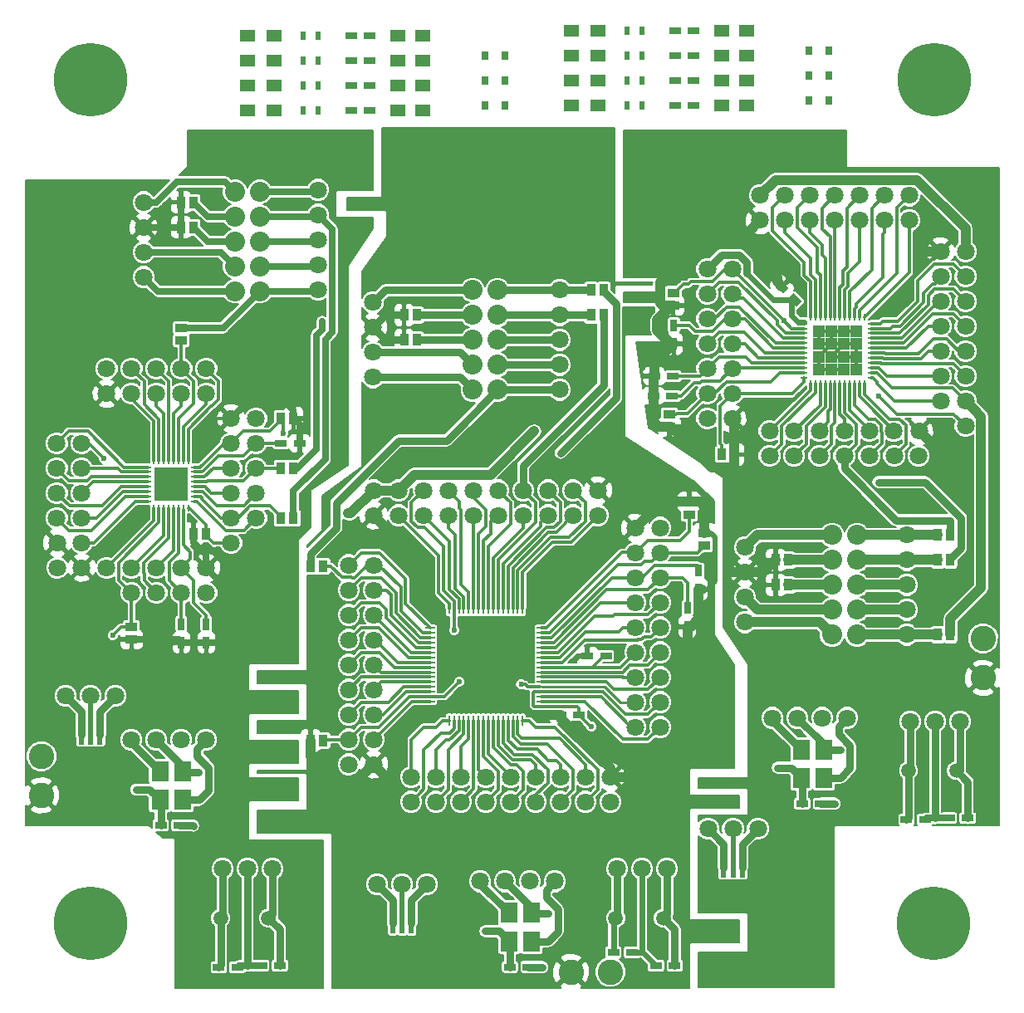
<source format=gbr>
G04 #@! TF.FileFunction,Copper,L1,Top,Signal*
%FSLAX46Y46*%
G04 Gerber Fmt 4.6, Leading zero omitted, Abs format (unit mm)*
G04 Created by KiCad (PCBNEW 4.0.7-e2-6376~58~ubuntu16.04.1) date Mon Apr 23 18:14:31 2018*
%MOMM*%
%LPD*%
G01*
G04 APERTURE LIST*
%ADD10C,0.100000*%
%ADD11C,2.600000*%
%ADD12C,7.500000*%
%ADD13C,0.600000*%
%ADD14R,0.800000X0.900000*%
%ADD15R,1.500000X1.250000*%
%ADD16R,0.500000X0.900000*%
%ADD17R,1.200000X0.750000*%
%ADD18R,1.500000X1.300000*%
%ADD19C,1.800000*%
%ADD20C,1.500000*%
%ADD21R,1.800000X2.100000*%
%ADD22R,0.600000X2.000000*%
%ADD23R,1.270000X0.970000*%
%ADD24R,0.970000X1.270000*%
%ADD25R,0.750000X1.200000*%
%ADD26C,2.040000*%
%ADD27R,0.700000X0.250000*%
%ADD28R,0.250000X0.700000*%
%ADD29R,1.287500X1.287500*%
%ADD30R,1.725000X1.725000*%
%ADD31R,1.000000X0.250000*%
%ADD32R,0.250000X1.000000*%
%ADD33C,0.600000*%
%ADD34C,0.800000*%
%ADD35C,0.700000*%
%ADD36C,0.300000*%
%ADD37C,1.000000*%
%ADD38C,0.500000*%
%ADD39C,0.250000*%
%ADD40C,0.200000*%
G04 APERTURE END LIST*
D10*
D11*
X198000000Y-104000000D03*
X160000000Y-138000000D03*
X102000000Y-116000000D03*
X198000000Y-108000000D03*
X156000000Y-138000000D03*
D12*
X192989200Y-132999480D03*
X107015280Y-132999480D03*
X192996820Y-46992540D03*
D13*
X104140000Y-100076000D03*
X108204000Y-99060000D03*
X121412000Y-96520000D03*
X128016000Y-79756000D03*
X106172000Y-58420000D03*
X104140000Y-74676000D03*
X128524000Y-138176000D03*
X117348000Y-137668000D03*
X128524000Y-129540000D03*
X117348000Y-127000000D03*
X120396000Y-122428000D03*
X108204000Y-120396000D03*
X102108000Y-114000000D03*
X104648000Y-104140000D03*
X113792000Y-109728000D03*
X123952000Y-115316000D03*
X123952000Y-110744000D03*
X122936000Y-102616000D03*
X124460000Y-98044000D03*
X132588000Y-82296000D03*
X123444000Y-74168000D03*
X108712000Y-82804000D03*
X105664000Y-66548000D03*
X133604000Y-61976000D03*
X133604000Y-54864000D03*
X125984000Y-55372000D03*
X164592000Y-88900000D03*
X169672000Y-104140000D03*
X169672000Y-120396000D03*
X169164000Y-134112000D03*
X168656000Y-114300000D03*
X164084000Y-123952000D03*
X133604000Y-136652000D03*
X143764000Y-133604000D03*
X144272000Y-126492000D03*
X132588000Y-121412000D03*
X139700000Y-112776000D03*
X130048000Y-102616000D03*
X154940000Y-97028000D03*
X159512000Y-84836000D03*
X141224000Y-85344000D03*
X139700000Y-80772000D03*
X157480000Y-75184000D03*
X150368000Y-65532000D03*
X149860000Y-61976000D03*
X156464000Y-54356000D03*
X146812000Y-55880000D03*
X139700000Y-55880000D03*
X138684000Y-64516000D03*
X176276000Y-65532000D03*
X164592000Y-75184000D03*
X178816000Y-88392000D03*
X175260000Y-90932000D03*
X198628000Y-114300000D03*
X176784000Y-137668000D03*
X180340000Y-130556000D03*
X176784000Y-127000000D03*
X176784000Y-120396000D03*
X186436000Y-113284000D03*
X177292000Y-105664000D03*
X186436000Y-106680000D03*
X199000000Y-100000000D03*
X193040000Y-99568000D03*
X194564000Y-82804000D03*
X196596000Y-58420000D03*
X193040000Y-61976000D03*
X177800000Y-53848000D03*
X164084000Y-53848000D03*
X168148000Y-58420000D03*
X166116000Y-61976000D03*
D14*
X180219640Y-49108360D03*
X182319640Y-49108360D03*
X180219640Y-44028360D03*
X182319640Y-44028360D03*
X180219640Y-46568360D03*
X182319640Y-46568360D03*
D15*
X171383640Y-44536360D03*
X173883640Y-44536360D03*
X171383640Y-47076360D03*
X173883640Y-47076360D03*
X171383640Y-41996360D03*
X173883640Y-41996360D03*
D16*
X161723640Y-49616360D03*
X163223640Y-49616360D03*
X161723640Y-47076360D03*
X163223640Y-47076360D03*
X161723640Y-41996360D03*
X163223640Y-41996360D03*
X161723640Y-44536360D03*
X163223640Y-44536360D03*
D15*
X171383640Y-49616360D03*
X173883640Y-49616360D03*
D17*
X166603640Y-49616360D03*
X168503640Y-49616360D03*
X166603640Y-47076360D03*
X168503640Y-47076360D03*
X166603640Y-41996360D03*
X168503640Y-41996360D03*
X166603640Y-44536360D03*
X168503640Y-44536360D03*
D18*
X156043640Y-47076360D03*
X158743640Y-47076360D03*
X156043640Y-49616360D03*
X158743640Y-49616360D03*
X156043640Y-44536360D03*
X158743640Y-44536360D03*
X156043640Y-41996360D03*
X158743640Y-41996360D03*
D14*
X147199640Y-47076360D03*
X149299640Y-47076360D03*
X147199640Y-49616360D03*
X149299640Y-49616360D03*
X147199640Y-44536360D03*
X149299640Y-44536360D03*
D17*
X190184960Y-122494040D03*
X192084960Y-122494040D03*
D19*
X190586360Y-112461040D03*
X193126360Y-112461040D03*
X195666360Y-112461040D03*
D17*
X196438560Y-122316240D03*
X194538560Y-122316240D03*
D20*
X190405360Y-117464840D03*
X195285360Y-117464840D03*
D19*
X179085240Y-112097820D03*
D17*
X179570340Y-120822720D03*
X181470340Y-120822720D03*
D19*
X176545240Y-112097820D03*
X181625240Y-112097820D03*
D21*
X179478740Y-115312702D03*
X179478740Y-118212702D03*
X181778740Y-118212702D03*
X181778740Y-115312702D03*
D19*
X184165240Y-112097820D03*
X175054260Y-123388120D03*
D22*
X171564260Y-127359620D03*
X172514260Y-127359620D03*
X173464260Y-127359620D03*
D19*
X169974260Y-123388120D03*
X172514260Y-123388120D03*
X136235440Y-129082800D03*
X138775440Y-129082800D03*
X141315440Y-129082800D03*
D22*
X137825440Y-133054300D03*
X138775440Y-133054300D03*
X139725440Y-133054300D03*
D19*
X154368500Y-128762760D03*
D21*
X149682000Y-131977642D03*
X149682000Y-134877642D03*
X151982000Y-134877642D03*
X151982000Y-131977642D03*
D19*
X146748500Y-128762760D03*
X151828500Y-128762760D03*
D17*
X149773600Y-137487660D03*
X151673600Y-137487660D03*
D19*
X149288500Y-128762760D03*
X165798500Y-127492760D03*
D17*
X166570700Y-137347960D03*
X164670700Y-137347960D03*
D19*
X160718500Y-127492760D03*
D17*
X160317100Y-136000000D03*
X162217100Y-136000000D03*
D19*
X163258500Y-127492760D03*
D20*
X160537500Y-132496560D03*
X165417500Y-132496560D03*
D19*
X169887900Y-66347340D03*
X172430440Y-66347340D03*
X103632000Y-94234000D03*
X106117405Y-94234000D03*
X162560000Y-110490000D03*
X158750000Y-88900000D03*
X140970000Y-91440000D03*
X140970000Y-88900000D03*
X160020000Y-120650000D03*
X165100000Y-92710000D03*
D23*
X111197405Y-102831299D03*
X111197405Y-104111299D03*
D24*
X126437405Y-81561299D03*
X127717405Y-81561299D03*
D17*
X120073340Y-137525760D03*
X121973340Y-137525760D03*
X126326940Y-137347960D03*
X124426940Y-137347960D03*
X133583640Y-42504360D03*
X135483640Y-42504360D03*
X133583640Y-45044360D03*
X135483640Y-45044360D03*
X133583640Y-47584360D03*
X135483640Y-47584360D03*
X133583640Y-50124360D03*
X135483640Y-50124360D03*
D15*
X138363640Y-50124360D03*
X140863640Y-50124360D03*
X138363640Y-47584360D03*
X140863640Y-47584360D03*
X138363640Y-45044360D03*
X140863640Y-45044360D03*
X138363640Y-42504360D03*
X140863640Y-42504360D03*
D17*
X166319240Y-79260700D03*
X164419240Y-79260700D03*
D10*
G36*
X176812200Y-67965050D02*
X177342530Y-67434720D01*
X178191058Y-68283248D01*
X177660728Y-68813578D01*
X176812200Y-67965050D01*
X176812200Y-67965050D01*
G37*
G36*
X178155702Y-69308552D02*
X178686032Y-68778222D01*
X179534560Y-69626750D01*
X179004230Y-70157080D01*
X178155702Y-69308552D01*
X178155702Y-69308552D01*
G37*
D25*
X166491920Y-73964840D03*
X166491920Y-72064840D03*
D17*
X166385280Y-77246480D03*
X164485280Y-77246480D03*
X128337405Y-84101299D03*
X126437405Y-84101299D03*
D25*
X116277405Y-104421299D03*
X116277405Y-102521299D03*
X118817405Y-102521299D03*
X118817405Y-104421299D03*
X169011600Y-97094000D03*
X169011600Y-98994000D03*
D17*
X154917100Y-111810800D03*
X156817100Y-111810800D03*
X157660300Y-105740200D03*
X159560300Y-105740200D03*
D25*
X167868600Y-100904000D03*
X167868600Y-102804000D03*
D24*
X178160600Y-95996760D03*
X176880600Y-95996760D03*
X178160600Y-98536760D03*
X176880600Y-98536760D03*
D26*
X182600600Y-93456760D03*
X185140600Y-93456760D03*
X182600600Y-95996760D03*
X185140600Y-95996760D03*
X182600600Y-98536760D03*
X185140600Y-98536760D03*
X182600600Y-101076760D03*
X185140600Y-101076760D03*
X182600600Y-103616760D03*
X185140600Y-103616760D03*
D24*
X194670600Y-93456760D03*
X193390600Y-93456760D03*
X194670600Y-95996760D03*
X193390600Y-95996760D03*
X194670600Y-103616760D03*
X193390600Y-103616760D03*
D23*
X166423340Y-68762960D03*
X166423340Y-70042960D03*
D24*
X171391660Y-85237320D03*
X172671660Y-85237320D03*
D23*
X166037260Y-81150540D03*
X166037260Y-82430540D03*
D24*
X117505524Y-59521198D03*
X116225524Y-59521198D03*
X117505524Y-62061198D03*
X116225524Y-62061198D03*
D26*
X121730524Y-58441198D03*
X124270524Y-58441198D03*
X121730524Y-60981198D03*
X124270524Y-60981198D03*
X121730524Y-63521198D03*
X124270524Y-63521198D03*
X121730524Y-66061198D03*
X124270524Y-66061198D03*
X121730524Y-68601198D03*
X124270524Y-68601198D03*
D24*
X126437405Y-86641299D03*
X127717405Y-86641299D03*
X126437405Y-91721299D03*
X127717405Y-91721299D03*
D23*
X116277405Y-73616099D03*
X116277405Y-72336099D03*
D24*
X118797005Y-93346899D03*
X117517005Y-93346899D03*
X140267892Y-71017856D03*
X138987892Y-71017856D03*
X140267892Y-73557856D03*
X138987892Y-73557856D03*
D26*
X145977892Y-68477856D03*
X148517892Y-68477856D03*
X145977892Y-71017856D03*
X148517892Y-71017856D03*
X145977892Y-73557856D03*
X148517892Y-73557856D03*
X145977892Y-76097856D03*
X148517892Y-76097856D03*
X145977892Y-78637856D03*
X148517892Y-78637856D03*
D24*
X159317892Y-68477856D03*
X158037892Y-68477856D03*
X159317892Y-71017856D03*
X158037892Y-71017856D03*
X130738800Y-96621600D03*
X129458800Y-96621600D03*
X130738800Y-114401600D03*
X129458800Y-114401600D03*
D23*
X168046400Y-91343400D03*
X168046400Y-90063400D03*
X169621200Y-94518400D03*
X169621200Y-93238400D03*
D18*
X123023640Y-42504360D03*
X125723640Y-42504360D03*
X123023640Y-45044360D03*
X125723640Y-45044360D03*
X123023640Y-47584360D03*
X125723640Y-47584360D03*
X123023640Y-50124360D03*
X125723640Y-50124360D03*
D16*
X128703640Y-42504360D03*
X130203640Y-42504360D03*
X128703640Y-45044360D03*
X130203640Y-45044360D03*
X128703640Y-47584360D03*
X130203640Y-47584360D03*
X128703640Y-50124360D03*
X130203640Y-50124360D03*
D27*
X179764190Y-71878590D03*
X179764190Y-72378590D03*
X179764190Y-72878590D03*
X179764190Y-73378590D03*
X179764190Y-73878590D03*
X179764190Y-74378590D03*
X179764190Y-74878590D03*
X179764190Y-75378590D03*
X179764190Y-75878590D03*
X179764190Y-76378590D03*
X179764190Y-76878590D03*
X179764190Y-77378590D03*
D28*
X180414190Y-78028590D03*
X180914190Y-78028590D03*
X181414190Y-78028590D03*
X181914190Y-78028590D03*
X182414190Y-78028590D03*
X182914190Y-78028590D03*
X183414190Y-78028590D03*
X183914190Y-78028590D03*
X184414190Y-78028590D03*
X184914190Y-78028590D03*
X185414190Y-78028590D03*
X185914190Y-78028590D03*
D27*
X186564190Y-77378590D03*
X186564190Y-76878590D03*
X186564190Y-76378590D03*
X186564190Y-75878590D03*
X186564190Y-75378590D03*
X186564190Y-74878590D03*
X186564190Y-74378590D03*
X186564190Y-73878590D03*
X186564190Y-73378590D03*
X186564190Y-72878590D03*
X186564190Y-72378590D03*
X186564190Y-71878590D03*
D28*
X185914190Y-71228590D03*
X185414190Y-71228590D03*
X184914190Y-71228590D03*
X184414190Y-71228590D03*
X183914190Y-71228590D03*
X183414190Y-71228590D03*
X182914190Y-71228590D03*
X182414190Y-71228590D03*
X181914190Y-71228590D03*
X181414190Y-71228590D03*
X180914190Y-71228590D03*
X180414190Y-71228590D03*
D29*
X185095440Y-76559840D03*
X185095440Y-75272340D03*
X185095440Y-73984840D03*
X185095440Y-72697340D03*
X183807940Y-76559840D03*
X183807940Y-75272340D03*
X183807940Y-73984840D03*
X183807940Y-72697340D03*
X182520440Y-76559840D03*
X182520440Y-75272340D03*
X182520440Y-73984840D03*
X182520440Y-72697340D03*
X181232940Y-76559840D03*
X181232940Y-75272340D03*
X181232940Y-73984840D03*
X181232940Y-72697340D03*
D28*
X113489905Y-90671298D03*
X113989905Y-90671298D03*
X114489905Y-90671298D03*
X114989905Y-90671298D03*
X115489905Y-90671298D03*
X115989905Y-90671298D03*
X116489905Y-90671298D03*
X116989905Y-90671298D03*
D27*
X117639905Y-90021298D03*
X117639905Y-89521298D03*
X117639905Y-89021298D03*
X117639905Y-88521298D03*
X117639905Y-88021298D03*
X117639905Y-87521298D03*
X117639905Y-87021298D03*
X117639905Y-86521298D03*
D28*
X116989905Y-85871298D03*
X116489905Y-85871298D03*
X115989905Y-85871298D03*
X115489905Y-85871298D03*
X114989905Y-85871298D03*
X114489905Y-85871298D03*
X113989905Y-85871298D03*
X113489905Y-85871298D03*
D27*
X112839905Y-86521298D03*
X112839905Y-87021298D03*
X112839905Y-87521298D03*
X112839905Y-88021298D03*
X112839905Y-88521298D03*
X112839905Y-89021298D03*
X112839905Y-89521298D03*
X112839905Y-90021298D03*
D30*
X116102405Y-87408798D03*
X114377405Y-87408798D03*
X116102405Y-89133798D03*
X114377405Y-89133798D03*
D31*
X153020000Y-110430000D03*
X153020000Y-109930000D03*
X153020000Y-109430000D03*
X153020000Y-108930000D03*
X153020000Y-108430000D03*
X153020000Y-107930000D03*
X153020000Y-107430000D03*
X153020000Y-106930000D03*
X153020000Y-106430000D03*
X153020000Y-105930000D03*
X153020000Y-105430000D03*
X153020000Y-104930000D03*
X153020000Y-104430000D03*
X153020000Y-103930000D03*
X153020000Y-103430000D03*
X153020000Y-102930000D03*
D32*
X151070000Y-100980000D03*
X150570000Y-100980000D03*
X150070000Y-100980000D03*
X149570000Y-100980000D03*
X149070000Y-100980000D03*
X148570000Y-100980000D03*
X148070000Y-100980000D03*
X147570000Y-100980000D03*
X147070000Y-100980000D03*
X146570000Y-100980000D03*
X146070000Y-100980000D03*
X145570000Y-100980000D03*
X145070000Y-100980000D03*
X144570000Y-100980000D03*
X144070000Y-100980000D03*
X143570000Y-100980000D03*
D31*
X141620000Y-102930000D03*
X141620000Y-103430000D03*
X141620000Y-103930000D03*
X141620000Y-104430000D03*
X141620000Y-104930000D03*
X141620000Y-105430000D03*
X141620000Y-105930000D03*
X141620000Y-106430000D03*
X141620000Y-106930000D03*
X141620000Y-107430000D03*
X141620000Y-107930000D03*
X141620000Y-108430000D03*
X141620000Y-108930000D03*
X141620000Y-109430000D03*
X141620000Y-109930000D03*
X141620000Y-110430000D03*
D32*
X143570000Y-112380000D03*
X144070000Y-112380000D03*
X144570000Y-112380000D03*
X145070000Y-112380000D03*
X145570000Y-112380000D03*
X146070000Y-112380000D03*
X146570000Y-112380000D03*
X147070000Y-112380000D03*
X147570000Y-112380000D03*
X148070000Y-112380000D03*
X148570000Y-112380000D03*
X149070000Y-112380000D03*
X149570000Y-112380000D03*
X150070000Y-112380000D03*
X150570000Y-112380000D03*
X151070000Y-112380000D03*
D22*
X106077980Y-113818880D03*
X107027980Y-113818880D03*
X107977980Y-113818880D03*
D21*
X114088980Y-117547902D03*
X114088980Y-120447902D03*
X116388980Y-120447902D03*
X116388980Y-117547902D03*
D20*
X120293740Y-132496560D03*
X125173740Y-132496560D03*
D19*
X109567980Y-109847380D03*
X104487980Y-109847380D03*
X113695480Y-114333020D03*
X111155480Y-114333020D03*
X120474740Y-127492760D03*
X125554740Y-127492760D03*
X116235480Y-114333020D03*
X123014740Y-127492760D03*
X107027980Y-109847380D03*
X190220600Y-98536760D03*
X190220600Y-101076760D03*
X190220600Y-95996760D03*
X190220600Y-103616760D03*
X190220600Y-93456760D03*
X173710600Y-94726760D03*
X173710600Y-99806760D03*
X173710600Y-102346760D03*
X172430440Y-81587340D03*
X172430440Y-71427340D03*
X169890440Y-81587340D03*
X169890440Y-76507340D03*
X172430440Y-76507340D03*
X181320440Y-82857340D03*
X193680080Y-69618580D03*
X181320440Y-85397340D03*
X196220080Y-69601080D03*
X183860440Y-82857340D03*
X193680080Y-67078580D03*
X183860440Y-85397340D03*
X196220080Y-67061080D03*
X186400440Y-82857340D03*
X190492380Y-61366400D03*
X190492380Y-58826400D03*
X187952380Y-61366400D03*
X187952380Y-58826400D03*
X188940440Y-85397340D03*
X193680080Y-79761080D03*
X196220080Y-79761080D03*
X193680080Y-77221080D03*
X196220080Y-77221080D03*
X185412380Y-61366400D03*
X193680080Y-74698580D03*
X185412380Y-58826400D03*
X196220080Y-74698580D03*
X182872380Y-61366400D03*
X193680080Y-72141080D03*
X182872380Y-58826400D03*
X196220080Y-72141080D03*
X180332380Y-61366400D03*
X180332380Y-58826400D03*
X177792380Y-61366400D03*
X177792380Y-58826400D03*
X169890440Y-68887340D03*
X172430440Y-68887340D03*
X169890440Y-73967340D03*
X172430440Y-73967340D03*
X178745440Y-82857340D03*
X178745440Y-85397340D03*
X176240440Y-82857340D03*
X176240440Y-85397340D03*
X169890440Y-71427340D03*
X196220080Y-82301080D03*
X188905440Y-82857340D03*
X172430440Y-79047340D03*
X169890440Y-79047340D03*
X130200524Y-63331198D03*
X130200524Y-65871198D03*
X130200524Y-60791198D03*
X130200524Y-68411198D03*
X130200524Y-58251198D03*
X116277405Y-99341299D03*
X123897405Y-84101299D03*
X116277405Y-96801299D03*
X112420524Y-59521198D03*
X112420524Y-64601198D03*
X112420524Y-67141198D03*
X112420524Y-62061198D03*
X121357405Y-91721299D03*
X123897405Y-89181299D03*
X113737405Y-79021299D03*
X121357405Y-89181299D03*
X111197405Y-76481299D03*
X123897405Y-86641299D03*
X111197405Y-79021299D03*
X121357405Y-86641299D03*
X103577405Y-84101299D03*
X106117405Y-86641299D03*
X103577405Y-86641299D03*
X106117405Y-89181299D03*
X118817405Y-76481299D03*
X118817405Y-79021299D03*
X116277405Y-76481299D03*
X116277405Y-79021299D03*
X113737405Y-76481299D03*
X103577405Y-89181299D03*
X106117405Y-91721299D03*
X103577405Y-91721299D03*
X111197405Y-96801299D03*
X113737405Y-99341299D03*
X108657405Y-96801299D03*
X123897405Y-91721299D03*
X113737405Y-96801299D03*
X106117405Y-84101299D03*
X111197405Y-99341299D03*
X121357405Y-94261299D03*
X154867892Y-73557856D03*
X154867892Y-76097856D03*
X154867892Y-71017856D03*
X154867892Y-78637856D03*
X154867892Y-68477856D03*
X135817892Y-69747856D03*
X135817892Y-74827856D03*
X135817892Y-77367856D03*
X160020000Y-118110000D03*
X162560000Y-105410000D03*
X135890000Y-114300000D03*
X165100000Y-97790000D03*
X162560000Y-97790000D03*
X151130000Y-88900000D03*
X133350000Y-109220000D03*
X151130000Y-91440000D03*
X135890000Y-109220000D03*
X148590000Y-88900000D03*
X133350000Y-111760000D03*
X148590000Y-91440000D03*
X135890000Y-111760000D03*
X146050000Y-88900000D03*
X139700000Y-118110000D03*
X146050000Y-91440000D03*
X139700000Y-120650000D03*
X143510000Y-88900000D03*
X142240000Y-118110000D03*
X143510000Y-91440000D03*
X142240000Y-120650000D03*
X138430000Y-91440000D03*
X144780000Y-118110000D03*
X133350000Y-96520000D03*
X144780000Y-120650000D03*
X135890000Y-96520000D03*
X147320000Y-118110000D03*
X147320000Y-120650000D03*
X133350000Y-99060000D03*
X135890000Y-99060000D03*
X149860000Y-118110000D03*
X133350000Y-101600000D03*
X149860000Y-120650000D03*
X135890000Y-101600000D03*
X152400000Y-118110000D03*
X133350000Y-104140000D03*
X152400000Y-120650000D03*
X135890000Y-104140000D03*
X154940000Y-118110000D03*
X133350000Y-106680000D03*
X154940000Y-120650000D03*
X135890000Y-106680000D03*
X157480000Y-118110000D03*
X157480000Y-120650000D03*
X165100000Y-107950000D03*
X162560000Y-107950000D03*
X165100000Y-113030000D03*
X162560000Y-113030000D03*
X165100000Y-102870000D03*
X162560000Y-102870000D03*
X165100000Y-100330000D03*
X162560000Y-100330000D03*
X153670000Y-88900000D03*
X153670000Y-91440000D03*
X158750000Y-91440000D03*
X156210000Y-88900000D03*
X165100000Y-105410000D03*
X156210000Y-91440000D03*
X133350000Y-114300000D03*
X162560000Y-95250000D03*
X165100000Y-95250000D03*
X173710600Y-97266760D03*
X175252380Y-61366400D03*
X193680080Y-64538580D03*
X191480440Y-82857340D03*
X175252380Y-58826400D03*
X186400440Y-85397340D03*
X191445440Y-85397340D03*
X196220080Y-64538580D03*
X121357405Y-81561299D03*
X118817405Y-96801299D03*
X106117405Y-96774000D03*
X108657405Y-79021299D03*
X103632000Y-96774000D03*
X108657405Y-76481299D03*
X118817405Y-99341299D03*
X123897405Y-81561299D03*
X135817892Y-72287856D03*
X162560000Y-92710000D03*
X135890000Y-91440000D03*
X135890000Y-116840000D03*
X165100000Y-110490000D03*
X138430000Y-88900000D03*
X135890000Y-88900000D03*
X133350000Y-116840000D03*
X121357405Y-84101299D03*
X118775480Y-114333020D03*
D17*
X114180580Y-123057920D03*
X116080580Y-123057920D03*
D12*
X107002580Y-47000160D03*
D11*
X102000000Y-120000000D03*
D13*
X194376040Y-88143080D03*
X165088339Y-67717959D03*
X191602360Y-63832740D03*
X187325000Y-88049100D03*
X183807940Y-72697340D03*
X181232940Y-75272340D03*
X182520440Y-75272340D03*
X183807940Y-73984840D03*
X183807940Y-73984840D03*
X182520440Y-75272340D03*
X183807940Y-75272340D03*
X183807940Y-76559840D03*
X185095440Y-76559840D03*
X187380880Y-79258160D03*
X177680620Y-71580398D03*
X130615705Y-71667999D03*
X118397020Y-82915760D03*
X117517005Y-93346899D03*
X116102405Y-87408798D03*
X116102405Y-89133798D03*
X114377405Y-89133798D03*
X114377405Y-87408798D03*
X108403405Y-85625299D03*
X126690120Y-83091020D03*
X109273340Y-103677720D03*
X156265880Y-106278680D03*
X153492200Y-111856520D03*
X139151360Y-93746320D03*
X154940000Y-85090000D03*
X144609820Y-108412280D03*
X150921720Y-108686600D03*
X144078960Y-103151940D03*
X158084520Y-113007140D03*
X152239980Y-82862420D03*
X133273800Y-91254580D03*
X177053240Y-117177820D03*
X147256500Y-133842760D03*
X111663480Y-119413020D03*
X183441340Y-115361720D03*
X182882540Y-120860820D03*
X153085800Y-137525760D03*
X153644600Y-132026660D03*
X118051580Y-117596920D03*
X117492780Y-123096020D03*
D33*
X160317100Y-136000000D02*
X160317100Y-132716960D01*
X160317100Y-132716960D02*
X160537500Y-132496560D01*
D34*
X190586360Y-117283840D02*
X190405360Y-117464840D01*
X190405360Y-122273640D02*
X190184960Y-122494040D01*
X190586360Y-112461040D02*
X190586360Y-117283840D01*
X190405360Y-117464840D02*
X190405360Y-122273640D01*
X160718500Y-132315560D02*
X160537500Y-132496560D01*
X160718500Y-127492760D02*
X160718500Y-132315560D01*
X120293740Y-132496560D02*
X120293740Y-137305360D01*
X120293740Y-137305360D02*
X120073340Y-137525760D01*
X120474740Y-127492760D02*
X120474740Y-132315560D01*
X120474740Y-132315560D02*
X120293740Y-132496560D01*
D33*
X163322740Y-136000000D02*
X163258500Y-135935760D01*
X163258500Y-135935760D02*
X163258500Y-127492760D01*
X162217100Y-136000000D02*
X163322740Y-136000000D01*
X163322740Y-136000000D02*
X164670700Y-137347960D01*
D35*
X192262760Y-122316240D02*
X192084960Y-122494040D01*
X193126360Y-122316240D02*
X192262760Y-122316240D01*
X194538560Y-122316240D02*
X193126360Y-122316240D01*
D34*
X193126360Y-112461040D02*
X193126360Y-122316240D01*
D35*
X124426940Y-137347960D02*
X123014740Y-137347960D01*
X123014740Y-137347960D02*
X122151140Y-137347960D01*
D34*
X123014740Y-127492760D02*
X123014740Y-137347960D01*
D35*
X122151140Y-137347960D02*
X121973340Y-137525760D01*
D34*
X195666360Y-112461040D02*
X195666360Y-117083840D01*
X195666360Y-117083840D02*
X195285360Y-117464840D01*
X196438560Y-122316240D02*
X196438560Y-118618040D01*
X196438560Y-118618040D02*
X195285360Y-117464840D01*
X165798500Y-132115560D02*
X165417500Y-132496560D01*
X165798500Y-127492760D02*
X165798500Y-132115560D01*
X166570700Y-133649760D02*
X165417500Y-132496560D01*
X166570700Y-137347960D02*
X166570700Y-133649760D01*
X125554740Y-127492760D02*
X125554740Y-132115560D01*
X125554740Y-132115560D02*
X125173740Y-132496560D01*
X126326940Y-137347960D02*
X126326940Y-133649760D01*
X126326940Y-133649760D02*
X125173740Y-132496560D01*
D36*
X166319240Y-79260700D02*
X167219240Y-79260700D01*
X167219240Y-79260700D02*
X168575600Y-77904340D01*
X168575600Y-77904340D02*
X169183438Y-77904340D01*
X166544240Y-79260700D02*
X166319240Y-79260700D01*
X169183438Y-77904340D02*
X169330437Y-77757341D01*
X169330437Y-77757341D02*
X171163317Y-77757341D01*
X171163317Y-77757341D02*
X172413318Y-76507340D01*
X172413318Y-76507340D02*
X172430440Y-76507340D01*
X179764190Y-76378590D02*
X172559190Y-76378590D01*
X172559190Y-76378590D02*
X172430440Y-76507340D01*
D37*
X191480440Y-82857340D02*
X194376040Y-85752940D01*
X194376040Y-85752940D02*
X194376040Y-88143080D01*
X193680080Y-64538580D02*
X192308200Y-64538580D01*
X192308200Y-64538580D02*
X191602360Y-63832740D01*
X174036931Y-64178180D02*
X173606080Y-63747329D01*
X177006655Y-67147904D02*
X174036931Y-64178180D01*
X174036931Y-64178180D02*
X174036931Y-62581849D01*
X174036931Y-62581849D02*
X175252380Y-61366400D01*
X177501629Y-68124149D02*
X177006655Y-67629175D01*
X177006655Y-67629175D02*
X177006655Y-67147904D01*
X173606080Y-63747329D02*
X169058969Y-63747329D01*
X165088339Y-67717959D02*
X165088339Y-69807961D01*
X169058969Y-63747329D02*
X165088339Y-67717959D01*
X165323338Y-70042960D02*
X166423340Y-70042960D01*
X165088339Y-69807961D02*
X165323338Y-70042960D01*
X166491920Y-73964840D02*
X166156918Y-73964840D01*
X164788340Y-71527960D02*
X166273340Y-70042960D01*
X166156918Y-73964840D02*
X164788340Y-72596262D01*
X164788340Y-72596262D02*
X164788340Y-71527960D01*
X166273340Y-70042960D02*
X166423340Y-70042960D01*
X164485280Y-77246480D02*
X164485280Y-75971480D01*
X164485280Y-75971480D02*
X166491920Y-73964840D01*
X164419240Y-79260700D02*
X164419240Y-77312520D01*
X164419240Y-77312520D02*
X164485280Y-77246480D01*
X164419240Y-79260700D02*
X164419240Y-81912522D01*
X164419240Y-81912522D02*
X164937258Y-82430540D01*
X164937258Y-82430540D02*
X166037260Y-82430540D01*
X172671660Y-85237320D02*
X172671660Y-81828560D01*
X172671660Y-81828560D02*
X172430440Y-81587340D01*
X166037260Y-82430540D02*
X166204878Y-82430540D01*
X166204878Y-82430540D02*
X170346659Y-86572321D01*
X170346659Y-86572321D02*
X172436661Y-86572321D01*
X172436661Y-86572321D02*
X172671660Y-86337322D01*
X172671660Y-86337322D02*
X172671660Y-85237320D01*
X173710600Y-97266760D02*
X172437808Y-97266760D01*
X172437808Y-97266760D02*
X172110599Y-96939551D01*
X172110599Y-96939551D02*
X172110599Y-87433381D01*
X172110599Y-87433381D02*
X172671660Y-86872320D01*
X172671660Y-86872320D02*
X172671660Y-85237320D01*
X173710600Y-97266760D02*
X175610600Y-97266760D01*
X175610600Y-97266760D02*
X176880600Y-95996760D01*
D36*
X166491920Y-72064840D02*
X168027980Y-72064840D01*
X168027980Y-72064840D02*
X168640481Y-72677341D01*
X168640481Y-72677341D02*
X170473319Y-72677341D01*
X170473319Y-72677341D02*
X171723320Y-71427340D01*
X171723320Y-71427340D02*
X172430440Y-71427340D01*
X172430440Y-71427340D02*
X173703232Y-71427340D01*
X173703232Y-71427340D02*
X176654482Y-74378590D01*
X176654482Y-74378590D02*
X179114190Y-74378590D01*
X179114190Y-74378590D02*
X179764190Y-74378590D01*
X166385280Y-77246480D02*
X169151300Y-77246480D01*
X169151300Y-77246480D02*
X169890440Y-76507340D01*
X169890440Y-76507340D02*
X171140441Y-75257339D01*
X171140441Y-75257339D02*
X173791559Y-75257339D01*
X173791559Y-75257339D02*
X174412810Y-75878590D01*
X174412810Y-75878590D02*
X179114190Y-75878590D01*
X179114190Y-75878590D02*
X179764190Y-75878590D01*
X116277405Y-102521299D02*
X116277405Y-101621299D01*
X116277405Y-101621299D02*
X116277405Y-99341299D01*
X116277405Y-99341299D02*
X115027404Y-98091298D01*
X115027404Y-98091298D02*
X115027404Y-96218420D01*
X115027404Y-96218420D02*
X115989925Y-95255899D01*
X115989925Y-95255899D02*
X115989925Y-90671298D01*
X118817405Y-102521299D02*
X118817405Y-101621299D01*
X118817405Y-101621299D02*
X117527406Y-100331300D01*
X117527406Y-100331300D02*
X117527406Y-98051300D01*
X117527406Y-98051300D02*
X117177404Y-97701298D01*
X117177404Y-97701298D02*
X116277405Y-96801299D01*
X116277405Y-96801299D02*
X117177404Y-95901300D01*
X117177404Y-95161298D02*
X116489935Y-94473829D01*
X116489935Y-94473829D02*
X116489935Y-90878448D01*
X117177404Y-95901300D02*
X117177404Y-95161298D01*
X162560000Y-97790000D02*
X163267120Y-97790000D01*
X164537120Y-96520000D02*
X168910000Y-96520000D01*
X163267120Y-97790000D02*
X164537120Y-96520000D01*
X168910000Y-96520000D02*
X169011600Y-96621600D01*
X169011600Y-96621600D02*
X169011600Y-97094000D01*
X153820000Y-103930000D02*
X153020000Y-103930000D01*
X154027122Y-103930000D02*
X153820000Y-103930000D01*
X160167122Y-97790000D02*
X154027122Y-103930000D01*
X162560000Y-97790000D02*
X160167122Y-97790000D01*
X161039950Y-106930050D02*
X158038800Y-106930050D01*
X158038800Y-106930050D02*
X155686630Y-106930050D01*
X159560300Y-105740200D02*
X159335300Y-105740200D01*
X159335300Y-105740200D02*
X158145450Y-106930050D01*
X158145450Y-106930050D02*
X158038800Y-106930050D01*
X162560000Y-105410000D02*
X161039950Y-106930050D01*
X155686630Y-106930050D02*
X153020000Y-106930050D01*
X162560000Y-105410000D02*
X162880040Y-105410000D01*
X165100000Y-97790000D02*
X167365000Y-97790000D01*
X167365000Y-97790000D02*
X167868600Y-98293600D01*
X167868600Y-98293600D02*
X167868600Y-99151400D01*
X167868600Y-99151400D02*
X167868600Y-100904000D01*
X153820000Y-104430000D02*
X153020000Y-104430000D01*
X154234244Y-104430000D02*
X153820000Y-104430000D01*
X165100000Y-97790000D02*
X163849999Y-99040001D01*
X159624243Y-99040001D02*
X154234244Y-104430000D01*
X163849999Y-99040001D02*
X159624243Y-99040001D01*
D34*
X173464260Y-127359620D02*
X173464260Y-124978120D01*
X173464260Y-124978120D02*
X175054260Y-123388120D01*
X139725440Y-130672800D02*
X141315440Y-129082800D01*
X139725440Y-133054300D02*
X139725440Y-130672800D01*
X107977980Y-113818880D02*
X107977980Y-111437380D01*
X107977980Y-111437380D02*
X109567980Y-109847380D01*
X171564260Y-127359620D02*
X171564260Y-124978120D01*
X171564260Y-124978120D02*
X169974260Y-123388120D01*
X137825440Y-133054300D02*
X137825440Y-130672800D01*
X137825440Y-130672800D02*
X136235440Y-129082800D01*
X106077980Y-113818880D02*
X106077980Y-111437380D01*
X106077980Y-111437380D02*
X104487980Y-109847380D01*
X176545240Y-112379202D02*
X179478740Y-115312702D01*
X176545240Y-112097820D02*
X176545240Y-112379202D01*
X146748500Y-129044142D02*
X149682000Y-131977642D01*
X146748500Y-128762760D02*
X146748500Y-129044142D01*
X111155480Y-114333020D02*
X111155480Y-114614402D01*
X111155480Y-114614402D02*
X114088980Y-117547902D01*
D38*
X172514260Y-127359620D02*
X172514260Y-123388120D01*
X138775440Y-133054300D02*
X138775440Y-129082800D01*
X107027980Y-113818880D02*
X107027980Y-109847380D01*
D37*
X190220600Y-98536760D02*
X185140600Y-98536760D01*
X190220600Y-101076760D02*
X185140600Y-101076760D01*
X193390600Y-95996760D02*
X190220600Y-95996760D01*
X190220600Y-95996760D02*
X185140600Y-95996760D01*
X193390600Y-103616760D02*
X190220600Y-103616760D01*
X190220600Y-103616760D02*
X185140600Y-103616760D01*
X193390600Y-93456760D02*
X190220600Y-93456760D01*
X190220600Y-93456760D02*
X185140600Y-93456760D01*
X182600600Y-93456760D02*
X174980600Y-93456760D01*
X174980600Y-93456760D02*
X173710600Y-94726760D01*
X173710600Y-99806760D02*
X174980600Y-101076760D01*
X174980600Y-101076760D02*
X182600600Y-101076760D01*
X173710600Y-102346760D02*
X181330600Y-102346760D01*
X181330600Y-102346760D02*
X182600600Y-103616760D01*
X178160600Y-95996760D02*
X182600600Y-95996760D01*
X178160600Y-98536760D02*
X182600600Y-98536760D01*
D34*
X183860440Y-85397340D02*
X183860440Y-86670132D01*
X183860440Y-86670132D02*
X189147067Y-91956759D01*
X189147067Y-91956759D02*
X194605599Y-91956759D01*
X194605599Y-91956759D02*
X194670600Y-92021760D01*
X194670600Y-92021760D02*
X194670600Y-93456760D01*
D36*
X183860440Y-85397340D02*
X185110441Y-84147339D01*
X185110441Y-84147339D02*
X185110441Y-82127429D01*
X185110441Y-82127429D02*
X183914220Y-80931208D01*
X183914220Y-80931208D02*
X183914220Y-78028620D01*
X183914220Y-78028620D02*
X183914220Y-78028590D01*
D34*
X192112167Y-88049100D02*
X187325000Y-88049100D01*
X194670600Y-95996760D02*
X194670600Y-95846760D01*
X194670600Y-95846760D02*
X195755601Y-94761759D01*
X195755601Y-94761759D02*
X195755601Y-91692534D01*
X195755601Y-91692534D02*
X192112167Y-88049100D01*
D36*
X181320440Y-82857340D02*
X182239920Y-81937860D01*
X182239920Y-81937860D02*
X182239920Y-80777100D01*
X182239920Y-80777100D02*
X182414200Y-80602820D01*
X182414200Y-80602820D02*
X182414200Y-78471480D01*
X182414200Y-78471480D02*
X182414190Y-78471470D01*
X182414190Y-78471470D02*
X182414190Y-78028590D01*
D37*
X194670600Y-103616760D02*
X194670600Y-101981760D01*
X194670600Y-101981760D02*
X197820081Y-98832279D01*
X197820081Y-81361081D02*
X197120079Y-80661079D01*
X197820081Y-98832279D02*
X197820081Y-81361081D01*
X197120079Y-80661079D02*
X196220080Y-79761080D01*
D36*
X196220080Y-79761080D02*
X194930081Y-78471081D01*
X188761683Y-78471081D02*
X187169182Y-76878580D01*
X194930081Y-78471081D02*
X188761683Y-78471081D01*
X187169182Y-76878580D02*
X186564190Y-76878580D01*
X193680080Y-69618580D02*
X193468540Y-69618580D01*
X193468540Y-69618580D02*
X189708610Y-73378510D01*
X189708610Y-73378510D02*
X187280730Y-73378510D01*
X187280730Y-73378510D02*
X186564190Y-73378510D01*
X181320440Y-85397340D02*
X182570441Y-84147339D01*
X182570441Y-84147339D02*
X182570441Y-82314459D01*
X182570441Y-82314459D02*
X182914200Y-81970700D01*
X182914200Y-81970700D02*
X182914200Y-78028600D01*
X182914200Y-78028600D02*
X182914190Y-78028590D01*
X189501500Y-72878500D02*
X187487838Y-72878500D01*
X192430079Y-69949921D02*
X189501500Y-72878500D01*
X187487838Y-72878500D02*
X186564190Y-72878500D01*
X192430079Y-69018579D02*
X192430079Y-69949921D01*
X194987579Y-68368579D02*
X193080079Y-68368579D01*
X193080079Y-68368579D02*
X192430079Y-69018579D01*
X196220080Y-69601080D02*
X194987579Y-68368579D01*
X183860440Y-82857340D02*
X183860440Y-81584548D01*
X183860440Y-81584548D02*
X183414210Y-81138318D01*
X183414210Y-81138318D02*
X183414210Y-78028590D01*
X189547416Y-72125462D02*
X188834138Y-72125462D01*
X193091032Y-67868568D02*
X192872967Y-67868569D01*
X191930068Y-68811468D02*
X191930068Y-69742810D01*
X192872967Y-67868569D02*
X191930068Y-68811468D01*
X188581111Y-72378489D02*
X187280726Y-72378490D01*
X193680080Y-67279520D02*
X193091032Y-67868568D01*
X193680080Y-67078580D02*
X193680080Y-67279520D01*
X191930068Y-69742810D02*
X189547416Y-72125462D01*
X188834138Y-72125462D02*
X188581111Y-72378489D01*
X187280726Y-72378490D02*
X186564190Y-72378490D01*
X187774572Y-71625452D02*
X187521543Y-71878481D01*
X187521543Y-71878481D02*
X187487836Y-71878480D01*
X187487836Y-71878480D02*
X186564190Y-71878480D01*
X191358520Y-69603620D02*
X189336688Y-71625452D01*
X189336688Y-71625452D02*
X187774572Y-71625452D01*
X191358520Y-67550138D02*
X191358520Y-69603620D01*
X196220080Y-67061080D02*
X194987579Y-65828579D01*
X194987579Y-65828579D02*
X193080079Y-65828579D01*
X193080079Y-65828579D02*
X191358520Y-67550138D01*
X184439189Y-80749057D02*
X184439189Y-80667489D01*
X184439189Y-80667489D02*
X184414230Y-80642530D01*
X184414230Y-80642530D02*
X184414230Y-78028590D01*
X186400440Y-82857340D02*
X186400440Y-82710308D01*
X186400440Y-82710308D02*
X184439189Y-80749057D01*
X190492380Y-61366400D02*
X190492380Y-66697860D01*
X190492380Y-66697860D02*
X185961650Y-71228590D01*
X185961650Y-71228590D02*
X185914190Y-71228590D01*
X185414190Y-70578590D02*
X185414190Y-71228590D01*
X189242379Y-66750401D02*
X185414190Y-70578590D01*
X190492380Y-58826400D02*
X189242379Y-60076401D01*
X189242379Y-60076401D02*
X189242379Y-66750401D01*
X187797440Y-67142360D02*
X185041540Y-69898260D01*
X185041540Y-69898260D02*
X185041540Y-70244120D01*
X185041540Y-70244120D02*
X184914190Y-70371470D01*
X184914190Y-70371470D02*
X184914190Y-70578590D01*
X184914190Y-70578590D02*
X184914190Y-71228590D01*
X187797440Y-62794132D02*
X187797440Y-67142360D01*
X187952380Y-61366400D02*
X187952380Y-62639192D01*
X187952380Y-62639192D02*
X187797440Y-62794132D01*
X186662381Y-66374959D02*
X184414190Y-68623150D01*
X184414190Y-68623150D02*
X184414190Y-71228590D01*
X187952380Y-58826400D02*
X186662381Y-60116399D01*
X186662381Y-60116399D02*
X186662381Y-66374959D01*
X188940440Y-85397340D02*
X190155441Y-84182339D01*
X190155441Y-84182339D02*
X190155441Y-82257339D01*
X190155441Y-82257339D02*
X189505441Y-81607339D01*
X189505441Y-81607339D02*
X188454979Y-81607339D01*
X188454979Y-81607339D02*
X185914260Y-79066620D01*
X185914260Y-79066620D02*
X185914260Y-78028590D01*
X193680080Y-79761080D02*
X188946680Y-79761080D01*
X188946680Y-79761080D02*
X187214190Y-78028590D01*
X186789190Y-77378590D02*
X186564190Y-77378590D01*
X187214190Y-78028590D02*
X187214190Y-77803590D01*
X187214190Y-77803590D02*
X186789190Y-77378590D01*
X193680080Y-77221080D02*
X188218802Y-77221080D01*
X188218802Y-77221080D02*
X187376292Y-76378570D01*
X187376292Y-76378570D02*
X186564190Y-76378570D01*
X196220080Y-77221080D02*
X194947581Y-75948581D01*
X187653423Y-75948581D02*
X187583402Y-75878560D01*
X194947581Y-75948581D02*
X187653423Y-75948581D01*
X187583402Y-75878560D02*
X186564190Y-75878560D01*
X185412380Y-65532000D02*
X184231280Y-66713100D01*
X184231280Y-66713100D02*
X184231280Y-68098940D01*
X184231280Y-68098940D02*
X183914190Y-68416030D01*
X183914190Y-68416030D02*
X183914190Y-70578590D01*
X183914190Y-70578590D02*
X183914190Y-71228590D01*
X185412380Y-61366400D02*
X185412380Y-65532000D01*
X191657297Y-75448571D02*
X187860533Y-75448571D01*
X187860533Y-75448571D02*
X187790512Y-75378550D01*
X187790512Y-75378550D02*
X186564190Y-75378550D01*
X193680080Y-74698580D02*
X192407288Y-74698580D01*
X192407288Y-74698580D02*
X191657297Y-75448571D01*
X183731270Y-66505990D02*
X183731270Y-67891830D01*
X183731270Y-67891830D02*
X183414190Y-68208910D01*
X183414190Y-70578590D02*
X183414190Y-71228590D01*
X183414190Y-68208910D02*
X183414190Y-70578590D01*
X185412380Y-58826400D02*
X184122381Y-60116399D01*
X184122381Y-60116399D02*
X184122381Y-66114879D01*
X184122381Y-66114879D02*
X183731270Y-66505990D01*
X196220080Y-74698580D02*
X195530082Y-74698580D01*
X195530082Y-74698580D02*
X194280081Y-73448579D01*
X191389000Y-74922380D02*
X191302640Y-74922380D01*
X194280081Y-73448579D02*
X192946621Y-73448579D01*
X191276459Y-74948561D02*
X188067643Y-74948561D01*
X192946621Y-73448579D02*
X191490600Y-74904600D01*
X191490600Y-74904600D02*
X191406780Y-74904600D01*
X191406780Y-74904600D02*
X191389000Y-74922380D01*
X191302640Y-74922380D02*
X191276459Y-74948561D01*
X188067643Y-74948561D02*
X187997622Y-74878540D01*
X187997622Y-74878540D02*
X186564190Y-74878540D01*
X182872380Y-61366400D02*
X182914190Y-61408210D01*
X182914190Y-61408210D02*
X182914190Y-70623588D01*
X182914190Y-70623588D02*
X182914190Y-71228590D01*
X190144400Y-74403968D02*
X189740792Y-74403968D01*
X189740792Y-74403968D02*
X189715354Y-74378530D01*
X189715354Y-74378530D02*
X188204732Y-74378530D01*
X188204732Y-74378530D02*
X186564190Y-74378530D01*
X193680080Y-72141080D02*
X192407288Y-72141080D01*
X192407288Y-72141080D02*
X190144400Y-74403968D01*
X181582381Y-62227781D02*
X182414190Y-63059590D01*
X182414190Y-63059590D02*
X182414190Y-71228590D01*
X182872380Y-58826400D02*
X181582381Y-60116399D01*
X181582381Y-60116399D02*
X181582381Y-62227781D01*
X189915720Y-73878520D02*
X187073620Y-73878520D01*
X187073620Y-73878520D02*
X186564190Y-73878520D01*
X192903161Y-70891079D02*
X189915720Y-73878520D01*
X196220080Y-72141080D02*
X194970079Y-70891079D01*
X194970079Y-70891079D02*
X192903161Y-70891079D01*
X181589428Y-63896240D02*
X181589428Y-64919608D01*
X181589428Y-64919608D02*
X181914190Y-65244370D01*
X181914190Y-65244370D02*
X181914190Y-70578590D01*
X181914190Y-70578590D02*
X181914190Y-71228590D01*
X180332380Y-61366400D02*
X180332380Y-62639192D01*
X180332380Y-62639192D02*
X181589428Y-63896240D01*
X180332380Y-58826400D02*
X179082379Y-60076401D01*
X179082379Y-60076401D02*
X179082379Y-62096311D01*
X179082379Y-62096311D02*
X181089418Y-64103350D01*
X181089418Y-64103350D02*
X181089418Y-66621778D01*
X181089418Y-66621778D02*
X181414190Y-66946550D01*
X181414190Y-66946550D02*
X181414190Y-71228590D01*
X180413660Y-66901060D02*
X180914190Y-67401590D01*
X180914190Y-67401590D02*
X180914190Y-71228590D01*
X180413660Y-65260472D02*
X180413660Y-66901060D01*
X177792380Y-61366400D02*
X177792380Y-62639192D01*
X177792380Y-62639192D02*
X180413660Y-65260472D01*
X180414190Y-71228590D02*
X180414190Y-67608710D01*
X180414190Y-67608710D02*
X179781200Y-66975720D01*
X179781200Y-66975720D02*
X179781200Y-65656460D01*
X176542379Y-62417639D02*
X176542379Y-60076401D01*
X179781200Y-65656460D02*
X176542379Y-62417639D01*
X176542379Y-60076401D02*
X176892381Y-59726399D01*
X176892381Y-59726399D02*
X177792380Y-58826400D01*
X169890440Y-68887340D02*
X171140441Y-67637339D01*
X171140441Y-67637339D02*
X173030441Y-67637339D01*
X176997360Y-71604258D02*
X176997360Y-72018160D01*
X176997360Y-72018160D02*
X177857790Y-72878590D01*
X177857790Y-72878590D02*
X179764190Y-72878590D01*
X173030441Y-67637339D02*
X176997360Y-71604258D01*
X172430440Y-68887340D02*
X172562520Y-69019420D01*
X172562520Y-69019420D02*
X172562520Y-69308980D01*
X172562520Y-69308980D02*
X173581060Y-69308980D01*
X173581060Y-69308980D02*
X177650670Y-73378590D01*
X177650670Y-73378590D02*
X179764190Y-73378590D01*
X173621379Y-72717339D02*
X175782630Y-74878590D01*
X175782630Y-74878590D02*
X179764190Y-74878590D01*
X169890440Y-73967340D02*
X171140441Y-72717339D01*
X171140441Y-72717339D02*
X173621379Y-72717339D01*
X172430440Y-73967340D02*
X173703232Y-73967340D01*
X173703232Y-73967340D02*
X175114482Y-75378590D01*
X175114482Y-75378590D02*
X179764190Y-75378590D01*
X181414190Y-78678590D02*
X181414190Y-78028590D01*
X178745440Y-82857340D02*
X181414190Y-80188590D01*
X181414190Y-80188590D02*
X181414190Y-78678590D01*
X179995441Y-84147339D02*
X179995441Y-82314459D01*
X179995441Y-82314459D02*
X181914190Y-80395710D01*
X181914190Y-78678590D02*
X181914190Y-78028590D01*
X178745440Y-85397340D02*
X179995441Y-84147339D01*
X181914190Y-80395710D02*
X181914190Y-78678590D01*
X180414190Y-78028590D02*
X180414190Y-78683590D01*
X180414190Y-78683590D02*
X176240440Y-82857340D01*
X177140439Y-84497341D02*
X176240440Y-85397340D01*
X177490441Y-84147339D02*
X177140439Y-84497341D01*
X177490441Y-82326159D02*
X177490441Y-84147339D01*
X180914190Y-78028590D02*
X180914190Y-78902410D01*
X180914190Y-78902410D02*
X177490441Y-82326159D01*
X169890440Y-71427340D02*
X170580438Y-71427340D01*
X171830439Y-70177339D02*
X173160351Y-70177339D01*
X170580438Y-71427340D02*
X171830439Y-70177339D01*
X173160351Y-70177339D02*
X176861602Y-73878590D01*
X176861602Y-73878590D02*
X179114190Y-73878590D01*
X179114190Y-73878590D02*
X179764190Y-73878590D01*
X182520440Y-73984840D02*
X182520440Y-72697340D01*
X181232940Y-75272340D02*
X182520440Y-73984840D01*
X181232940Y-76559840D02*
X181232940Y-75272340D01*
X182520440Y-76559840D02*
X181232940Y-76559840D01*
X183807940Y-76559840D02*
X182520440Y-76559840D01*
X185095440Y-75272340D02*
X183807940Y-75272340D01*
X185095440Y-76559840D02*
X185095440Y-75272340D01*
X185095440Y-73984840D02*
X185095440Y-76559840D01*
X182520440Y-73984840D02*
X185095440Y-73984840D01*
X181232940Y-73984840D02*
X182520440Y-73984840D01*
X181232940Y-72697340D02*
X181232940Y-73984840D01*
X185095440Y-72697340D02*
X181232940Y-72697340D01*
X182520440Y-75272340D02*
X183807940Y-73984840D01*
X183807940Y-75272340D02*
X182520440Y-75272340D01*
X196220080Y-82301080D02*
X195026329Y-81107329D01*
X195026329Y-81107329D02*
X189230049Y-81107329D01*
X189230049Y-81107329D02*
X187380880Y-79258160D01*
X178478812Y-72378590D02*
X177680620Y-71580398D01*
X177680620Y-71580398D02*
X172447562Y-66347340D01*
X167957480Y-67876420D02*
X167459880Y-67876420D01*
X166573340Y-68762960D02*
X166423340Y-68762960D01*
X167459880Y-67876420D02*
X166573340Y-68762960D01*
X168236559Y-67597341D02*
X170473319Y-67597341D01*
X167957480Y-67876420D02*
X168236559Y-67597341D01*
X170473319Y-67597341D02*
X171723320Y-66347340D01*
X171723320Y-66347340D02*
X172430440Y-66347340D01*
X179764190Y-72378590D02*
X178478812Y-72378590D01*
X172447562Y-66347340D02*
X172430440Y-66347340D01*
X188905440Y-82857340D02*
X188905440Y-82805218D01*
X185414250Y-79303210D02*
X185414250Y-78028590D01*
X188905440Y-82805218D02*
X186407402Y-80307180D01*
X186407402Y-80307180D02*
X186407402Y-80296362D01*
X186407402Y-80296362D02*
X185414250Y-79303210D01*
X171391660Y-85237320D02*
X171391660Y-84302320D01*
X171391660Y-84302320D02*
X171180439Y-84091099D01*
X171180439Y-84091099D02*
X171180439Y-80297341D01*
X171180439Y-80297341D02*
X171530441Y-79947339D01*
X171530441Y-79947339D02*
X172430440Y-79047340D01*
X172430440Y-79047340D02*
X178520440Y-79047340D01*
X178520440Y-79047340D02*
X179764190Y-77803590D01*
X179764190Y-77803590D02*
X179764190Y-77378590D01*
X166037260Y-81150540D02*
X166707820Y-81150540D01*
X166707820Y-81150540D02*
X166786560Y-81071800D01*
X166786560Y-81071800D02*
X167865980Y-81071800D01*
X167865980Y-81071800D02*
X169890440Y-79047340D01*
X169890440Y-79047340D02*
X170580438Y-79047340D01*
X170580438Y-79047340D02*
X171830439Y-77797339D01*
X171830439Y-77797339D02*
X176339179Y-77797339D01*
X176339179Y-77797339D02*
X177257928Y-76878590D01*
X177257928Y-76878590D02*
X179557070Y-76878590D01*
X179557070Y-76878590D02*
X179764190Y-76878590D01*
D35*
X124270524Y-63521198D02*
X130010524Y-63521198D01*
X130010524Y-63521198D02*
X130200524Y-63331198D01*
X124270524Y-66061198D02*
X130010524Y-66061198D01*
X130010524Y-66061198D02*
X130200524Y-65871198D01*
X130200524Y-60791198D02*
X131648200Y-62238874D01*
X131648200Y-62238874D02*
X131648200Y-62632872D01*
X131648200Y-62632872D02*
X131650525Y-62635197D01*
X131650525Y-62635197D02*
X131650525Y-64027199D01*
X131650525Y-64027199D02*
X131648200Y-64029524D01*
X131648200Y-64029524D02*
X131648200Y-65172872D01*
X131648200Y-66569524D02*
X131648200Y-67712872D01*
X131648200Y-65172872D02*
X131650525Y-65175197D01*
X131650525Y-66567199D02*
X131648200Y-66569524D01*
X131650525Y-65175197D02*
X131650525Y-66567199D01*
X131648200Y-67712872D02*
X131650525Y-67715197D01*
X131650525Y-67715197D02*
X131650525Y-72794075D01*
X131650525Y-72794075D02*
X130937000Y-73507600D01*
X130937000Y-73507600D02*
X130937000Y-85750400D01*
X130937000Y-85750400D02*
X127717405Y-88969995D01*
X127717405Y-88969995D02*
X127717405Y-91721299D01*
X124270524Y-60981198D02*
X130010524Y-60981198D01*
X130010524Y-60981198D02*
X130200524Y-60791198D01*
X124270524Y-68601198D02*
X130010524Y-68601198D01*
X130010524Y-68601198D02*
X130200524Y-68411198D01*
X124270524Y-68601198D02*
X120535623Y-72336099D01*
X120535623Y-72336099D02*
X116277405Y-72336099D01*
X127717405Y-86641299D02*
X128064901Y-86641299D01*
X130615705Y-72482695D02*
X130615705Y-71667999D01*
X128064901Y-86641299D02*
X130022600Y-84683600D01*
X130022600Y-84683600D02*
X130022600Y-73075800D01*
X130022600Y-73075800D02*
X130615705Y-72482695D01*
X124270524Y-58441198D02*
X130010524Y-58441198D01*
X130010524Y-58441198D02*
X130200524Y-58251198D01*
X112420524Y-59521198D02*
X113693316Y-59521198D01*
X113693316Y-59521198D02*
X115793315Y-57421199D01*
X115793315Y-57421199D02*
X120710525Y-57421199D01*
X120710525Y-57421199D02*
X121730524Y-58441198D01*
X121730524Y-66061198D02*
X120270524Y-64601198D01*
X120270524Y-64601198D02*
X112420524Y-64601198D01*
X121730524Y-68601198D02*
X113880524Y-68601198D01*
X113880524Y-68601198D02*
X112420524Y-67141198D01*
D36*
X119751481Y-81561299D02*
X118697019Y-82615761D01*
X121357405Y-81561299D02*
X119751481Y-81561299D01*
X118697019Y-82615761D02*
X118397020Y-82915760D01*
D35*
X118817405Y-104421299D02*
X119892405Y-104421299D01*
X119892405Y-104421299D02*
X120267406Y-104046298D01*
X120267406Y-104046298D02*
X120267406Y-98251300D01*
X120267406Y-98251300D02*
X119717404Y-97701298D01*
X119717404Y-97701298D02*
X118817405Y-96801299D01*
X119223805Y-104421299D02*
X118817405Y-104421299D01*
X116277405Y-104421299D02*
X119223805Y-104421299D01*
X111197405Y-104111299D02*
X115967405Y-104111299D01*
X115967405Y-104111299D02*
X116277405Y-104421299D01*
X116225524Y-62061198D02*
X116225524Y-59521198D01*
X116225524Y-62061198D02*
X112420524Y-62061198D01*
X118817405Y-96801299D02*
X118817405Y-95477301D01*
X118817405Y-95477301D02*
X117517005Y-94176901D01*
X117517005Y-94176901D02*
X117517005Y-93346899D01*
X126413807Y-79427699D02*
X123491005Y-79427699D01*
X123491005Y-79427699D02*
X121357405Y-81561299D01*
X127717405Y-81561299D02*
X127717405Y-80731297D01*
X127717405Y-80731297D02*
X126413807Y-79427699D01*
X128337405Y-84101299D02*
X128337405Y-82181299D01*
X128337405Y-82181299D02*
X127717405Y-81561299D01*
X121730524Y-60981198D02*
X118965524Y-60981198D01*
X118965524Y-60981198D02*
X117505524Y-59521198D01*
X121730524Y-63521198D02*
X118965524Y-63521198D01*
X118965524Y-63521198D02*
X117505524Y-62061198D01*
D36*
X126437405Y-86641299D02*
X123897405Y-86641299D01*
X123897405Y-86641299D02*
X122607406Y-87931298D01*
X122607406Y-87931298D02*
X118949806Y-87931298D01*
X118949806Y-87931298D02*
X118859846Y-88021258D01*
X118859846Y-88021258D02*
X117639905Y-88021258D01*
X126437405Y-91721299D02*
X126437405Y-91571299D01*
X125337404Y-90471298D02*
X123314526Y-90471298D01*
X126437405Y-91571299D02*
X125337404Y-90471298D01*
X123314526Y-90471298D02*
X122064525Y-91721299D01*
X122064525Y-91721299D02*
X121357405Y-91721299D01*
X121357405Y-91721299D02*
X120272026Y-91721299D01*
X120272026Y-91721299D02*
X118339906Y-89789179D01*
X118339906Y-89789179D02*
X118339906Y-89616297D01*
X118339906Y-89616297D02*
X118269906Y-89546297D01*
X118269906Y-89546297D02*
X118097024Y-89546297D01*
X118097024Y-89546297D02*
X118072015Y-89521288D01*
X118072015Y-89521288D02*
X117639915Y-89521288D01*
X117639915Y-89521288D02*
X117639905Y-89521298D01*
X116277405Y-73616099D02*
X116277405Y-76481299D01*
X117547405Y-77751299D02*
X117547405Y-80037299D01*
X116277405Y-76481299D02*
X117547405Y-77751299D01*
X117547405Y-80037299D02*
X115989955Y-81594749D01*
X115989955Y-85591849D02*
X115989955Y-85871298D01*
X115989955Y-81594749D02*
X115989955Y-85591849D01*
X123897405Y-89181299D02*
X122647404Y-90431300D01*
X122647404Y-90431300D02*
X119862029Y-90431300D01*
X119862029Y-90431300D02*
X118452007Y-89021278D01*
X118452007Y-89021278D02*
X117639905Y-89021278D01*
X113737405Y-79021299D02*
X113737405Y-80294091D01*
X113737405Y-80294091D02*
X114489925Y-81046611D01*
X114489925Y-81046611D02*
X114489925Y-85871298D01*
X121357405Y-89181299D02*
X119319148Y-89181299D01*
X119319148Y-89181299D02*
X118659117Y-88521268D01*
X118659117Y-88521268D02*
X117639905Y-88521268D01*
X113989915Y-85584911D02*
X113989915Y-85871298D01*
X112487404Y-80112176D02*
X113989915Y-81614687D01*
X113989915Y-81614687D02*
X113989915Y-85584911D01*
X112487404Y-77771298D02*
X112487404Y-80112176D01*
X111197405Y-76481299D02*
X112487404Y-77771298D01*
X113489905Y-81821799D02*
X113489905Y-85871298D01*
X111197405Y-79021299D02*
X111197405Y-79529299D01*
X111197405Y-79529299D02*
X113489905Y-81821799D01*
X118652736Y-87521248D02*
X118274954Y-87521248D01*
X118274954Y-87521248D02*
X117639905Y-87521248D01*
X121357405Y-86641299D02*
X119532685Y-86641299D01*
X119532685Y-86641299D02*
X118652736Y-87521248D01*
X112839905Y-86521298D02*
X110442404Y-86521298D01*
X110442404Y-86521298D02*
X106772404Y-82851298D01*
X106772404Y-82851298D02*
X104827406Y-82851298D01*
X104827406Y-82851298D02*
X104477404Y-83201300D01*
X104477404Y-83201300D02*
X103577405Y-84101299D01*
X106117405Y-86641299D02*
X109800287Y-86641299D01*
X110180286Y-87021298D02*
X112189905Y-87021298D01*
X109800287Y-86641299D02*
X110180286Y-87021298D01*
X112189905Y-87021298D02*
X112839905Y-87021298D01*
X107070284Y-87521298D02*
X112189905Y-87521298D01*
X106700282Y-87891300D02*
X107070284Y-87521298D01*
X104827406Y-87891300D02*
X106700282Y-87891300D01*
X103577405Y-86641299D02*
X104827406Y-87891300D01*
X112189905Y-87521298D02*
X112839905Y-87521298D01*
X112189905Y-88021298D02*
X112839905Y-88021298D01*
X106117405Y-89181299D02*
X107277406Y-88021298D01*
X107277406Y-88021298D02*
X112189905Y-88021298D01*
X120067406Y-79621300D02*
X119417406Y-80271300D01*
X118817405Y-76481299D02*
X120067406Y-77731300D01*
X120067406Y-77731300D02*
X120067406Y-79621300D01*
X119417406Y-80271300D02*
X119317415Y-80271300D01*
X119317415Y-80271300D02*
X119317415Y-80299287D01*
X119317415Y-80299287D02*
X116989975Y-82626727D01*
X116989975Y-82626727D02*
X116989975Y-85177629D01*
X116989975Y-85177629D02*
X116989975Y-85871298D01*
X116489965Y-85384741D02*
X116489965Y-85871298D01*
X118817405Y-79021299D02*
X118817405Y-80092177D01*
X116489964Y-82419618D02*
X116489965Y-85384741D01*
X118817405Y-80092177D02*
X116489964Y-82419618D01*
X115489945Y-81081551D02*
X115489945Y-85871298D01*
X116277405Y-80294091D02*
X115489945Y-81081551D01*
X116277405Y-79021299D02*
X116277405Y-80294091D01*
X113737405Y-76481299D02*
X114989935Y-77733829D01*
X114989935Y-77733829D02*
X114989935Y-80839501D01*
X114989935Y-80839501D02*
X114989935Y-85871298D01*
X110117015Y-88521327D02*
X112839905Y-88521328D01*
X103577405Y-89181299D02*
X104867404Y-90471298D01*
X104867404Y-90471298D02*
X108167040Y-90471298D01*
X108167040Y-90471298D02*
X110117015Y-88521327D01*
X106117405Y-91721299D02*
X107624161Y-91721299D01*
X112632795Y-89021338D02*
X112839905Y-89021338D01*
X107624161Y-91721299D02*
X110324125Y-89021337D01*
X110324125Y-89021337D02*
X112632795Y-89021338D01*
X107081282Y-92971300D02*
X110531235Y-89521347D01*
X112425685Y-89521348D02*
X112839905Y-89521348D01*
X110531235Y-89521347D02*
X112425685Y-89521348D01*
X104827406Y-92971300D02*
X107081282Y-92971300D01*
X103577405Y-91721299D02*
X104827406Y-92971300D01*
X106117405Y-94234000D02*
X107390197Y-94234000D01*
X107390197Y-94234000D02*
X111602841Y-90021357D01*
X111602841Y-90021357D02*
X112218575Y-90021358D01*
X112218575Y-90021358D02*
X112839905Y-90021358D01*
X114489905Y-90671298D02*
X114489905Y-93508799D01*
X114489905Y-93508799D02*
X111197405Y-96801299D01*
X112447406Y-97340100D02*
X112447406Y-96258418D01*
X112447406Y-96258418D02*
X114989905Y-93715919D01*
X114989905Y-93715919D02*
X114989905Y-91321298D01*
X114989905Y-91321298D02*
X114989905Y-90671298D01*
X113737405Y-99341299D02*
X112487404Y-98091298D01*
X112487404Y-98091298D02*
X112487404Y-97380098D01*
X112487404Y-97380098D02*
X112447406Y-97340100D01*
X113489905Y-90671298D02*
X113489905Y-91968799D01*
X113489905Y-91968799D02*
X108657405Y-96801299D01*
X123897405Y-91721299D02*
X122647404Y-92971300D01*
X122647404Y-92971300D02*
X120814907Y-92971300D01*
X120814907Y-92971300D02*
X117864905Y-90021298D01*
X117864905Y-90021298D02*
X117639905Y-90021298D01*
X113737405Y-96801299D02*
X115489915Y-95048789D01*
X115489915Y-95048789D02*
X115489915Y-91528408D01*
X115489915Y-91528408D02*
X115489915Y-90671298D01*
X106117405Y-84101299D02*
X106879405Y-84101299D01*
X106879405Y-84101299D02*
X108403405Y-85625299D01*
X126690120Y-83091020D02*
X126690120Y-81814014D01*
X126690120Y-81814014D02*
X126437405Y-81561299D01*
X111197405Y-102831299D02*
X110119761Y-102831299D01*
X110119761Y-102831299D02*
X109273340Y-103677720D01*
X121357405Y-84101299D02*
X120658445Y-84101299D01*
X120658445Y-84101299D02*
X118364455Y-86395289D01*
X118364455Y-86395289D02*
X118301415Y-86395289D01*
X118301415Y-86395289D02*
X118175476Y-86521228D01*
X118175476Y-86521228D02*
X117639905Y-86521228D01*
X111197405Y-102831299D02*
X111197405Y-102046299D01*
X111197405Y-102046299D02*
X111197405Y-99341299D01*
X111197405Y-99341299D02*
X109907406Y-98051300D01*
X109907406Y-98051300D02*
X109907406Y-96258418D01*
X109907406Y-96258418D02*
X113989905Y-92175919D01*
X113989905Y-92175919D02*
X113989905Y-91321298D01*
X113989905Y-91321298D02*
X113989905Y-90671298D01*
X126437405Y-81561299D02*
X126437405Y-81711299D01*
X126437405Y-81711299D02*
X125297406Y-82851298D01*
X125297406Y-82851298D02*
X122607406Y-82851298D01*
X122607406Y-82851298D02*
X122257404Y-83201300D01*
X122257404Y-83201300D02*
X121357405Y-84101299D01*
X118797005Y-93346899D02*
X118797005Y-92411899D01*
X118797005Y-92411899D02*
X117056404Y-90671298D01*
X117056404Y-90671298D02*
X116989905Y-90671298D01*
X121357405Y-94261299D02*
X119711405Y-94261299D01*
X119711405Y-94261299D02*
X119690805Y-94281899D01*
X119582005Y-94281899D02*
X118797005Y-93496899D01*
X119690805Y-94281899D02*
X119582005Y-94281899D01*
X118797005Y-93496899D02*
X118797005Y-93346899D01*
D34*
X154867892Y-73557856D02*
X148517892Y-73557856D01*
X154867892Y-76097856D02*
X148517892Y-76097856D01*
X158037892Y-71017856D02*
X154867892Y-71017856D01*
X154867892Y-71017856D02*
X148517892Y-71017856D01*
X148517892Y-78637856D02*
X143335748Y-83820000D01*
X143335748Y-83820000D02*
X138430000Y-83820000D01*
X138430000Y-83820000D02*
X132080000Y-90170000D01*
X132080000Y-90170000D02*
X132080000Y-92710000D01*
X129458800Y-95331200D02*
X129458800Y-96621600D01*
X132080000Y-92710000D02*
X129458800Y-95331200D01*
X154867892Y-78637856D02*
X148517892Y-78637856D01*
X158037892Y-68477856D02*
X154867892Y-68477856D01*
X154867892Y-68477856D02*
X148517892Y-68477856D01*
X145977892Y-68477856D02*
X137087892Y-68477856D01*
X137087892Y-68477856D02*
X135817892Y-69747856D01*
X135817892Y-74827856D02*
X144707892Y-74827856D01*
X144707892Y-74827856D02*
X145977892Y-76097856D01*
X135817892Y-77367856D02*
X144707892Y-77367856D01*
X144707892Y-77367856D02*
X145977892Y-78637856D01*
X137087892Y-71017856D02*
X135817892Y-72287856D01*
X138987892Y-71017856D02*
X137087892Y-71017856D01*
D38*
X169011600Y-98994000D02*
X169886600Y-98994000D01*
X169886600Y-98994000D02*
X170706201Y-98174399D01*
X170706201Y-98174399D02*
X170706201Y-93673399D01*
X170706201Y-93673399D02*
X170271202Y-93238400D01*
X170271202Y-93238400D02*
X169621200Y-93238400D01*
D37*
X135890000Y-116840000D02*
X138099999Y-119049999D01*
X138099999Y-119049999D02*
X138099999Y-121418001D01*
X138931999Y-122250001D02*
X160788001Y-122250001D01*
X138099999Y-121418001D02*
X138931999Y-122250001D01*
X160788001Y-122250001D02*
X162388002Y-120650000D01*
X162388002Y-120650000D02*
X162388002Y-118110000D01*
X129458800Y-114401600D02*
X129458800Y-116036600D01*
X131862201Y-118440001D02*
X134289999Y-118440001D01*
X129458800Y-116036600D02*
X131862201Y-118440001D01*
X134289999Y-118440001D02*
X134990001Y-117739999D01*
X134990001Y-117739999D02*
X135890000Y-116840000D01*
D38*
X157660300Y-105740200D02*
X156804360Y-105740200D01*
X156804360Y-105740200D02*
X156265880Y-106278680D01*
D37*
X154917100Y-111810800D02*
X153537920Y-111810800D01*
X153537920Y-111810800D02*
X153492200Y-111856520D01*
X160020000Y-118110000D02*
X162388002Y-118110000D01*
X162388002Y-118110000D02*
X167868600Y-112629402D01*
X167868600Y-112629402D02*
X167868600Y-104404000D01*
X167868600Y-104404000D02*
X167868600Y-102804000D01*
X154917100Y-111810800D02*
X154917100Y-112145802D01*
X154917100Y-112145802D02*
X160020000Y-117248702D01*
X160020000Y-117248702D02*
X160020000Y-118110000D01*
X167868600Y-102804000D02*
X168203602Y-102804000D01*
X168203602Y-102804000D02*
X169011600Y-101996002D01*
X169011600Y-101996002D02*
X169011600Y-100594000D01*
X169011600Y-100594000D02*
X169011600Y-98994000D01*
X169011600Y-98994000D02*
X169346602Y-98994000D01*
X135890000Y-91440000D02*
X138196320Y-93746320D01*
X138196320Y-93746320D02*
X139151360Y-93746320D01*
X168046400Y-90063400D02*
X169146402Y-90063400D01*
X169146402Y-90063400D02*
X169621200Y-90538198D01*
X169621200Y-90538198D02*
X169621200Y-91753400D01*
X169621200Y-91753400D02*
X169621200Y-93238400D01*
X168046400Y-90063400D02*
X165206600Y-90063400D01*
X165206600Y-90063400D02*
X162560000Y-92710000D01*
D34*
X138987892Y-73557856D02*
X137087892Y-73557856D01*
X137087892Y-73557856D02*
X135817892Y-72287856D01*
X145977892Y-71017856D02*
X140267892Y-71017856D01*
X145977892Y-73557856D02*
X140267892Y-73557856D01*
X159317892Y-68477856D02*
X159317892Y-68627856D01*
X159317892Y-68627856D02*
X160602892Y-69912856D01*
X160602892Y-69912856D02*
X160602892Y-79427108D01*
X160602892Y-79427108D02*
X154940000Y-85090000D01*
D36*
X147800011Y-93309489D02*
X147070000Y-94039500D01*
X147070000Y-94039500D02*
X147070000Y-100980000D01*
X148590000Y-91440000D02*
X148424900Y-91440000D01*
X148424900Y-91440000D02*
X147800011Y-92064889D01*
X147800011Y-92064889D02*
X147800011Y-93309489D01*
D34*
X159317892Y-78172108D02*
X151130000Y-86360000D01*
X151130000Y-86360000D02*
X151130000Y-88900000D01*
X159317892Y-71017856D02*
X159317892Y-78172108D01*
D36*
X151130000Y-88900000D02*
X152380001Y-90150001D01*
X152380001Y-90150001D02*
X152380001Y-92169911D01*
X148570000Y-95972040D02*
X148570000Y-100980000D01*
X152380001Y-92169911D02*
X150334064Y-94215848D01*
X150334064Y-94215848D02*
X150326192Y-94215848D01*
X150326192Y-94215848D02*
X148570000Y-95972040D01*
X135890000Y-96520000D02*
X135182880Y-96520000D01*
X135182880Y-96520000D02*
X133912880Y-97790000D01*
X133912880Y-97790000D02*
X133654800Y-97790000D01*
X133654800Y-97790000D02*
X133634801Y-97770001D01*
X133634801Y-97770001D02*
X132672201Y-97770001D01*
X132672201Y-97770001D02*
X131523800Y-96621600D01*
X131523800Y-96621600D02*
X130738800Y-96621600D01*
X141620000Y-103430000D02*
X140865520Y-103430000D01*
X140865520Y-103430000D02*
X138640031Y-101204511D01*
X138640031Y-98762031D02*
X136398000Y-96520000D01*
X138640031Y-101204511D02*
X138640031Y-98762031D01*
X136398000Y-96520000D02*
X135890000Y-96520000D01*
X141620000Y-107930000D02*
X134640000Y-107930000D01*
X134640000Y-107930000D02*
X133350000Y-109220000D01*
X150119080Y-93715840D02*
X148070000Y-95764920D01*
X148070000Y-95764920D02*
X148070000Y-100980000D01*
X150126952Y-93715840D02*
X150119080Y-93715840D01*
X151130000Y-91440000D02*
X151130000Y-92712792D01*
X151130000Y-92712792D02*
X150126952Y-93715840D01*
X141620000Y-108430000D02*
X136680000Y-108430000D01*
X136680000Y-108430000D02*
X135890000Y-109220000D01*
X148590000Y-88900000D02*
X149829520Y-90139520D01*
X149829520Y-90139520D02*
X149829520Y-90829518D01*
X149829520Y-92050482D02*
X149829520Y-92334080D01*
X149829520Y-90829518D02*
X149840001Y-90839999D01*
X149840001Y-90839999D02*
X149840001Y-92040001D01*
X149840001Y-92040001D02*
X149829520Y-92050482D01*
X149829520Y-92334080D02*
X147570000Y-94593600D01*
X147570000Y-94593600D02*
X147570000Y-100980000D01*
X134249999Y-110860001D02*
X133350000Y-111760000D01*
X137394001Y-110509999D02*
X134600001Y-110509999D01*
X141620000Y-108930000D02*
X138974000Y-108930000D01*
X138974000Y-108930000D02*
X137394001Y-110509999D01*
X134600001Y-110509999D02*
X134249999Y-110860001D01*
X139181122Y-109430000D02*
X136851122Y-111760000D01*
X141620000Y-109430000D02*
X139181122Y-109430000D01*
X136851122Y-111760000D02*
X135890000Y-111760000D01*
X147300001Y-92577599D02*
X146570000Y-93307600D01*
X146570000Y-93307600D02*
X146570000Y-100980000D01*
X146050000Y-88900000D02*
X146050000Y-89589998D01*
X146050000Y-89589998D02*
X147300001Y-90839999D01*
X147300001Y-90839999D02*
X147300001Y-92577599D01*
X139700000Y-114300000D02*
X139700000Y-118110000D01*
X140970000Y-113030000D02*
X139700000Y-114300000D01*
X142240000Y-113030000D02*
X140970000Y-113030000D01*
X142890000Y-112380000D02*
X142240000Y-113030000D01*
X143570000Y-112380000D02*
X142890000Y-112380000D01*
X146050000Y-91440000D02*
X146050000Y-92712792D01*
X146050000Y-92712792D02*
X146070000Y-92732792D01*
X146070000Y-92732792D02*
X146070000Y-100180000D01*
X146070000Y-100180000D02*
X146070000Y-100980000D01*
X142722600Y-113614200D02*
X140989999Y-115346801D01*
X140989999Y-115346801D02*
X140989999Y-119360001D01*
X140989999Y-119360001D02*
X140599999Y-119750001D01*
X140599999Y-119750001D02*
X139700000Y-120650000D01*
X143635800Y-113614200D02*
X142722600Y-113614200D01*
X144070000Y-112380000D02*
X144070000Y-113180000D01*
X144070000Y-113180000D02*
X143635800Y-113614200D01*
X143510000Y-88900000D02*
X144602200Y-89992200D01*
X144602200Y-89992200D02*
X144602200Y-90682198D01*
X144602200Y-90682198D02*
X144760001Y-90839999D01*
X144760001Y-98489361D02*
X145570000Y-99299360D01*
X144760001Y-90839999D02*
X144760001Y-98489361D01*
X145570000Y-99299360D02*
X145570000Y-100180000D01*
X145570000Y-100180000D02*
X145570000Y-100980000D01*
X143256000Y-114325400D02*
X142240000Y-115341400D01*
X142240000Y-115341400D02*
X142240000Y-118110000D01*
X143631720Y-114325400D02*
X143256000Y-114325400D01*
X144570000Y-112380000D02*
X144570000Y-113387120D01*
X144570000Y-113387120D02*
X143631720Y-114325400D01*
X143510000Y-91440000D02*
X143510000Y-92712792D01*
X143510000Y-92712792D02*
X144205960Y-93408752D01*
X144205960Y-93408752D02*
X144205960Y-98901720D01*
X144205960Y-98901720D02*
X145070000Y-99765760D01*
X145070000Y-99765760D02*
X145070000Y-100180000D01*
X145070000Y-100180000D02*
X145070000Y-100980000D01*
X145070000Y-113756000D02*
X143490001Y-115335999D01*
X143490001Y-119399999D02*
X143139999Y-119750001D01*
X143490001Y-115335999D02*
X143490001Y-119399999D01*
X143139999Y-119750001D02*
X142240000Y-120650000D01*
X145070000Y-112380000D02*
X145070000Y-113756000D01*
X138430000Y-91440000D02*
X138430000Y-91490800D01*
X138430000Y-91490800D02*
X142504160Y-95564960D01*
X142504160Y-95564960D02*
X142504160Y-99369880D01*
X142504160Y-99369880D02*
X143570000Y-100435720D01*
X143570000Y-100435720D02*
X143570000Y-100980000D01*
X145570000Y-114233900D02*
X144780000Y-115023900D01*
X144780000Y-115023900D02*
X144780000Y-118110000D01*
X145570000Y-112380000D02*
X145570000Y-114233900D01*
X141620000Y-102930000D02*
X139141200Y-100451200D01*
X134249999Y-95620001D02*
X133350000Y-96520000D01*
X139141200Y-100451200D02*
X139141200Y-97921198D01*
X139141200Y-97921198D02*
X136470002Y-95250000D01*
X136470002Y-95250000D02*
X134620000Y-95250000D01*
X134620000Y-95250000D02*
X134249999Y-95620001D01*
X146070000Y-112380000D02*
X146070000Y-119360000D01*
X146070000Y-119360000D02*
X144780000Y-120650000D01*
X146570000Y-112380000D02*
X146570000Y-117360000D01*
X146570000Y-117360000D02*
X147320000Y-118110000D01*
X147070000Y-112380000D02*
X147070000Y-116009998D01*
X147070000Y-116009998D02*
X148570001Y-117509999D01*
X148570001Y-117509999D02*
X148570001Y-119399999D01*
X148570001Y-119399999D02*
X148219999Y-119750001D01*
X148219999Y-119750001D02*
X147320000Y-120650000D01*
X141620000Y-103930000D02*
X140658400Y-103930000D01*
X140658400Y-103930000D02*
X138140021Y-101411621D01*
X138140021Y-101411621D02*
X138140021Y-99330109D01*
X134249999Y-98160001D02*
X133350000Y-99060000D01*
X138140021Y-99330109D02*
X136619911Y-97809999D01*
X136619911Y-97809999D02*
X134600001Y-97809999D01*
X134600001Y-97809999D02*
X134249999Y-98160001D01*
X141620000Y-104430000D02*
X140447200Y-104430000D01*
X140447200Y-104430000D02*
X137640011Y-101622811D01*
X137640011Y-101622811D02*
X137640011Y-99537219D01*
X137640011Y-99537219D02*
X137162792Y-99060000D01*
X137162792Y-99060000D02*
X135890000Y-99060000D01*
X147570000Y-112380000D02*
X147570000Y-115802878D01*
X147570000Y-115802878D02*
X149860000Y-118092878D01*
X149860000Y-118092878D02*
X149860000Y-118110000D01*
X141620000Y-104930000D02*
X140185200Y-104930000D01*
X140185200Y-104930000D02*
X137140001Y-101884801D01*
X137140001Y-101884801D02*
X137140001Y-100999999D01*
X137140001Y-100999999D02*
X136490001Y-100349999D01*
X134249999Y-100700001D02*
X133350000Y-101600000D01*
X136490001Y-100349999D02*
X134600001Y-100349999D01*
X134600001Y-100349999D02*
X134249999Y-100700001D01*
X148070000Y-112380000D02*
X148070000Y-115113500D01*
X151110001Y-119399999D02*
X150759999Y-119750001D01*
X148070000Y-115113500D02*
X149816499Y-116859999D01*
X149816499Y-116859999D02*
X150460001Y-116859999D01*
X150460001Y-116859999D02*
X151110001Y-117509999D01*
X151110001Y-117509999D02*
X151110001Y-119399999D01*
X150759999Y-119750001D02*
X149860000Y-120650000D01*
X141620000Y-105430000D02*
X139737122Y-105430000D01*
X139737122Y-105430000D02*
X135907122Y-101600000D01*
X135907122Y-101600000D02*
X135890000Y-101600000D01*
X152400000Y-118110000D02*
X152400000Y-116837208D01*
X152400000Y-116837208D02*
X151922781Y-116359989D01*
X151922781Y-116359989D02*
X150023609Y-116359989D01*
X150023609Y-116359989D02*
X148570000Y-114906380D01*
X148570000Y-114906380D02*
X148570000Y-112380000D01*
X141620000Y-105930000D02*
X139458000Y-105930000D01*
X139458000Y-105930000D02*
X136417999Y-102889999D01*
X136417999Y-102889999D02*
X134600001Y-102889999D01*
X134600001Y-102889999D02*
X134249999Y-103240001D01*
X134249999Y-103240001D02*
X133350000Y-104140000D01*
X150222680Y-115851940D02*
X149070000Y-114699260D01*
X149070000Y-114699260D02*
X149070000Y-112380000D01*
X152083752Y-115813840D02*
X150997920Y-115813840D01*
X150997920Y-115813840D02*
X150959820Y-115851940D01*
X150959820Y-115851940D02*
X150222680Y-115851940D01*
X152400000Y-120650000D02*
X152400000Y-119960002D01*
X152400000Y-119960002D02*
X153650001Y-118710001D01*
X153650001Y-118710001D02*
X153650001Y-117380089D01*
X153650001Y-117380089D02*
X152083752Y-115813840D01*
X141620000Y-106430000D02*
X138332400Y-106430000D01*
X138332400Y-106430000D02*
X136042400Y-104140000D01*
X136042400Y-104140000D02*
X135890000Y-104140000D01*
X149570000Y-112380000D02*
X149570000Y-114378300D01*
X152539700Y-115303300D02*
X153657300Y-116420900D01*
X149570000Y-114378300D02*
X150495000Y-115303300D01*
X154523692Y-116420900D02*
X154940000Y-116837208D01*
X150495000Y-115303300D02*
X152539700Y-115303300D01*
X153657300Y-116420900D02*
X154523692Y-116420900D01*
X154940000Y-116837208D02*
X154940000Y-118110000D01*
X141620000Y-106930000D02*
X137990002Y-106930000D01*
X137990002Y-106930000D02*
X136490001Y-105429999D01*
X136490001Y-105429999D02*
X134600001Y-105429999D01*
X134600001Y-105429999D02*
X134249999Y-105780001D01*
X134249999Y-105780001D02*
X133350000Y-106680000D01*
X154940000Y-120650000D02*
X156190001Y-119399999D01*
X156190001Y-119399999D02*
X156190001Y-117380089D01*
X156190001Y-117380089D02*
X153579812Y-114769900D01*
X150070000Y-112960600D02*
X150070000Y-112380000D01*
X153579812Y-114769900D02*
X150863300Y-114769900D01*
X150863300Y-114769900D02*
X150070000Y-113976600D01*
X150070000Y-113976600D02*
X150070000Y-112960600D01*
X141620000Y-107430000D02*
X136640000Y-107430000D01*
X136640000Y-107430000D02*
X135890000Y-106680000D01*
X150977600Y-114174190D02*
X154816982Y-114174190D01*
X154816982Y-114174190D02*
X157480000Y-116837208D01*
X157480000Y-116837208D02*
X157480000Y-118110000D01*
X150570000Y-113766590D02*
X150977600Y-114174190D01*
X150977600Y-114174190D02*
X150977600Y-114177080D01*
X150570000Y-112380000D02*
X150570000Y-113766590D01*
X157480000Y-120650000D02*
X158750000Y-119380000D01*
X158750000Y-119380000D02*
X158750000Y-117400088D01*
X158750000Y-117400088D02*
X154379912Y-113030000D01*
X154379912Y-113030000D02*
X152400000Y-113030000D01*
X151750000Y-112380000D02*
X151070000Y-112380000D01*
X152400000Y-113030000D02*
X151750000Y-112380000D01*
X165100000Y-107950000D02*
X163849999Y-109200001D01*
X163849999Y-109200001D02*
X160386081Y-109200001D01*
X160386081Y-109200001D02*
X159616160Y-108430080D01*
X159616160Y-108430080D02*
X153019760Y-108430080D01*
X153019760Y-108430080D02*
X153020000Y-108430080D01*
X162560000Y-107950000D02*
X161287208Y-107950000D01*
X161287208Y-107950000D02*
X161267278Y-107930070D01*
X161267278Y-107930070D02*
X156100850Y-107930070D01*
X156100850Y-107930070D02*
X153020000Y-107930070D01*
X157420000Y-110430000D02*
X161270001Y-114280001D01*
X161270001Y-114280001D02*
X163849999Y-114280001D01*
X163849999Y-114280001D02*
X164200001Y-113929999D01*
X164200001Y-113929999D02*
X165100000Y-113030000D01*
X153020000Y-110430000D02*
X157420000Y-110430000D01*
X153020000Y-109930000D02*
X159065433Y-109930000D01*
X159065433Y-109930000D02*
X162165433Y-113030000D01*
X162165433Y-113030000D02*
X162560000Y-113030000D01*
X165100000Y-102870000D02*
X164175440Y-103794560D01*
X162776221Y-104159999D02*
X157383801Y-104159999D01*
X164175440Y-103794560D02*
X163485442Y-103794560D01*
X163485442Y-103794560D02*
X163160001Y-104120001D01*
X163160001Y-104120001D02*
X162816219Y-104120001D01*
X162816219Y-104120001D02*
X162776221Y-104159999D01*
X157383801Y-104159999D02*
X155113760Y-106430040D01*
X155113760Y-106430040D02*
X153785340Y-106430040D01*
X153785340Y-106430040D02*
X153020000Y-106430040D01*
X160852868Y-103304340D02*
X157481264Y-103304340D01*
X157481264Y-103304340D02*
X154855574Y-105930030D01*
X154855574Y-105930030D02*
X153020000Y-105930030D01*
X162560000Y-102870000D02*
X161287208Y-102870000D01*
X161287208Y-102870000D02*
X160852868Y-103304340D01*
X158374344Y-101704140D02*
X154648464Y-105430020D01*
X154648464Y-105430020D02*
X153020020Y-105430020D01*
X153020020Y-105430020D02*
X153020000Y-105430000D01*
X160416561Y-101580001D02*
X160292422Y-101704140D01*
X160292422Y-101704140D02*
X158374344Y-101704140D01*
X165100000Y-100330000D02*
X163849999Y-101580001D01*
X163849999Y-101580001D02*
X160416561Y-101580001D01*
X153020000Y-104930000D02*
X153612880Y-104930000D01*
X153612880Y-104930000D02*
X153612890Y-104930010D01*
X153612890Y-104930010D02*
X154441354Y-104930010D01*
X154441354Y-104930010D02*
X159041364Y-100330000D01*
X159041364Y-100330000D02*
X162560000Y-100330000D01*
X153670000Y-88900000D02*
X154920001Y-90150001D01*
X154920001Y-90150001D02*
X154920001Y-92040001D01*
X154920001Y-92040001D02*
X154270001Y-92690001D01*
X154270001Y-92690001D02*
X153502039Y-92690001D01*
X153502039Y-92690001D02*
X149570000Y-96622040D01*
X149570000Y-96622040D02*
X149570000Y-100980000D01*
X153670000Y-91440000D02*
X153548080Y-91440000D01*
X153548080Y-91440000D02*
X152880011Y-92108069D01*
X152880011Y-92108069D02*
X152880011Y-92585589D01*
X152880011Y-92585589D02*
X149070000Y-96395600D01*
X149070000Y-96395600D02*
X149070000Y-100980000D01*
X154130531Y-94190029D02*
X151070000Y-97250560D01*
X151070000Y-97250560D02*
X151070000Y-100980000D01*
X156017093Y-94190029D02*
X154130531Y-94190029D01*
X158750000Y-91440000D02*
X158750000Y-91457122D01*
X158750000Y-91457122D02*
X156017093Y-94190029D01*
X156210000Y-88900000D02*
X157460001Y-90150001D01*
X153916261Y-93690019D02*
X150570000Y-97036280D01*
X157460001Y-90150001D02*
X157460001Y-92040001D01*
X157460001Y-92040001D02*
X155809983Y-93690019D01*
X155809983Y-93690019D02*
X153916261Y-93690019D01*
X150570000Y-97036280D02*
X150570000Y-100980000D01*
X155479518Y-107430060D02*
X153020000Y-107430060D01*
X161247061Y-107430061D02*
X155479518Y-107430060D01*
X161977123Y-106699999D02*
X161247061Y-107430061D01*
X163810001Y-106699999D02*
X161977123Y-106699999D01*
X165100000Y-105410000D02*
X163810001Y-106699999D01*
X153709149Y-93190011D02*
X150070000Y-96829160D01*
X150070000Y-96829160D02*
X150070000Y-100980000D01*
X154477111Y-93190011D02*
X153709149Y-93190011D01*
X156210000Y-91440000D02*
X156116020Y-91440000D01*
X156116020Y-91440000D02*
X155420011Y-92136009D01*
X155420011Y-92136009D02*
X155420011Y-92247111D01*
X155420011Y-92247111D02*
X154477111Y-93190011D01*
X141620000Y-109930000D02*
X143092100Y-109930000D01*
X143092100Y-109930000D02*
X144609820Y-108412280D01*
X150921720Y-108686600D02*
X151345984Y-108686600D01*
X151345984Y-108686600D02*
X151564385Y-108905001D01*
X151564385Y-108905001D02*
X152787561Y-108905001D01*
X152787561Y-108905001D02*
X152812550Y-108929990D01*
X144070000Y-100980000D02*
X144070000Y-103142980D01*
X144070000Y-103142980D02*
X144078960Y-103151940D01*
D39*
X153020000Y-108930000D02*
X159444316Y-108930000D01*
X159444316Y-108930000D02*
X161004316Y-110490000D01*
X161004316Y-110490000D02*
X161287208Y-110490000D01*
X161287208Y-110490000D02*
X162560000Y-110490000D01*
D36*
X144070000Y-100980000D02*
X144070000Y-100180000D01*
X143017240Y-94640400D02*
X141066841Y-92690001D01*
X144070000Y-100180000D02*
X143017240Y-99127240D01*
X139719999Y-92040001D02*
X139719999Y-90150001D01*
X143017240Y-99127240D02*
X143017240Y-94640400D01*
X141066841Y-92690001D02*
X140369999Y-92690001D01*
X139719999Y-90150001D02*
X140070001Y-89799999D01*
X140369999Y-92690001D02*
X139719999Y-92040001D01*
X140070001Y-89799999D02*
X140970000Y-88900000D01*
X133350000Y-114300000D02*
X130840400Y-114300000D01*
X130840400Y-114300000D02*
X130738800Y-114401600D01*
X139552880Y-109930000D02*
X136432881Y-113049999D01*
X136432881Y-113049999D02*
X134600001Y-113049999D01*
X134600001Y-113049999D02*
X134249999Y-113400001D01*
X134249999Y-113400001D02*
X133350000Y-114300000D01*
X141620000Y-109930000D02*
X139552880Y-109930000D01*
X168054100Y-93040200D02*
X168046400Y-93032500D01*
X168046400Y-93032500D02*
X168046400Y-91343400D01*
X162560000Y-95250000D02*
X163830000Y-93980000D01*
X163830000Y-93980000D02*
X167114300Y-93980000D01*
X167114300Y-93980000D02*
X168054100Y-93040200D01*
X162560000Y-95250000D02*
X162509200Y-95199200D01*
X162509200Y-95199200D02*
X161201100Y-95199200D01*
X161201100Y-95199200D02*
X153494740Y-102905560D01*
X153494740Y-102905560D02*
X153395680Y-102905560D01*
X153395680Y-102905560D02*
X153371240Y-102930000D01*
X153371240Y-102930000D02*
X153020000Y-102930000D01*
X165100000Y-95250000D02*
X168889600Y-95250000D01*
X168889600Y-95250000D02*
X169621200Y-94518400D01*
X165100000Y-95250000D02*
X164223700Y-96126300D01*
X164223700Y-96126300D02*
X163525200Y-96126300D01*
X153820000Y-103430000D02*
X153020000Y-103430000D01*
X163525200Y-96126300D02*
X163151499Y-96500001D01*
X163151499Y-96500001D02*
X160749999Y-96500001D01*
X160749999Y-96500001D02*
X153820000Y-103430000D01*
D33*
X178845131Y-69467651D02*
X176628547Y-69467651D01*
X176628547Y-69467651D02*
X173930441Y-66769545D01*
X178845131Y-69467651D02*
X178509256Y-69803526D01*
X178509256Y-69803526D02*
X178509256Y-71073056D01*
X178509256Y-71073056D02*
X179164780Y-71728580D01*
X179164780Y-71728580D02*
X179764190Y-71728580D01*
D38*
X178845131Y-69467651D02*
X178709320Y-69603462D01*
D37*
X175252380Y-58826400D02*
X176852381Y-57226399D01*
X176852381Y-57226399D02*
X191260381Y-57226399D01*
X191260381Y-57226399D02*
X196220080Y-62186098D01*
X196220080Y-62186098D02*
X196220080Y-63265788D01*
X196220080Y-63265788D02*
X196220080Y-64538580D01*
D38*
X179185020Y-71778580D02*
X179764190Y-71778580D01*
D34*
X169887900Y-66347340D02*
X171387901Y-64847339D01*
X173150441Y-64847339D02*
X173930441Y-65627339D01*
X171387901Y-64847339D02*
X173150441Y-64847339D01*
X173930441Y-65627339D02*
X173930441Y-66769545D01*
D36*
X186400440Y-85397340D02*
X187690439Y-84107341D01*
X187650441Y-82921161D02*
X187650441Y-82257339D01*
X186336619Y-81607339D02*
X184914240Y-80184960D01*
X187690439Y-84107341D02*
X187690439Y-82961159D01*
X187690439Y-82961159D02*
X187650441Y-82921161D01*
X187650441Y-82257339D02*
X187000441Y-81607339D01*
X187000441Y-81607339D02*
X186336619Y-81607339D01*
X184914240Y-80184960D02*
X184914240Y-78028590D01*
X126437405Y-84101299D02*
X123897405Y-84101299D01*
X123897405Y-84101299D02*
X122607406Y-85391298D01*
X118386666Y-87021238D02*
X117639905Y-87021238D01*
X122607406Y-85391298D02*
X120075566Y-85391298D01*
X120075566Y-85391298D02*
X118571565Y-86895299D01*
X118571565Y-86895299D02*
X118512605Y-86895299D01*
X118512605Y-86895299D02*
X118386666Y-87021238D01*
X158084520Y-113007140D02*
X158013440Y-113007140D01*
X158013440Y-113007140D02*
X156817100Y-111810800D01*
D37*
X138430000Y-88900000D02*
X140030001Y-87299999D01*
X140030001Y-87299999D02*
X147802401Y-87299999D01*
X147802401Y-87299999D02*
X152239980Y-82862420D01*
X135890000Y-88900000D02*
X138430000Y-88900000D01*
X133273800Y-91254580D02*
X133535420Y-91254580D01*
X133535420Y-91254580D02*
X135890000Y-88900000D01*
D36*
X156817100Y-111810800D02*
X156817100Y-111135800D01*
X152169999Y-109480001D02*
X152220000Y-109430000D01*
X156817100Y-111135800D02*
X156611310Y-110930010D01*
X156611310Y-110930010D02*
X152265008Y-110930010D01*
X152265008Y-110930010D02*
X152169999Y-110835001D01*
X152169999Y-110835001D02*
X152169999Y-109480001D01*
X152220000Y-109430000D02*
X153020000Y-109430000D01*
X153020000Y-109430000D02*
X159272553Y-109430000D01*
X159272553Y-109430000D02*
X161582554Y-111740001D01*
X164200001Y-111389999D02*
X165100000Y-110490000D01*
X161582554Y-111740001D02*
X163849999Y-111740001D01*
X163849999Y-111740001D02*
X164200001Y-111389999D01*
X140970000Y-91440000D02*
X143611600Y-94081600D01*
X143611600Y-94081600D02*
X143611600Y-99014482D01*
X143611600Y-99014482D02*
X144570000Y-99972882D01*
X144570000Y-99972882D02*
X144570000Y-100180000D01*
X144570000Y-100180000D02*
X144570000Y-100980000D01*
X141620000Y-110430000D02*
X139760000Y-110430000D01*
X139760000Y-110430000D02*
X135890000Y-114300000D01*
D34*
X177053240Y-117177820D02*
X178443858Y-117177820D01*
X179570340Y-120822720D02*
X179570340Y-118304302D01*
X179570340Y-118304302D02*
X179478740Y-118212702D01*
X178443858Y-117177820D02*
X179478740Y-118212702D01*
X149773600Y-134969242D02*
X149682000Y-134877642D01*
X149773600Y-137487660D02*
X149773600Y-134969242D01*
X147256500Y-133842760D02*
X148647118Y-133842760D01*
X148647118Y-133842760D02*
X149682000Y-134877642D01*
X111663480Y-119413020D02*
X113054098Y-119413020D01*
X113054098Y-119413020D02*
X114088980Y-120447902D01*
X114180580Y-123057920D02*
X114180580Y-120539502D01*
X114180580Y-120539502D02*
X114088980Y-120447902D01*
X179085240Y-112097820D02*
X181778740Y-114791320D01*
X181827758Y-115361720D02*
X181778740Y-115312702D01*
X181778740Y-114791320D02*
X181778740Y-115312702D01*
X183441340Y-115361720D02*
X181827758Y-115361720D01*
X182844440Y-120822720D02*
X182882540Y-120860820D01*
X181470340Y-120822720D02*
X182844440Y-120822720D01*
X153047700Y-137487660D02*
X153085800Y-137525760D01*
X151673600Y-137487660D02*
X153047700Y-137487660D01*
X153644600Y-132026660D02*
X152031018Y-132026660D01*
X152031018Y-132026660D02*
X151982000Y-131977642D01*
X151982000Y-131456260D02*
X151982000Y-131977642D01*
X149288500Y-128762760D02*
X151982000Y-131456260D01*
X113695480Y-114333020D02*
X116388980Y-117026520D01*
X116388980Y-117026520D02*
X116388980Y-117547902D01*
X118051580Y-117596920D02*
X116437998Y-117596920D01*
X116437998Y-117596920D02*
X116388980Y-117547902D01*
X116080580Y-123057920D02*
X117454680Y-123057920D01*
X117454680Y-123057920D02*
X117492780Y-123096020D01*
X184441350Y-114947503D02*
X184441350Y-117250092D01*
X183265241Y-113771394D02*
X184441350Y-114947503D01*
X184165240Y-112097820D02*
X183265241Y-112997819D01*
X183265241Y-112997819D02*
X183265241Y-113771394D01*
X184441350Y-117250092D02*
X183478740Y-118212702D01*
X183478740Y-118212702D02*
X181778740Y-118212702D01*
X153682000Y-134877642D02*
X151982000Y-134877642D01*
X154368500Y-128762760D02*
X153468501Y-129662759D01*
X153468501Y-129662759D02*
X153468501Y-130436334D01*
X154644610Y-133915032D02*
X153682000Y-134877642D01*
X154644610Y-131612443D02*
X154644610Y-133915032D01*
X153468501Y-130436334D02*
X154644610Y-131612443D01*
X118775480Y-114333020D02*
X117875481Y-115233019D01*
X117875481Y-115233019D02*
X117875481Y-116006594D01*
X117875481Y-116006594D02*
X119051590Y-117182703D01*
X119051590Y-117182703D02*
X119051590Y-119485292D01*
X119051590Y-119485292D02*
X118088980Y-120447902D01*
X118088980Y-120447902D02*
X116388980Y-120447902D01*
D40*
G36*
X135790000Y-58320000D02*
X132080000Y-58320000D01*
X132041094Y-58327879D01*
X132008319Y-58350273D01*
X131986839Y-58383654D01*
X131980000Y-58420000D01*
X131980000Y-60960000D01*
X131987879Y-60998906D01*
X132010273Y-61031681D01*
X132043654Y-61053161D01*
X132080000Y-61060000D01*
X135790000Y-61060000D01*
X135790000Y-62199723D01*
X133266795Y-65984530D01*
X133250000Y-66040000D01*
X133250000Y-86306482D01*
X129484530Y-88816795D01*
X129456529Y-88844931D01*
X129440000Y-88900000D01*
X129440000Y-92668578D01*
X128199289Y-93909289D01*
X128177350Y-93942371D01*
X128170000Y-93980000D01*
X128170000Y-106580000D01*
X123190000Y-106580000D01*
X123151094Y-106587879D01*
X123118319Y-106610273D01*
X123096839Y-106643654D01*
X123090000Y-106680000D01*
X123090000Y-109220000D01*
X123097879Y-109258906D01*
X123120273Y-109291681D01*
X123153654Y-109313161D01*
X123190000Y-109320000D01*
X128170000Y-109320000D01*
X128170000Y-111660000D01*
X123190000Y-111660000D01*
X123151094Y-111667879D01*
X123118319Y-111690273D01*
X123096839Y-111723654D01*
X123090000Y-111760000D01*
X123090000Y-114300000D01*
X123097879Y-114338906D01*
X123120273Y-114371681D01*
X123153654Y-114393161D01*
X123190000Y-114400000D01*
X128170000Y-114400000D01*
X128170000Y-116740000D01*
X123190000Y-116740000D01*
X123151094Y-116747879D01*
X123118319Y-116770273D01*
X123096839Y-116803654D01*
X123090000Y-116840000D01*
X123090000Y-118110000D01*
X123097879Y-118148906D01*
X123120273Y-118181681D01*
X123153654Y-118203161D01*
X123190000Y-118210000D01*
X128170000Y-118210000D01*
X128170000Y-120550000D01*
X123190000Y-120550000D01*
X123151094Y-120557879D01*
X123118319Y-120580273D01*
X123096839Y-120613654D01*
X123090000Y-120650000D01*
X123090000Y-124460000D01*
X123097879Y-124498906D01*
X123120273Y-124531681D01*
X123153654Y-124553161D01*
X123190000Y-124560000D01*
X130710000Y-124560000D01*
X130710000Y-139625000D01*
X115670000Y-139625000D01*
X115670000Y-137150760D01*
X119167463Y-137150760D01*
X119167463Y-137900760D01*
X119188382Y-138011933D01*
X119254085Y-138114039D01*
X119354337Y-138182538D01*
X119473340Y-138206637D01*
X119977201Y-138206637D01*
X120073340Y-138225760D01*
X120169479Y-138206637D01*
X120673340Y-138206637D01*
X120784513Y-138185718D01*
X120886619Y-138120015D01*
X120955118Y-138019763D01*
X120979217Y-137900760D01*
X120979217Y-137378376D01*
X120993741Y-137305360D01*
X120993740Y-137305355D01*
X120993740Y-137150760D01*
X121067463Y-137150760D01*
X121067463Y-137900760D01*
X121088382Y-138011933D01*
X121154085Y-138114039D01*
X121254337Y-138182538D01*
X121373340Y-138206637D01*
X122573340Y-138206637D01*
X122684513Y-138185718D01*
X122786619Y-138120015D01*
X122855118Y-138019763D01*
X122855810Y-138016347D01*
X123014740Y-138047960D01*
X123266108Y-137997960D01*
X123698017Y-137997960D01*
X123707937Y-138004738D01*
X123826940Y-138028837D01*
X125026940Y-138028837D01*
X125138113Y-138007918D01*
X125240219Y-137942215D01*
X125308718Y-137841963D01*
X125332817Y-137722960D01*
X125332817Y-136972960D01*
X125311898Y-136861787D01*
X125246195Y-136759681D01*
X125145943Y-136691182D01*
X125026940Y-136667083D01*
X123826940Y-136667083D01*
X123715767Y-136688002D01*
X123714740Y-136688663D01*
X123714740Y-132704502D01*
X124123558Y-132704502D01*
X124283074Y-133090560D01*
X124578186Y-133386188D01*
X124963966Y-133546378D01*
X125233843Y-133546613D01*
X125626940Y-133939710D01*
X125626940Y-136685900D01*
X125615767Y-136688002D01*
X125513661Y-136753705D01*
X125445162Y-136853957D01*
X125421063Y-136972960D01*
X125421063Y-137722960D01*
X125441982Y-137834133D01*
X125507685Y-137936239D01*
X125607937Y-138004738D01*
X125726940Y-138028837D01*
X126230802Y-138028837D01*
X126326940Y-138047960D01*
X126423078Y-138028837D01*
X126926940Y-138028837D01*
X127038113Y-138007918D01*
X127140219Y-137942215D01*
X127208718Y-137841963D01*
X127232817Y-137722960D01*
X127232817Y-136972960D01*
X127211898Y-136861787D01*
X127146195Y-136759681D01*
X127045943Y-136691182D01*
X127026940Y-136687334D01*
X127026940Y-133649760D01*
X126973656Y-133381882D01*
X126973656Y-133381881D01*
X126821915Y-133154785D01*
X126223689Y-132556559D01*
X126223922Y-132288618D01*
X126221488Y-132282728D01*
X126254740Y-132115560D01*
X126254740Y-128489557D01*
X126571457Y-128173393D01*
X126754531Y-127732502D01*
X126754947Y-127255113D01*
X126572643Y-126813903D01*
X126235373Y-126476043D01*
X125794482Y-126292969D01*
X125317093Y-126292553D01*
X124875883Y-126474857D01*
X124538023Y-126812127D01*
X124354949Y-127253018D01*
X124354533Y-127730407D01*
X124536837Y-128171617D01*
X124854740Y-128490076D01*
X124854740Y-131492266D01*
X124579740Y-131605894D01*
X124284112Y-131901006D01*
X124123922Y-132286786D01*
X124123558Y-132704502D01*
X123714740Y-132704502D01*
X123714740Y-128489557D01*
X124031457Y-128173393D01*
X124214531Y-127732502D01*
X124214947Y-127255113D01*
X124032643Y-126813903D01*
X123695373Y-126476043D01*
X123254482Y-126292969D01*
X122777093Y-126292553D01*
X122335883Y-126474857D01*
X121998023Y-126812127D01*
X121814949Y-127253018D01*
X121814533Y-127730407D01*
X121996837Y-128171617D01*
X122314740Y-128490076D01*
X122314740Y-136697960D01*
X122151140Y-136697960D01*
X121943664Y-136739229D01*
X121902395Y-136747438D01*
X121756559Y-136844883D01*
X121373340Y-136844883D01*
X121262167Y-136865802D01*
X121160061Y-136931505D01*
X121091562Y-137031757D01*
X121067463Y-137150760D01*
X120993740Y-137150760D01*
X120993740Y-133281411D01*
X121183368Y-133092114D01*
X121343558Y-132706334D01*
X121343922Y-132288618D01*
X121184406Y-131902560D01*
X121174740Y-131892877D01*
X121174740Y-128489557D01*
X121491457Y-128173393D01*
X121674531Y-127732502D01*
X121674947Y-127255113D01*
X121492643Y-126813903D01*
X121155373Y-126476043D01*
X120714482Y-126292969D01*
X120237093Y-126292553D01*
X119795883Y-126474857D01*
X119458023Y-126812127D01*
X119274949Y-127253018D01*
X119274533Y-127730407D01*
X119456837Y-128171617D01*
X119774740Y-128490076D01*
X119774740Y-131574905D01*
X119699740Y-131605894D01*
X119404112Y-131901006D01*
X119243922Y-132286786D01*
X119243558Y-132704502D01*
X119403074Y-133090560D01*
X119593740Y-133281559D01*
X119593740Y-136844883D01*
X119473340Y-136844883D01*
X119362167Y-136865802D01*
X119260061Y-136931505D01*
X119191562Y-137031757D01*
X119167463Y-137150760D01*
X115670000Y-137150760D01*
X115670000Y-124460000D01*
X115662121Y-124421094D01*
X115639727Y-124388319D01*
X115606346Y-124366839D01*
X115570000Y-124360000D01*
X114341422Y-124360000D01*
X113720219Y-123738797D01*
X114084442Y-123738797D01*
X114180580Y-123757920D01*
X114276718Y-123738797D01*
X114780580Y-123738797D01*
X114891753Y-123717878D01*
X114993859Y-123652175D01*
X115062358Y-123551923D01*
X115086457Y-123432920D01*
X115086457Y-122682920D01*
X115174703Y-122682920D01*
X115174703Y-123432920D01*
X115195622Y-123544093D01*
X115261325Y-123646199D01*
X115361577Y-123714698D01*
X115480580Y-123738797D01*
X115984442Y-123738797D01*
X116080580Y-123757920D01*
X117301235Y-123757920D01*
X117492780Y-123796021D01*
X117760659Y-123742736D01*
X117987755Y-123590995D01*
X118139496Y-123363899D01*
X118192781Y-123096020D01*
X118139496Y-122828141D01*
X117987755Y-122601046D01*
X117949655Y-122562945D01*
X117722559Y-122411204D01*
X117454680Y-122357920D01*
X116080580Y-122357920D01*
X115984442Y-122377043D01*
X115480580Y-122377043D01*
X115369407Y-122397962D01*
X115267301Y-122463665D01*
X115198802Y-122563917D01*
X115174703Y-122682920D01*
X115086457Y-122682920D01*
X115065538Y-122571747D01*
X114999835Y-122469641D01*
X114899583Y-122401142D01*
X114880580Y-122397294D01*
X114880580Y-121803779D01*
X114988980Y-121803779D01*
X115100153Y-121782860D01*
X115202259Y-121717157D01*
X115238984Y-121663408D01*
X115269725Y-121711181D01*
X115369977Y-121779680D01*
X115488980Y-121803779D01*
X117288980Y-121803779D01*
X117400153Y-121782860D01*
X117502259Y-121717157D01*
X117570758Y-121616905D01*
X117594857Y-121497902D01*
X117594857Y-121147902D01*
X118088980Y-121147902D01*
X118356859Y-121094618D01*
X118583955Y-120942877D01*
X119546565Y-119980267D01*
X119698306Y-119753171D01*
X119751590Y-119485292D01*
X119751590Y-117182703D01*
X119698306Y-116914825D01*
X119546565Y-116687728D01*
X118575481Y-115716644D01*
X118575481Y-115532846D01*
X119013127Y-115533227D01*
X119454337Y-115350923D01*
X119792197Y-115013653D01*
X119975271Y-114572762D01*
X119975687Y-114095373D01*
X119793383Y-113654163D01*
X119456113Y-113316303D01*
X119015222Y-113133229D01*
X118537833Y-113132813D01*
X118096623Y-113315117D01*
X117758763Y-113652387D01*
X117575689Y-114093278D01*
X117575297Y-114543253D01*
X117380506Y-114738044D01*
X117343877Y-114792863D01*
X117435271Y-114572762D01*
X117435687Y-114095373D01*
X117253383Y-113654163D01*
X116916113Y-113316303D01*
X116475222Y-113133229D01*
X115997833Y-113132813D01*
X115556623Y-113315117D01*
X115218763Y-113652387D01*
X115035689Y-114093278D01*
X115035273Y-114570667D01*
X115114274Y-114761864D01*
X114895297Y-114542887D01*
X114895687Y-114095373D01*
X114713383Y-113654163D01*
X114376113Y-113316303D01*
X113935222Y-113133229D01*
X113457833Y-113132813D01*
X113016623Y-113315117D01*
X112678763Y-113652387D01*
X112495689Y-114093278D01*
X112495273Y-114570667D01*
X112677577Y-115011877D01*
X113014847Y-115349737D01*
X113455738Y-115532811D01*
X113905713Y-115533203D01*
X114564535Y-116192025D01*
X113723052Y-116192025D01*
X112281485Y-114750458D01*
X112355271Y-114572762D01*
X112355687Y-114095373D01*
X112173383Y-113654163D01*
X111836113Y-113316303D01*
X111395222Y-113133229D01*
X110917833Y-113132813D01*
X110476623Y-113315117D01*
X110138763Y-113652387D01*
X109955689Y-114093278D01*
X109955273Y-114570667D01*
X110137577Y-115011877D01*
X110474847Y-115349737D01*
X110915738Y-115532811D01*
X111084086Y-115532958D01*
X112883103Y-117331974D01*
X112883103Y-118597902D01*
X112904022Y-118709075D01*
X112906561Y-118713020D01*
X111663480Y-118713020D01*
X111395602Y-118766304D01*
X111168505Y-118918045D01*
X111016764Y-119145142D01*
X110963480Y-119413020D01*
X111016764Y-119680898D01*
X111168505Y-119907995D01*
X111395602Y-120059736D01*
X111663480Y-120113020D01*
X112764148Y-120113020D01*
X112883103Y-120231975D01*
X112883103Y-121497902D01*
X112904022Y-121609075D01*
X112969725Y-121711181D01*
X113069977Y-121779680D01*
X113188980Y-121803779D01*
X113480580Y-121803779D01*
X113480580Y-122395860D01*
X113469407Y-122397962D01*
X113367301Y-122463665D01*
X113298802Y-122563917D01*
X113274703Y-122682920D01*
X113274703Y-123293281D01*
X113100711Y-123119289D01*
X113067629Y-123097350D01*
X113030000Y-123090000D01*
X100375000Y-123090000D01*
X100375000Y-121372322D01*
X100845467Y-121372322D01*
X100984711Y-121659425D01*
X101697029Y-121921643D01*
X102455472Y-121891308D01*
X103015289Y-121659425D01*
X103154533Y-121372322D01*
X102000000Y-120217789D01*
X100845467Y-121372322D01*
X100375000Y-121372322D01*
X100375000Y-121031985D01*
X100627678Y-121154533D01*
X101782211Y-120000000D01*
X102217789Y-120000000D01*
X103372322Y-121154533D01*
X103659425Y-121015289D01*
X103921643Y-120302971D01*
X103891308Y-119544528D01*
X103659425Y-118984711D01*
X103372322Y-118845467D01*
X102217789Y-120000000D01*
X101782211Y-120000000D01*
X100627678Y-118845467D01*
X100375000Y-118968015D01*
X100375000Y-118627678D01*
X100845467Y-118627678D01*
X102000000Y-119782211D01*
X103154533Y-118627678D01*
X103015289Y-118340575D01*
X102302971Y-118078357D01*
X101544528Y-118108692D01*
X100984711Y-118340575D01*
X100845467Y-118627678D01*
X100375000Y-118627678D01*
X100375000Y-116316863D01*
X100399723Y-116316863D01*
X100642795Y-116905143D01*
X101092489Y-117355623D01*
X101680344Y-117599722D01*
X102316863Y-117600277D01*
X102905143Y-117357205D01*
X103355623Y-116907511D01*
X103599722Y-116319656D01*
X103600277Y-115683137D01*
X103357205Y-115094857D01*
X102907511Y-114644377D01*
X102319656Y-114400278D01*
X101683137Y-114399723D01*
X101094857Y-114642795D01*
X100644377Y-115092489D01*
X100400278Y-115680344D01*
X100399723Y-116316863D01*
X100375000Y-116316863D01*
X100375000Y-110085027D01*
X103287773Y-110085027D01*
X103470077Y-110526237D01*
X103807347Y-110864097D01*
X104248238Y-111047171D01*
X104698214Y-111047563D01*
X105377980Y-111727329D01*
X105377980Y-113818880D01*
X105431264Y-114086758D01*
X105472103Y-114147878D01*
X105472103Y-114818880D01*
X105493022Y-114930053D01*
X105558725Y-115032159D01*
X105658977Y-115100658D01*
X105777980Y-115124757D01*
X106377980Y-115124757D01*
X106489153Y-115103838D01*
X106553259Y-115062587D01*
X106608977Y-115100658D01*
X106727980Y-115124757D01*
X107327980Y-115124757D01*
X107439153Y-115103838D01*
X107503259Y-115062587D01*
X107558977Y-115100658D01*
X107677980Y-115124757D01*
X108277980Y-115124757D01*
X108389153Y-115103838D01*
X108491259Y-115038135D01*
X108559758Y-114937883D01*
X108583857Y-114818880D01*
X108583857Y-114147878D01*
X108624696Y-114086758D01*
X108677980Y-113818880D01*
X108677980Y-111727330D01*
X109358112Y-111047197D01*
X109805627Y-111047587D01*
X110246837Y-110865283D01*
X110584697Y-110528013D01*
X110767771Y-110087122D01*
X110768187Y-109609733D01*
X110585883Y-109168523D01*
X110248613Y-108830663D01*
X109807722Y-108647589D01*
X109330333Y-108647173D01*
X108889123Y-108829477D01*
X108551263Y-109166747D01*
X108368189Y-109607638D01*
X108367797Y-110057614D01*
X108149293Y-110276117D01*
X108227771Y-110087122D01*
X108228187Y-109609733D01*
X108045883Y-109168523D01*
X107708613Y-108830663D01*
X107267722Y-108647589D01*
X106790333Y-108647173D01*
X106349123Y-108829477D01*
X106011263Y-109166747D01*
X105828189Y-109607638D01*
X105827773Y-110085027D01*
X105906774Y-110276225D01*
X105687797Y-110057247D01*
X105688187Y-109609733D01*
X105505883Y-109168523D01*
X105168613Y-108830663D01*
X104727722Y-108647589D01*
X104250333Y-108647173D01*
X103809123Y-108829477D01*
X103471263Y-109166747D01*
X103288189Y-109607638D01*
X103287773Y-110085027D01*
X100375000Y-110085027D01*
X100375000Y-104417299D01*
X109954405Y-104417299D01*
X109954405Y-104717237D01*
X110046967Y-104940703D01*
X110218000Y-105111736D01*
X110441466Y-105204299D01*
X110891405Y-105204299D01*
X111043405Y-105052299D01*
X111043405Y-104265299D01*
X111351405Y-104265299D01*
X111351405Y-105052299D01*
X111503405Y-105204299D01*
X111953344Y-105204299D01*
X112176810Y-105111736D01*
X112347843Y-104940703D01*
X112436237Y-104727299D01*
X115294405Y-104727299D01*
X115294405Y-105142238D01*
X115386968Y-105365704D01*
X115558001Y-105536737D01*
X115781467Y-105629299D01*
X115971405Y-105629299D01*
X116123405Y-105477299D01*
X116123405Y-104575299D01*
X116431405Y-104575299D01*
X116431405Y-105477299D01*
X116583405Y-105629299D01*
X116773343Y-105629299D01*
X116996809Y-105536737D01*
X117167842Y-105365704D01*
X117260405Y-105142238D01*
X117260405Y-104727299D01*
X117834405Y-104727299D01*
X117834405Y-105142238D01*
X117926968Y-105365704D01*
X118098001Y-105536737D01*
X118321467Y-105629299D01*
X118511405Y-105629299D01*
X118663405Y-105477299D01*
X118663405Y-104575299D01*
X118971405Y-104575299D01*
X118971405Y-105477299D01*
X119123405Y-105629299D01*
X119313343Y-105629299D01*
X119536809Y-105536737D01*
X119707842Y-105365704D01*
X119800405Y-105142238D01*
X119800405Y-104727299D01*
X119648405Y-104575299D01*
X118971405Y-104575299D01*
X118663405Y-104575299D01*
X117986405Y-104575299D01*
X117834405Y-104727299D01*
X117260405Y-104727299D01*
X117108405Y-104575299D01*
X116431405Y-104575299D01*
X116123405Y-104575299D01*
X115446405Y-104575299D01*
X115294405Y-104727299D01*
X112436237Y-104727299D01*
X112440405Y-104717237D01*
X112440405Y-104417299D01*
X112288405Y-104265299D01*
X111351405Y-104265299D01*
X111043405Y-104265299D01*
X110106405Y-104265299D01*
X109954405Y-104417299D01*
X100375000Y-104417299D01*
X100375000Y-97011647D01*
X102431793Y-97011647D01*
X102614097Y-97452857D01*
X102951367Y-97790717D01*
X103392258Y-97973791D01*
X103869647Y-97974207D01*
X104154396Y-97856551D01*
X105252643Y-97856551D01*
X105342793Y-98102162D01*
X105910023Y-98297493D01*
X106508825Y-98260886D01*
X106892017Y-98102162D01*
X106982167Y-97856551D01*
X106117405Y-96991789D01*
X105252643Y-97856551D01*
X104154396Y-97856551D01*
X104310857Y-97791903D01*
X104648717Y-97454633D01*
X104699579Y-97332144D01*
X104789243Y-97548612D01*
X105034854Y-97638762D01*
X105899616Y-96774000D01*
X105034854Y-95909238D01*
X104789243Y-95999388D01*
X104707918Y-96235551D01*
X104649903Y-96095143D01*
X104312633Y-95757283D01*
X104124324Y-95679090D01*
X104406612Y-95562162D01*
X104496762Y-95316551D01*
X103632000Y-94451789D01*
X102767238Y-95316551D01*
X102857388Y-95562162D01*
X103165618Y-95668304D01*
X102953143Y-95756097D01*
X102615283Y-96093367D01*
X102432209Y-96534258D01*
X102431793Y-97011647D01*
X100375000Y-97011647D01*
X100375000Y-94026618D01*
X102108507Y-94026618D01*
X102145114Y-94625420D01*
X102303838Y-95008612D01*
X102549449Y-95098762D01*
X103414211Y-94234000D01*
X102549449Y-93369238D01*
X102303838Y-93459388D01*
X102108507Y-94026618D01*
X100375000Y-94026618D01*
X100375000Y-80103850D01*
X107792643Y-80103850D01*
X107882793Y-80349461D01*
X108450023Y-80544792D01*
X109048825Y-80508185D01*
X109432017Y-80349461D01*
X109522167Y-80103850D01*
X108657405Y-79239088D01*
X107792643Y-80103850D01*
X100375000Y-80103850D01*
X100375000Y-78813917D01*
X107133912Y-78813917D01*
X107170519Y-79412719D01*
X107329243Y-79795911D01*
X107574854Y-79886061D01*
X108439616Y-79021299D01*
X107574854Y-78156537D01*
X107329243Y-78246687D01*
X107133912Y-78813917D01*
X100375000Y-78813917D01*
X100375000Y-76718946D01*
X107457198Y-76718946D01*
X107639502Y-77160156D01*
X107976772Y-77498016D01*
X108165081Y-77576209D01*
X107882793Y-77693137D01*
X107792643Y-77938748D01*
X108657405Y-78803510D01*
X109522167Y-77938748D01*
X109432017Y-77693137D01*
X109123787Y-77586995D01*
X109336262Y-77499202D01*
X109674122Y-77161932D01*
X109857196Y-76721041D01*
X109857612Y-76243652D01*
X109675308Y-75802442D01*
X109338038Y-75464582D01*
X108897147Y-75281508D01*
X108419758Y-75281092D01*
X107978548Y-75463396D01*
X107640688Y-75800666D01*
X107457614Y-76241557D01*
X107457198Y-76718946D01*
X100375000Y-76718946D01*
X100375000Y-61853816D01*
X110897031Y-61853816D01*
X110933638Y-62452618D01*
X111092362Y-62835810D01*
X111337973Y-62925960D01*
X112202735Y-62061198D01*
X112638313Y-62061198D01*
X113503075Y-62925960D01*
X113748686Y-62835810D01*
X113910056Y-62367198D01*
X115132524Y-62367198D01*
X115132524Y-62817137D01*
X115225087Y-63040603D01*
X115396120Y-63211636D01*
X115619586Y-63304198D01*
X115919524Y-63304198D01*
X116071524Y-63152198D01*
X116071524Y-62215198D01*
X115284524Y-62215198D01*
X115132524Y-62367198D01*
X113910056Y-62367198D01*
X113944017Y-62268580D01*
X113907410Y-61669778D01*
X113756421Y-61305259D01*
X115132524Y-61305259D01*
X115132524Y-61755198D01*
X115284524Y-61907198D01*
X116071524Y-61907198D01*
X116071524Y-60970198D01*
X115919524Y-60818198D01*
X115619586Y-60818198D01*
X115396120Y-60910760D01*
X115225087Y-61081793D01*
X115132524Y-61305259D01*
X113756421Y-61305259D01*
X113748686Y-61286586D01*
X113503075Y-61196436D01*
X112638313Y-62061198D01*
X112202735Y-62061198D01*
X111337973Y-61196436D01*
X111092362Y-61286586D01*
X110897031Y-61853816D01*
X100375000Y-61853816D01*
X100375000Y-57250000D01*
X115045276Y-57250000D01*
X113442669Y-58852607D01*
X113438427Y-58842341D01*
X113101157Y-58504481D01*
X112660266Y-58321407D01*
X112182877Y-58320991D01*
X111741667Y-58503295D01*
X111403807Y-58840565D01*
X111220733Y-59281456D01*
X111220317Y-59758845D01*
X111402621Y-60200055D01*
X111739891Y-60537915D01*
X111928200Y-60616108D01*
X111645912Y-60733036D01*
X111555762Y-60978647D01*
X112420524Y-61843409D01*
X113285286Y-60978647D01*
X113195136Y-60733036D01*
X112886906Y-60626894D01*
X113099381Y-60539101D01*
X113437241Y-60201831D01*
X113449961Y-60171198D01*
X113693316Y-60171198D01*
X113900792Y-60129929D01*
X113942061Y-60121720D01*
X114152935Y-59980817D01*
X114306554Y-59827198D01*
X115132524Y-59827198D01*
X115132524Y-60277137D01*
X115225087Y-60500603D01*
X115396120Y-60671636D01*
X115619586Y-60764198D01*
X115919524Y-60764198D01*
X116071524Y-60612198D01*
X116071524Y-59675198D01*
X115284524Y-59675198D01*
X115132524Y-59827198D01*
X114306554Y-59827198D01*
X115132524Y-59001228D01*
X115132524Y-59215198D01*
X115284524Y-59367198D01*
X116071524Y-59367198D01*
X116071524Y-58430198D01*
X115919524Y-58278198D01*
X115855554Y-58278198D01*
X116062553Y-58071199D01*
X120441287Y-58071199D01*
X120450896Y-58080808D01*
X120410754Y-58177482D01*
X120410296Y-58702610D01*
X120610830Y-59187941D01*
X120981828Y-59559587D01*
X121347249Y-59711323D01*
X120983781Y-59861504D01*
X120612135Y-60232502D01*
X120571153Y-60331198D01*
X119234763Y-60331198D01*
X118296401Y-59392837D01*
X118296401Y-58886198D01*
X118275482Y-58775025D01*
X118209779Y-58672919D01*
X118109527Y-58604420D01*
X117990524Y-58580321D01*
X117241920Y-58580321D01*
X117225961Y-58541793D01*
X117054928Y-58370760D01*
X116831462Y-58278198D01*
X116531524Y-58278198D01*
X116379524Y-58430198D01*
X116379524Y-59367198D01*
X116399524Y-59367198D01*
X116399524Y-59675198D01*
X116379524Y-59675198D01*
X116379524Y-60612198D01*
X116531524Y-60764198D01*
X116831462Y-60764198D01*
X117054928Y-60671636D01*
X117225961Y-60500603D01*
X117241920Y-60462075D01*
X117527163Y-60462075D01*
X118505905Y-61440818D01*
X118716780Y-61581720D01*
X118965524Y-61631198D01*
X120570857Y-61631198D01*
X120610830Y-61727941D01*
X120981828Y-62099587D01*
X121347249Y-62251323D01*
X120983781Y-62401504D01*
X120612135Y-62772502D01*
X120571153Y-62871198D01*
X119234763Y-62871198D01*
X118296401Y-61932837D01*
X118296401Y-61426198D01*
X118275482Y-61315025D01*
X118209779Y-61212919D01*
X118109527Y-61144420D01*
X117990524Y-61120321D01*
X117241920Y-61120321D01*
X117225961Y-61081793D01*
X117054928Y-60910760D01*
X116831462Y-60818198D01*
X116531524Y-60818198D01*
X116379524Y-60970198D01*
X116379524Y-61907198D01*
X116399524Y-61907198D01*
X116399524Y-62215198D01*
X116379524Y-62215198D01*
X116379524Y-63152198D01*
X116531524Y-63304198D01*
X116831462Y-63304198D01*
X117054928Y-63211636D01*
X117225961Y-63040603D01*
X117241920Y-63002075D01*
X117527163Y-63002075D01*
X118476285Y-63951198D01*
X113450350Y-63951198D01*
X113438427Y-63922341D01*
X113101157Y-63584481D01*
X112912848Y-63506288D01*
X113195136Y-63389360D01*
X113285286Y-63143749D01*
X112420524Y-62278987D01*
X111555762Y-63143749D01*
X111645912Y-63389360D01*
X111954142Y-63495502D01*
X111741667Y-63583295D01*
X111403807Y-63920565D01*
X111220733Y-64361456D01*
X111220317Y-64838845D01*
X111402621Y-65280055D01*
X111739891Y-65617915D01*
X112180782Y-65800989D01*
X112658171Y-65801405D01*
X113099381Y-65619101D01*
X113437241Y-65281831D01*
X113449961Y-65251198D01*
X120001286Y-65251198D01*
X120450896Y-65700809D01*
X120410754Y-65797482D01*
X120410296Y-66322610D01*
X120610830Y-66807941D01*
X120981828Y-67179587D01*
X121347249Y-67331323D01*
X120983781Y-67481504D01*
X120612135Y-67852502D01*
X120571153Y-67951198D01*
X114149763Y-67951198D01*
X113608341Y-67409777D01*
X113620315Y-67380940D01*
X113620731Y-66903551D01*
X113438427Y-66462341D01*
X113101157Y-66124481D01*
X112660266Y-65941407D01*
X112182877Y-65940991D01*
X111741667Y-66123295D01*
X111403807Y-66460565D01*
X111220733Y-66901456D01*
X111220317Y-67378845D01*
X111402621Y-67820055D01*
X111739891Y-68157915D01*
X112180782Y-68340989D01*
X112658171Y-68341405D01*
X112688826Y-68328739D01*
X113420905Y-69060818D01*
X113631780Y-69201720D01*
X113880524Y-69251198D01*
X120570857Y-69251198D01*
X120610830Y-69347941D01*
X120981828Y-69719587D01*
X121466808Y-69920968D01*
X121991936Y-69921426D01*
X122058604Y-69893879D01*
X120266385Y-71686099D01*
X117162726Y-71686099D01*
X117131660Y-71637820D01*
X117031408Y-71569321D01*
X116912405Y-71545222D01*
X115642405Y-71545222D01*
X115531232Y-71566141D01*
X115429126Y-71631844D01*
X115360627Y-71732096D01*
X115336528Y-71851099D01*
X115336528Y-72821099D01*
X115357447Y-72932272D01*
X115385442Y-72975778D01*
X115360627Y-73012096D01*
X115336528Y-73131099D01*
X115336528Y-74101099D01*
X115357447Y-74212272D01*
X115423150Y-74314378D01*
X115523402Y-74382877D01*
X115642405Y-74406976D01*
X115827405Y-74406976D01*
X115827405Y-75368834D01*
X115598548Y-75463396D01*
X115260688Y-75800666D01*
X115077614Y-76241557D01*
X115077198Y-76718946D01*
X115259502Y-77160156D01*
X115596772Y-77498016D01*
X116037663Y-77681090D01*
X116515052Y-77681506D01*
X116745852Y-77586142D01*
X117097405Y-77937695D01*
X117097405Y-78144193D01*
X116958038Y-78004582D01*
X116517147Y-77821508D01*
X116039758Y-77821092D01*
X115598548Y-78003396D01*
X115439935Y-78161732D01*
X115439935Y-77733829D01*
X115405681Y-77561621D01*
X115308133Y-77415631D01*
X114842235Y-76949733D01*
X114937196Y-76721041D01*
X114937612Y-76243652D01*
X114755308Y-75802442D01*
X114418038Y-75464582D01*
X113977147Y-75281508D01*
X113499758Y-75281092D01*
X113058548Y-75463396D01*
X112720688Y-75800666D01*
X112537614Y-76241557D01*
X112537198Y-76718946D01*
X112719502Y-77160156D01*
X113056772Y-77498016D01*
X113497663Y-77681090D01*
X113975052Y-77681506D01*
X114205852Y-77586142D01*
X114539935Y-77920225D01*
X114539935Y-78126692D01*
X114418038Y-78004582D01*
X113977147Y-77821508D01*
X113499758Y-77821092D01*
X113058548Y-78003396D01*
X112937404Y-78124328D01*
X112937404Y-77771298D01*
X112903150Y-77599090D01*
X112805602Y-77453100D01*
X112302235Y-76949733D01*
X112397196Y-76721041D01*
X112397612Y-76243652D01*
X112215308Y-75802442D01*
X111878038Y-75464582D01*
X111437147Y-75281508D01*
X110959758Y-75281092D01*
X110518548Y-75463396D01*
X110180688Y-75800666D01*
X109997614Y-76241557D01*
X109997198Y-76718946D01*
X110179502Y-77160156D01*
X110516772Y-77498016D01*
X110957663Y-77681090D01*
X111435052Y-77681506D01*
X111665852Y-77586142D01*
X112037404Y-77957694D01*
X112037404Y-78164227D01*
X111878038Y-78004582D01*
X111437147Y-77821508D01*
X110959758Y-77821092D01*
X110518548Y-78003396D01*
X110180688Y-78340666D01*
X110102495Y-78528975D01*
X109985567Y-78246687D01*
X109739956Y-78156537D01*
X108875194Y-79021299D01*
X109739956Y-79886061D01*
X109985567Y-79795911D01*
X110091709Y-79487681D01*
X110179502Y-79700156D01*
X110516772Y-80038016D01*
X110957663Y-80221090D01*
X111253057Y-80221347D01*
X113039905Y-82008195D01*
X113039905Y-85871298D01*
X113059028Y-85967437D01*
X113059028Y-86090421D01*
X112936044Y-86090421D01*
X112839905Y-86071298D01*
X110628800Y-86071298D01*
X107090602Y-82533100D01*
X107044321Y-82502176D01*
X106944612Y-82435552D01*
X106772404Y-82401298D01*
X104827406Y-82401298D01*
X104655199Y-82435551D01*
X104509208Y-82533100D01*
X104045839Y-82996469D01*
X103817147Y-82901508D01*
X103339758Y-82901092D01*
X102898548Y-83083396D01*
X102560688Y-83420666D01*
X102377614Y-83861557D01*
X102377198Y-84338946D01*
X102559502Y-84780156D01*
X102896772Y-85118016D01*
X103337663Y-85301090D01*
X103815052Y-85301506D01*
X104256262Y-85119202D01*
X104594122Y-84781932D01*
X104777196Y-84341041D01*
X104777612Y-83863652D01*
X104682248Y-83632852D01*
X105013802Y-83301298D01*
X105220265Y-83301298D01*
X105100688Y-83420666D01*
X104917614Y-83861557D01*
X104917198Y-84338946D01*
X105099502Y-84780156D01*
X105436772Y-85118016D01*
X105877663Y-85301090D01*
X106355052Y-85301506D01*
X106796262Y-85119202D01*
X107028790Y-84887080D01*
X107803373Y-85661663D01*
X107803301Y-85744123D01*
X107894453Y-85964728D01*
X108063088Y-86133658D01*
X108201903Y-86191299D01*
X107229870Y-86191299D01*
X107135308Y-85962442D01*
X106798038Y-85624582D01*
X106357147Y-85441508D01*
X105879758Y-85441092D01*
X105438548Y-85623396D01*
X105100688Y-85960666D01*
X104917614Y-86401557D01*
X104917198Y-86878946D01*
X105099502Y-87320156D01*
X105220434Y-87441300D01*
X105013802Y-87441300D01*
X104682235Y-87109733D01*
X104777196Y-86881041D01*
X104777612Y-86403652D01*
X104595308Y-85962442D01*
X104258038Y-85624582D01*
X103817147Y-85441508D01*
X103339758Y-85441092D01*
X102898548Y-85623396D01*
X102560688Y-85960666D01*
X102377614Y-86401557D01*
X102377198Y-86878946D01*
X102559502Y-87320156D01*
X102896772Y-87658016D01*
X103337663Y-87841090D01*
X103815052Y-87841506D01*
X104045852Y-87746142D01*
X104509208Y-88209498D01*
X104655198Y-88307046D01*
X104827406Y-88341300D01*
X105260333Y-88341300D01*
X105100688Y-88500666D01*
X104917614Y-88941557D01*
X104917198Y-89418946D01*
X105099502Y-89860156D01*
X105260363Y-90021298D01*
X105053800Y-90021298D01*
X104682235Y-89649733D01*
X104777196Y-89421041D01*
X104777612Y-88943652D01*
X104595308Y-88502442D01*
X104258038Y-88164582D01*
X103817147Y-87981508D01*
X103339758Y-87981092D01*
X102898548Y-88163396D01*
X102560688Y-88500666D01*
X102377614Y-88941557D01*
X102377198Y-89418946D01*
X102559502Y-89860156D01*
X102896772Y-90198016D01*
X103337663Y-90381090D01*
X103815052Y-90381506D01*
X104045852Y-90286142D01*
X104549206Y-90789496D01*
X104695196Y-90887044D01*
X104867404Y-90921298D01*
X105220265Y-90921298D01*
X105100688Y-91040666D01*
X104917614Y-91481557D01*
X104917198Y-91958946D01*
X105099502Y-92400156D01*
X105220434Y-92521300D01*
X105013802Y-92521300D01*
X104682235Y-92189733D01*
X104777196Y-91961041D01*
X104777612Y-91483652D01*
X104595308Y-91042442D01*
X104258038Y-90704582D01*
X103817147Y-90521508D01*
X103339758Y-90521092D01*
X102898548Y-90703396D01*
X102560688Y-91040666D01*
X102377614Y-91481557D01*
X102377198Y-91958946D01*
X102559502Y-92400156D01*
X102896772Y-92738016D01*
X103079433Y-92813864D01*
X102857388Y-92905838D01*
X102767238Y-93151449D01*
X103632000Y-94016211D01*
X103646142Y-94002069D01*
X103863931Y-94219858D01*
X103849789Y-94234000D01*
X104714551Y-95098762D01*
X104960162Y-95008612D01*
X105041487Y-94772449D01*
X105099502Y-94912857D01*
X105436772Y-95250717D01*
X105625081Y-95328910D01*
X105342793Y-95445838D01*
X105252643Y-95691449D01*
X106117405Y-96556211D01*
X106982167Y-95691449D01*
X106892017Y-95445838D01*
X106583787Y-95339696D01*
X106796262Y-95251903D01*
X107134122Y-94914633D01*
X107229889Y-94684000D01*
X107390197Y-94684000D01*
X107562405Y-94649746D01*
X107708395Y-94552198D01*
X111789237Y-90471357D01*
X112218574Y-90471358D01*
X112839905Y-90471358D01*
X112936345Y-90452175D01*
X113059028Y-90452175D01*
X113059028Y-90575159D01*
X113039905Y-90671298D01*
X113039905Y-91782403D01*
X109125839Y-95696469D01*
X108897147Y-95601508D01*
X108419758Y-95601092D01*
X107978548Y-95783396D01*
X107640688Y-96120666D01*
X107568156Y-96295343D01*
X107445567Y-95999388D01*
X107199956Y-95909238D01*
X106335194Y-96774000D01*
X107199956Y-97638762D01*
X107445567Y-97548612D01*
X107546582Y-97255271D01*
X107639502Y-97480156D01*
X107976772Y-97818016D01*
X108417663Y-98001090D01*
X108895052Y-98001506D01*
X109336262Y-97819202D01*
X109457406Y-97698270D01*
X109457406Y-98051300D01*
X109491660Y-98223508D01*
X109567456Y-98336944D01*
X109589208Y-98369498D01*
X110092575Y-98872865D01*
X109997614Y-99101557D01*
X109997198Y-99578946D01*
X110179502Y-100020156D01*
X110516772Y-100358016D01*
X110747405Y-100453783D01*
X110747405Y-102040422D01*
X110562405Y-102040422D01*
X110451232Y-102061341D01*
X110349126Y-102127044D01*
X110280627Y-102227296D01*
X110256528Y-102346299D01*
X110256528Y-102381299D01*
X110119761Y-102381299D01*
X109947553Y-102415553D01*
X109859703Y-102474253D01*
X109801563Y-102513101D01*
X109236976Y-103077688D01*
X109154516Y-103077616D01*
X108933911Y-103168768D01*
X108764981Y-103337403D01*
X108673444Y-103557849D01*
X108673236Y-103796544D01*
X108764388Y-104017149D01*
X108933023Y-104186079D01*
X109153469Y-104277616D01*
X109392164Y-104277824D01*
X109612769Y-104186672D01*
X109781699Y-104018037D01*
X109873236Y-103797591D01*
X109873309Y-103714147D01*
X109954405Y-103633051D01*
X109954405Y-103805299D01*
X110106405Y-103957299D01*
X111043405Y-103957299D01*
X111043405Y-103937299D01*
X111351405Y-103937299D01*
X111351405Y-103957299D01*
X112288405Y-103957299D01*
X112440405Y-103805299D01*
X112440405Y-103505361D01*
X112347843Y-103281895D01*
X112176810Y-103110862D01*
X112138282Y-103094903D01*
X112138282Y-102346299D01*
X112117363Y-102235126D01*
X112051660Y-102133020D01*
X111951408Y-102064521D01*
X111832405Y-102040422D01*
X111647405Y-102040422D01*
X111647405Y-100453764D01*
X111876262Y-100359202D01*
X112214122Y-100021932D01*
X112397196Y-99581041D01*
X112397612Y-99103652D01*
X112215308Y-98662442D01*
X111878038Y-98324582D01*
X111437147Y-98141508D01*
X110959758Y-98141092D01*
X110728958Y-98236456D01*
X110357406Y-97864904D01*
X110357406Y-97658371D01*
X110516772Y-97818016D01*
X110957663Y-98001090D01*
X111435052Y-98001506D01*
X111876262Y-97819202D01*
X112037404Y-97658341D01*
X112037404Y-98091298D01*
X112071658Y-98263506D01*
X112120728Y-98336944D01*
X112169206Y-98409496D01*
X112632575Y-98872865D01*
X112537614Y-99101557D01*
X112537198Y-99578946D01*
X112719502Y-100020156D01*
X113056772Y-100358016D01*
X113497663Y-100541090D01*
X113975052Y-100541506D01*
X114416262Y-100359202D01*
X114754122Y-100021932D01*
X114937196Y-99581041D01*
X114937612Y-99103652D01*
X114755308Y-98662442D01*
X114418038Y-98324582D01*
X113977147Y-98141508D01*
X113499758Y-98141092D01*
X113268958Y-98236456D01*
X112937404Y-97904902D01*
X112937404Y-97698439D01*
X113056772Y-97818016D01*
X113497663Y-98001090D01*
X113975052Y-98001506D01*
X114416262Y-97819202D01*
X114577404Y-97658341D01*
X114577404Y-98091298D01*
X114611658Y-98263506D01*
X114660728Y-98336944D01*
X114709206Y-98409496D01*
X115172575Y-98872865D01*
X115077614Y-99101557D01*
X115077198Y-99578946D01*
X115259502Y-100020156D01*
X115596772Y-100358016D01*
X115827405Y-100453783D01*
X115827405Y-101629534D01*
X115791232Y-101636341D01*
X115689126Y-101702044D01*
X115620627Y-101802296D01*
X115596528Y-101921299D01*
X115596528Y-103121299D01*
X115617447Y-103232472D01*
X115642223Y-103270975D01*
X115558001Y-103305861D01*
X115386968Y-103476894D01*
X115294405Y-103700360D01*
X115294405Y-104115299D01*
X115446405Y-104267299D01*
X116123405Y-104267299D01*
X116123405Y-104247299D01*
X116431405Y-104247299D01*
X116431405Y-104267299D01*
X117108405Y-104267299D01*
X117260405Y-104115299D01*
X117260405Y-103700360D01*
X117167842Y-103476894D01*
X116996809Y-103305861D01*
X116913084Y-103271181D01*
X116934183Y-103240302D01*
X116958282Y-103121299D01*
X116958282Y-101921299D01*
X116937363Y-101810126D01*
X116871660Y-101708020D01*
X116771408Y-101639521D01*
X116727405Y-101630610D01*
X116727405Y-100453764D01*
X116956262Y-100359202D01*
X117077406Y-100238270D01*
X117077406Y-100331300D01*
X117111660Y-100503508D01*
X117209208Y-100649498D01*
X118248979Y-101689269D01*
X118229126Y-101702044D01*
X118160627Y-101802296D01*
X118136528Y-101921299D01*
X118136528Y-103121299D01*
X118157447Y-103232472D01*
X118182223Y-103270975D01*
X118098001Y-103305861D01*
X117926968Y-103476894D01*
X117834405Y-103700360D01*
X117834405Y-104115299D01*
X117986405Y-104267299D01*
X118663405Y-104267299D01*
X118663405Y-104247299D01*
X118971405Y-104247299D01*
X118971405Y-104267299D01*
X119648405Y-104267299D01*
X119800405Y-104115299D01*
X119800405Y-103700360D01*
X119707842Y-103476894D01*
X119536809Y-103305861D01*
X119453084Y-103271181D01*
X119474183Y-103240302D01*
X119498282Y-103121299D01*
X119498282Y-101921299D01*
X119477363Y-101810126D01*
X119411660Y-101708020D01*
X119311408Y-101639521D01*
X119267405Y-101630610D01*
X119267405Y-101621299D01*
X119233151Y-101449091D01*
X119135603Y-101303101D01*
X118228683Y-100396181D01*
X118577663Y-100541090D01*
X119055052Y-100541506D01*
X119496262Y-100359202D01*
X119834122Y-100021932D01*
X120017196Y-99581041D01*
X120017612Y-99103652D01*
X119835308Y-98662442D01*
X119498038Y-98324582D01*
X119309729Y-98246389D01*
X119592017Y-98129461D01*
X119682167Y-97883850D01*
X118817405Y-97019088D01*
X118803263Y-97033230D01*
X118585474Y-96815441D01*
X118599616Y-96801299D01*
X119035194Y-96801299D01*
X119899956Y-97666061D01*
X120145567Y-97575911D01*
X120340898Y-97008681D01*
X120304291Y-96409879D01*
X120145567Y-96026687D01*
X119899956Y-95936537D01*
X119035194Y-96801299D01*
X118599616Y-96801299D01*
X117734854Y-95936537D01*
X117611380Y-95981857D01*
X117627404Y-95901300D01*
X117627404Y-95718748D01*
X117952643Y-95718748D01*
X118817405Y-96583510D01*
X119682167Y-95718748D01*
X119592017Y-95473137D01*
X119024787Y-95277806D01*
X118425985Y-95314413D01*
X118042793Y-95473137D01*
X117952643Y-95718748D01*
X117627404Y-95718748D01*
X117627404Y-95161298D01*
X117593150Y-94989090D01*
X117495602Y-94843100D01*
X117226703Y-94574201D01*
X117363005Y-94437899D01*
X117363005Y-93500899D01*
X117343005Y-93500899D01*
X117343005Y-93192899D01*
X117363005Y-93192899D01*
X117363005Y-92255899D01*
X117211005Y-92103899D01*
X116939935Y-92103899D01*
X116939935Y-91327175D01*
X117075885Y-91327175D01*
X117852609Y-92103899D01*
X117823005Y-92103899D01*
X117671005Y-92255899D01*
X117671005Y-93192899D01*
X117691005Y-93192899D01*
X117691005Y-93500899D01*
X117671005Y-93500899D01*
X117671005Y-94437899D01*
X117823005Y-94589899D01*
X118122943Y-94589899D01*
X118346409Y-94497337D01*
X118517442Y-94326304D01*
X118533401Y-94287776D01*
X118951486Y-94287776D01*
X119263807Y-94600097D01*
X119409798Y-94697646D01*
X119582005Y-94731899D01*
X119690805Y-94731899D01*
X119794369Y-94711299D01*
X120244940Y-94711299D01*
X120339502Y-94940156D01*
X120676772Y-95278016D01*
X121117663Y-95461090D01*
X121595052Y-95461506D01*
X122036262Y-95279202D01*
X122374122Y-94941932D01*
X122557196Y-94501041D01*
X122557612Y-94023652D01*
X122375308Y-93582442D01*
X122214447Y-93421300D01*
X122647404Y-93421300D01*
X122819612Y-93387046D01*
X122965602Y-93289498D01*
X123428971Y-92826129D01*
X123657663Y-92921090D01*
X124135052Y-92921506D01*
X124576262Y-92739202D01*
X124914122Y-92401932D01*
X125097196Y-91961041D01*
X125097612Y-91483652D01*
X124915308Y-91042442D01*
X124794376Y-90921298D01*
X125151008Y-90921298D01*
X125646528Y-91416818D01*
X125646528Y-92356299D01*
X125667447Y-92467472D01*
X125733150Y-92569578D01*
X125833402Y-92638077D01*
X125952405Y-92662176D01*
X126922405Y-92662176D01*
X127033578Y-92641257D01*
X127077084Y-92613262D01*
X127113402Y-92638077D01*
X127232405Y-92662176D01*
X128202405Y-92662176D01*
X128313578Y-92641257D01*
X128415684Y-92575554D01*
X128484183Y-92475302D01*
X128508282Y-92356299D01*
X128508282Y-91086299D01*
X128487363Y-90975126D01*
X128421660Y-90873020D01*
X128367405Y-90835949D01*
X128367405Y-89239233D01*
X131396619Y-86210019D01*
X131537522Y-85999145D01*
X131558212Y-85895126D01*
X131587000Y-85750400D01*
X131587000Y-73776838D01*
X132110145Y-73253694D01*
X132251047Y-73042819D01*
X132300525Y-72794075D01*
X132300525Y-67715197D01*
X132298200Y-67703508D01*
X132298200Y-66578888D01*
X132300525Y-66567199D01*
X132300525Y-65175197D01*
X132298200Y-65163508D01*
X132298200Y-64038888D01*
X132300525Y-64027199D01*
X132300525Y-62635197D01*
X132298200Y-62623508D01*
X132298200Y-62238874D01*
X132248722Y-61990130D01*
X132248722Y-61990129D01*
X132107819Y-61779255D01*
X131388341Y-61059777D01*
X131400315Y-61030940D01*
X131400731Y-60553551D01*
X131218427Y-60112341D01*
X130881157Y-59774481D01*
X130440266Y-59591407D01*
X129962877Y-59590991D01*
X129521667Y-59773295D01*
X129183807Y-60110565D01*
X129092192Y-60331198D01*
X125430191Y-60331198D01*
X125390218Y-60234455D01*
X125019220Y-59862809D01*
X124653799Y-59711073D01*
X125017267Y-59560892D01*
X125388913Y-59189894D01*
X125429895Y-59091198D01*
X129343483Y-59091198D01*
X129519891Y-59267915D01*
X129960782Y-59450989D01*
X130438171Y-59451405D01*
X130879381Y-59269101D01*
X131217241Y-58931831D01*
X131400315Y-58490940D01*
X131400731Y-58013551D01*
X131218427Y-57572341D01*
X130881157Y-57234481D01*
X130440266Y-57051407D01*
X129962877Y-57050991D01*
X129521667Y-57233295D01*
X129183807Y-57570565D01*
X129092192Y-57791198D01*
X125430191Y-57791198D01*
X125390218Y-57694455D01*
X125019220Y-57322809D01*
X124534240Y-57121428D01*
X124009112Y-57120970D01*
X123523781Y-57321504D01*
X123152135Y-57692502D01*
X123000399Y-58057923D01*
X122850218Y-57694455D01*
X122479220Y-57322809D01*
X121994240Y-57121428D01*
X121469112Y-57120970D01*
X121370344Y-57161780D01*
X121170144Y-56961580D01*
X120959270Y-56820677D01*
X120918001Y-56812468D01*
X120710525Y-56771199D01*
X116090223Y-56771199D01*
X116910711Y-55950711D01*
X116932650Y-55917629D01*
X116940000Y-55880000D01*
X116940000Y-52170000D01*
X135790000Y-52170000D01*
X135790000Y-58320000D01*
X135790000Y-58320000D01*
G37*
X135790000Y-58320000D02*
X132080000Y-58320000D01*
X132041094Y-58327879D01*
X132008319Y-58350273D01*
X131986839Y-58383654D01*
X131980000Y-58420000D01*
X131980000Y-60960000D01*
X131987879Y-60998906D01*
X132010273Y-61031681D01*
X132043654Y-61053161D01*
X132080000Y-61060000D01*
X135790000Y-61060000D01*
X135790000Y-62199723D01*
X133266795Y-65984530D01*
X133250000Y-66040000D01*
X133250000Y-86306482D01*
X129484530Y-88816795D01*
X129456529Y-88844931D01*
X129440000Y-88900000D01*
X129440000Y-92668578D01*
X128199289Y-93909289D01*
X128177350Y-93942371D01*
X128170000Y-93980000D01*
X128170000Y-106580000D01*
X123190000Y-106580000D01*
X123151094Y-106587879D01*
X123118319Y-106610273D01*
X123096839Y-106643654D01*
X123090000Y-106680000D01*
X123090000Y-109220000D01*
X123097879Y-109258906D01*
X123120273Y-109291681D01*
X123153654Y-109313161D01*
X123190000Y-109320000D01*
X128170000Y-109320000D01*
X128170000Y-111660000D01*
X123190000Y-111660000D01*
X123151094Y-111667879D01*
X123118319Y-111690273D01*
X123096839Y-111723654D01*
X123090000Y-111760000D01*
X123090000Y-114300000D01*
X123097879Y-114338906D01*
X123120273Y-114371681D01*
X123153654Y-114393161D01*
X123190000Y-114400000D01*
X128170000Y-114400000D01*
X128170000Y-116740000D01*
X123190000Y-116740000D01*
X123151094Y-116747879D01*
X123118319Y-116770273D01*
X123096839Y-116803654D01*
X123090000Y-116840000D01*
X123090000Y-118110000D01*
X123097879Y-118148906D01*
X123120273Y-118181681D01*
X123153654Y-118203161D01*
X123190000Y-118210000D01*
X128170000Y-118210000D01*
X128170000Y-120550000D01*
X123190000Y-120550000D01*
X123151094Y-120557879D01*
X123118319Y-120580273D01*
X123096839Y-120613654D01*
X123090000Y-120650000D01*
X123090000Y-124460000D01*
X123097879Y-124498906D01*
X123120273Y-124531681D01*
X123153654Y-124553161D01*
X123190000Y-124560000D01*
X130710000Y-124560000D01*
X130710000Y-139625000D01*
X115670000Y-139625000D01*
X115670000Y-137150760D01*
X119167463Y-137150760D01*
X119167463Y-137900760D01*
X119188382Y-138011933D01*
X119254085Y-138114039D01*
X119354337Y-138182538D01*
X119473340Y-138206637D01*
X119977201Y-138206637D01*
X120073340Y-138225760D01*
X120169479Y-138206637D01*
X120673340Y-138206637D01*
X120784513Y-138185718D01*
X120886619Y-138120015D01*
X120955118Y-138019763D01*
X120979217Y-137900760D01*
X120979217Y-137378376D01*
X120993741Y-137305360D01*
X120993740Y-137305355D01*
X120993740Y-137150760D01*
X121067463Y-137150760D01*
X121067463Y-137900760D01*
X121088382Y-138011933D01*
X121154085Y-138114039D01*
X121254337Y-138182538D01*
X121373340Y-138206637D01*
X122573340Y-138206637D01*
X122684513Y-138185718D01*
X122786619Y-138120015D01*
X122855118Y-138019763D01*
X122855810Y-138016347D01*
X123014740Y-138047960D01*
X123266108Y-137997960D01*
X123698017Y-137997960D01*
X123707937Y-138004738D01*
X123826940Y-138028837D01*
X125026940Y-138028837D01*
X125138113Y-138007918D01*
X125240219Y-137942215D01*
X125308718Y-137841963D01*
X125332817Y-137722960D01*
X125332817Y-136972960D01*
X125311898Y-136861787D01*
X125246195Y-136759681D01*
X125145943Y-136691182D01*
X125026940Y-136667083D01*
X123826940Y-136667083D01*
X123715767Y-136688002D01*
X123714740Y-136688663D01*
X123714740Y-132704502D01*
X124123558Y-132704502D01*
X124283074Y-133090560D01*
X124578186Y-133386188D01*
X124963966Y-133546378D01*
X125233843Y-133546613D01*
X125626940Y-133939710D01*
X125626940Y-136685900D01*
X125615767Y-136688002D01*
X125513661Y-136753705D01*
X125445162Y-136853957D01*
X125421063Y-136972960D01*
X125421063Y-137722960D01*
X125441982Y-137834133D01*
X125507685Y-137936239D01*
X125607937Y-138004738D01*
X125726940Y-138028837D01*
X126230802Y-138028837D01*
X126326940Y-138047960D01*
X126423078Y-138028837D01*
X126926940Y-138028837D01*
X127038113Y-138007918D01*
X127140219Y-137942215D01*
X127208718Y-137841963D01*
X127232817Y-137722960D01*
X127232817Y-136972960D01*
X127211898Y-136861787D01*
X127146195Y-136759681D01*
X127045943Y-136691182D01*
X127026940Y-136687334D01*
X127026940Y-133649760D01*
X126973656Y-133381882D01*
X126973656Y-133381881D01*
X126821915Y-133154785D01*
X126223689Y-132556559D01*
X126223922Y-132288618D01*
X126221488Y-132282728D01*
X126254740Y-132115560D01*
X126254740Y-128489557D01*
X126571457Y-128173393D01*
X126754531Y-127732502D01*
X126754947Y-127255113D01*
X126572643Y-126813903D01*
X126235373Y-126476043D01*
X125794482Y-126292969D01*
X125317093Y-126292553D01*
X124875883Y-126474857D01*
X124538023Y-126812127D01*
X124354949Y-127253018D01*
X124354533Y-127730407D01*
X124536837Y-128171617D01*
X124854740Y-128490076D01*
X124854740Y-131492266D01*
X124579740Y-131605894D01*
X124284112Y-131901006D01*
X124123922Y-132286786D01*
X124123558Y-132704502D01*
X123714740Y-132704502D01*
X123714740Y-128489557D01*
X124031457Y-128173393D01*
X124214531Y-127732502D01*
X124214947Y-127255113D01*
X124032643Y-126813903D01*
X123695373Y-126476043D01*
X123254482Y-126292969D01*
X122777093Y-126292553D01*
X122335883Y-126474857D01*
X121998023Y-126812127D01*
X121814949Y-127253018D01*
X121814533Y-127730407D01*
X121996837Y-128171617D01*
X122314740Y-128490076D01*
X122314740Y-136697960D01*
X122151140Y-136697960D01*
X121943664Y-136739229D01*
X121902395Y-136747438D01*
X121756559Y-136844883D01*
X121373340Y-136844883D01*
X121262167Y-136865802D01*
X121160061Y-136931505D01*
X121091562Y-137031757D01*
X121067463Y-137150760D01*
X120993740Y-137150760D01*
X120993740Y-133281411D01*
X121183368Y-133092114D01*
X121343558Y-132706334D01*
X121343922Y-132288618D01*
X121184406Y-131902560D01*
X121174740Y-131892877D01*
X121174740Y-128489557D01*
X121491457Y-128173393D01*
X121674531Y-127732502D01*
X121674947Y-127255113D01*
X121492643Y-126813903D01*
X121155373Y-126476043D01*
X120714482Y-126292969D01*
X120237093Y-126292553D01*
X119795883Y-126474857D01*
X119458023Y-126812127D01*
X119274949Y-127253018D01*
X119274533Y-127730407D01*
X119456837Y-128171617D01*
X119774740Y-128490076D01*
X119774740Y-131574905D01*
X119699740Y-131605894D01*
X119404112Y-131901006D01*
X119243922Y-132286786D01*
X119243558Y-132704502D01*
X119403074Y-133090560D01*
X119593740Y-133281559D01*
X119593740Y-136844883D01*
X119473340Y-136844883D01*
X119362167Y-136865802D01*
X119260061Y-136931505D01*
X119191562Y-137031757D01*
X119167463Y-137150760D01*
X115670000Y-137150760D01*
X115670000Y-124460000D01*
X115662121Y-124421094D01*
X115639727Y-124388319D01*
X115606346Y-124366839D01*
X115570000Y-124360000D01*
X114341422Y-124360000D01*
X113720219Y-123738797D01*
X114084442Y-123738797D01*
X114180580Y-123757920D01*
X114276718Y-123738797D01*
X114780580Y-123738797D01*
X114891753Y-123717878D01*
X114993859Y-123652175D01*
X115062358Y-123551923D01*
X115086457Y-123432920D01*
X115086457Y-122682920D01*
X115174703Y-122682920D01*
X115174703Y-123432920D01*
X115195622Y-123544093D01*
X115261325Y-123646199D01*
X115361577Y-123714698D01*
X115480580Y-123738797D01*
X115984442Y-123738797D01*
X116080580Y-123757920D01*
X117301235Y-123757920D01*
X117492780Y-123796021D01*
X117760659Y-123742736D01*
X117987755Y-123590995D01*
X118139496Y-123363899D01*
X118192781Y-123096020D01*
X118139496Y-122828141D01*
X117987755Y-122601046D01*
X117949655Y-122562945D01*
X117722559Y-122411204D01*
X117454680Y-122357920D01*
X116080580Y-122357920D01*
X115984442Y-122377043D01*
X115480580Y-122377043D01*
X115369407Y-122397962D01*
X115267301Y-122463665D01*
X115198802Y-122563917D01*
X115174703Y-122682920D01*
X115086457Y-122682920D01*
X115065538Y-122571747D01*
X114999835Y-122469641D01*
X114899583Y-122401142D01*
X114880580Y-122397294D01*
X114880580Y-121803779D01*
X114988980Y-121803779D01*
X115100153Y-121782860D01*
X115202259Y-121717157D01*
X115238984Y-121663408D01*
X115269725Y-121711181D01*
X115369977Y-121779680D01*
X115488980Y-121803779D01*
X117288980Y-121803779D01*
X117400153Y-121782860D01*
X117502259Y-121717157D01*
X117570758Y-121616905D01*
X117594857Y-121497902D01*
X117594857Y-121147902D01*
X118088980Y-121147902D01*
X118356859Y-121094618D01*
X118583955Y-120942877D01*
X119546565Y-119980267D01*
X119698306Y-119753171D01*
X119751590Y-119485292D01*
X119751590Y-117182703D01*
X119698306Y-116914825D01*
X119546565Y-116687728D01*
X118575481Y-115716644D01*
X118575481Y-115532846D01*
X119013127Y-115533227D01*
X119454337Y-115350923D01*
X119792197Y-115013653D01*
X119975271Y-114572762D01*
X119975687Y-114095373D01*
X119793383Y-113654163D01*
X119456113Y-113316303D01*
X119015222Y-113133229D01*
X118537833Y-113132813D01*
X118096623Y-113315117D01*
X117758763Y-113652387D01*
X117575689Y-114093278D01*
X117575297Y-114543253D01*
X117380506Y-114738044D01*
X117343877Y-114792863D01*
X117435271Y-114572762D01*
X117435687Y-114095373D01*
X117253383Y-113654163D01*
X116916113Y-113316303D01*
X116475222Y-113133229D01*
X115997833Y-113132813D01*
X115556623Y-113315117D01*
X115218763Y-113652387D01*
X115035689Y-114093278D01*
X115035273Y-114570667D01*
X115114274Y-114761864D01*
X114895297Y-114542887D01*
X114895687Y-114095373D01*
X114713383Y-113654163D01*
X114376113Y-113316303D01*
X113935222Y-113133229D01*
X113457833Y-113132813D01*
X113016623Y-113315117D01*
X112678763Y-113652387D01*
X112495689Y-114093278D01*
X112495273Y-114570667D01*
X112677577Y-115011877D01*
X113014847Y-115349737D01*
X113455738Y-115532811D01*
X113905713Y-115533203D01*
X114564535Y-116192025D01*
X113723052Y-116192025D01*
X112281485Y-114750458D01*
X112355271Y-114572762D01*
X112355687Y-114095373D01*
X112173383Y-113654163D01*
X111836113Y-113316303D01*
X111395222Y-113133229D01*
X110917833Y-113132813D01*
X110476623Y-113315117D01*
X110138763Y-113652387D01*
X109955689Y-114093278D01*
X109955273Y-114570667D01*
X110137577Y-115011877D01*
X110474847Y-115349737D01*
X110915738Y-115532811D01*
X111084086Y-115532958D01*
X112883103Y-117331974D01*
X112883103Y-118597902D01*
X112904022Y-118709075D01*
X112906561Y-118713020D01*
X111663480Y-118713020D01*
X111395602Y-118766304D01*
X111168505Y-118918045D01*
X111016764Y-119145142D01*
X110963480Y-119413020D01*
X111016764Y-119680898D01*
X111168505Y-119907995D01*
X111395602Y-120059736D01*
X111663480Y-120113020D01*
X112764148Y-120113020D01*
X112883103Y-120231975D01*
X112883103Y-121497902D01*
X112904022Y-121609075D01*
X112969725Y-121711181D01*
X113069977Y-121779680D01*
X113188980Y-121803779D01*
X113480580Y-121803779D01*
X113480580Y-122395860D01*
X113469407Y-122397962D01*
X113367301Y-122463665D01*
X113298802Y-122563917D01*
X113274703Y-122682920D01*
X113274703Y-123293281D01*
X113100711Y-123119289D01*
X113067629Y-123097350D01*
X113030000Y-123090000D01*
X100375000Y-123090000D01*
X100375000Y-121372322D01*
X100845467Y-121372322D01*
X100984711Y-121659425D01*
X101697029Y-121921643D01*
X102455472Y-121891308D01*
X103015289Y-121659425D01*
X103154533Y-121372322D01*
X102000000Y-120217789D01*
X100845467Y-121372322D01*
X100375000Y-121372322D01*
X100375000Y-121031985D01*
X100627678Y-121154533D01*
X101782211Y-120000000D01*
X102217789Y-120000000D01*
X103372322Y-121154533D01*
X103659425Y-121015289D01*
X103921643Y-120302971D01*
X103891308Y-119544528D01*
X103659425Y-118984711D01*
X103372322Y-118845467D01*
X102217789Y-120000000D01*
X101782211Y-120000000D01*
X100627678Y-118845467D01*
X100375000Y-118968015D01*
X100375000Y-118627678D01*
X100845467Y-118627678D01*
X102000000Y-119782211D01*
X103154533Y-118627678D01*
X103015289Y-118340575D01*
X102302971Y-118078357D01*
X101544528Y-118108692D01*
X100984711Y-118340575D01*
X100845467Y-118627678D01*
X100375000Y-118627678D01*
X100375000Y-116316863D01*
X100399723Y-116316863D01*
X100642795Y-116905143D01*
X101092489Y-117355623D01*
X101680344Y-117599722D01*
X102316863Y-117600277D01*
X102905143Y-117357205D01*
X103355623Y-116907511D01*
X103599722Y-116319656D01*
X103600277Y-115683137D01*
X103357205Y-115094857D01*
X102907511Y-114644377D01*
X102319656Y-114400278D01*
X101683137Y-114399723D01*
X101094857Y-114642795D01*
X100644377Y-115092489D01*
X100400278Y-115680344D01*
X100399723Y-116316863D01*
X100375000Y-116316863D01*
X100375000Y-110085027D01*
X103287773Y-110085027D01*
X103470077Y-110526237D01*
X103807347Y-110864097D01*
X104248238Y-111047171D01*
X104698214Y-111047563D01*
X105377980Y-111727329D01*
X105377980Y-113818880D01*
X105431264Y-114086758D01*
X105472103Y-114147878D01*
X105472103Y-114818880D01*
X105493022Y-114930053D01*
X105558725Y-115032159D01*
X105658977Y-115100658D01*
X105777980Y-115124757D01*
X106377980Y-115124757D01*
X106489153Y-115103838D01*
X106553259Y-115062587D01*
X106608977Y-115100658D01*
X106727980Y-115124757D01*
X107327980Y-115124757D01*
X107439153Y-115103838D01*
X107503259Y-115062587D01*
X107558977Y-115100658D01*
X107677980Y-115124757D01*
X108277980Y-115124757D01*
X108389153Y-115103838D01*
X108491259Y-115038135D01*
X108559758Y-114937883D01*
X108583857Y-114818880D01*
X108583857Y-114147878D01*
X108624696Y-114086758D01*
X108677980Y-113818880D01*
X108677980Y-111727330D01*
X109358112Y-111047197D01*
X109805627Y-111047587D01*
X110246837Y-110865283D01*
X110584697Y-110528013D01*
X110767771Y-110087122D01*
X110768187Y-109609733D01*
X110585883Y-109168523D01*
X110248613Y-108830663D01*
X109807722Y-108647589D01*
X109330333Y-108647173D01*
X108889123Y-108829477D01*
X108551263Y-109166747D01*
X108368189Y-109607638D01*
X108367797Y-110057614D01*
X108149293Y-110276117D01*
X108227771Y-110087122D01*
X108228187Y-109609733D01*
X108045883Y-109168523D01*
X107708613Y-108830663D01*
X107267722Y-108647589D01*
X106790333Y-108647173D01*
X106349123Y-108829477D01*
X106011263Y-109166747D01*
X105828189Y-109607638D01*
X105827773Y-110085027D01*
X105906774Y-110276225D01*
X105687797Y-110057247D01*
X105688187Y-109609733D01*
X105505883Y-109168523D01*
X105168613Y-108830663D01*
X104727722Y-108647589D01*
X104250333Y-108647173D01*
X103809123Y-108829477D01*
X103471263Y-109166747D01*
X103288189Y-109607638D01*
X103287773Y-110085027D01*
X100375000Y-110085027D01*
X100375000Y-104417299D01*
X109954405Y-104417299D01*
X109954405Y-104717237D01*
X110046967Y-104940703D01*
X110218000Y-105111736D01*
X110441466Y-105204299D01*
X110891405Y-105204299D01*
X111043405Y-105052299D01*
X111043405Y-104265299D01*
X111351405Y-104265299D01*
X111351405Y-105052299D01*
X111503405Y-105204299D01*
X111953344Y-105204299D01*
X112176810Y-105111736D01*
X112347843Y-104940703D01*
X112436237Y-104727299D01*
X115294405Y-104727299D01*
X115294405Y-105142238D01*
X115386968Y-105365704D01*
X115558001Y-105536737D01*
X115781467Y-105629299D01*
X115971405Y-105629299D01*
X116123405Y-105477299D01*
X116123405Y-104575299D01*
X116431405Y-104575299D01*
X116431405Y-105477299D01*
X116583405Y-105629299D01*
X116773343Y-105629299D01*
X116996809Y-105536737D01*
X117167842Y-105365704D01*
X117260405Y-105142238D01*
X117260405Y-104727299D01*
X117834405Y-104727299D01*
X117834405Y-105142238D01*
X117926968Y-105365704D01*
X118098001Y-105536737D01*
X118321467Y-105629299D01*
X118511405Y-105629299D01*
X118663405Y-105477299D01*
X118663405Y-104575299D01*
X118971405Y-104575299D01*
X118971405Y-105477299D01*
X119123405Y-105629299D01*
X119313343Y-105629299D01*
X119536809Y-105536737D01*
X119707842Y-105365704D01*
X119800405Y-105142238D01*
X119800405Y-104727299D01*
X119648405Y-104575299D01*
X118971405Y-104575299D01*
X118663405Y-104575299D01*
X117986405Y-104575299D01*
X117834405Y-104727299D01*
X117260405Y-104727299D01*
X117108405Y-104575299D01*
X116431405Y-104575299D01*
X116123405Y-104575299D01*
X115446405Y-104575299D01*
X115294405Y-104727299D01*
X112436237Y-104727299D01*
X112440405Y-104717237D01*
X112440405Y-104417299D01*
X112288405Y-104265299D01*
X111351405Y-104265299D01*
X111043405Y-104265299D01*
X110106405Y-104265299D01*
X109954405Y-104417299D01*
X100375000Y-104417299D01*
X100375000Y-97011647D01*
X102431793Y-97011647D01*
X102614097Y-97452857D01*
X102951367Y-97790717D01*
X103392258Y-97973791D01*
X103869647Y-97974207D01*
X104154396Y-97856551D01*
X105252643Y-97856551D01*
X105342793Y-98102162D01*
X105910023Y-98297493D01*
X106508825Y-98260886D01*
X106892017Y-98102162D01*
X106982167Y-97856551D01*
X106117405Y-96991789D01*
X105252643Y-97856551D01*
X104154396Y-97856551D01*
X104310857Y-97791903D01*
X104648717Y-97454633D01*
X104699579Y-97332144D01*
X104789243Y-97548612D01*
X105034854Y-97638762D01*
X105899616Y-96774000D01*
X105034854Y-95909238D01*
X104789243Y-95999388D01*
X104707918Y-96235551D01*
X104649903Y-96095143D01*
X104312633Y-95757283D01*
X104124324Y-95679090D01*
X104406612Y-95562162D01*
X104496762Y-95316551D01*
X103632000Y-94451789D01*
X102767238Y-95316551D01*
X102857388Y-95562162D01*
X103165618Y-95668304D01*
X102953143Y-95756097D01*
X102615283Y-96093367D01*
X102432209Y-96534258D01*
X102431793Y-97011647D01*
X100375000Y-97011647D01*
X100375000Y-94026618D01*
X102108507Y-94026618D01*
X102145114Y-94625420D01*
X102303838Y-95008612D01*
X102549449Y-95098762D01*
X103414211Y-94234000D01*
X102549449Y-93369238D01*
X102303838Y-93459388D01*
X102108507Y-94026618D01*
X100375000Y-94026618D01*
X100375000Y-80103850D01*
X107792643Y-80103850D01*
X107882793Y-80349461D01*
X108450023Y-80544792D01*
X109048825Y-80508185D01*
X109432017Y-80349461D01*
X109522167Y-80103850D01*
X108657405Y-79239088D01*
X107792643Y-80103850D01*
X100375000Y-80103850D01*
X100375000Y-78813917D01*
X107133912Y-78813917D01*
X107170519Y-79412719D01*
X107329243Y-79795911D01*
X107574854Y-79886061D01*
X108439616Y-79021299D01*
X107574854Y-78156537D01*
X107329243Y-78246687D01*
X107133912Y-78813917D01*
X100375000Y-78813917D01*
X100375000Y-76718946D01*
X107457198Y-76718946D01*
X107639502Y-77160156D01*
X107976772Y-77498016D01*
X108165081Y-77576209D01*
X107882793Y-77693137D01*
X107792643Y-77938748D01*
X108657405Y-78803510D01*
X109522167Y-77938748D01*
X109432017Y-77693137D01*
X109123787Y-77586995D01*
X109336262Y-77499202D01*
X109674122Y-77161932D01*
X109857196Y-76721041D01*
X109857612Y-76243652D01*
X109675308Y-75802442D01*
X109338038Y-75464582D01*
X108897147Y-75281508D01*
X108419758Y-75281092D01*
X107978548Y-75463396D01*
X107640688Y-75800666D01*
X107457614Y-76241557D01*
X107457198Y-76718946D01*
X100375000Y-76718946D01*
X100375000Y-61853816D01*
X110897031Y-61853816D01*
X110933638Y-62452618D01*
X111092362Y-62835810D01*
X111337973Y-62925960D01*
X112202735Y-62061198D01*
X112638313Y-62061198D01*
X113503075Y-62925960D01*
X113748686Y-62835810D01*
X113910056Y-62367198D01*
X115132524Y-62367198D01*
X115132524Y-62817137D01*
X115225087Y-63040603D01*
X115396120Y-63211636D01*
X115619586Y-63304198D01*
X115919524Y-63304198D01*
X116071524Y-63152198D01*
X116071524Y-62215198D01*
X115284524Y-62215198D01*
X115132524Y-62367198D01*
X113910056Y-62367198D01*
X113944017Y-62268580D01*
X113907410Y-61669778D01*
X113756421Y-61305259D01*
X115132524Y-61305259D01*
X115132524Y-61755198D01*
X115284524Y-61907198D01*
X116071524Y-61907198D01*
X116071524Y-60970198D01*
X115919524Y-60818198D01*
X115619586Y-60818198D01*
X115396120Y-60910760D01*
X115225087Y-61081793D01*
X115132524Y-61305259D01*
X113756421Y-61305259D01*
X113748686Y-61286586D01*
X113503075Y-61196436D01*
X112638313Y-62061198D01*
X112202735Y-62061198D01*
X111337973Y-61196436D01*
X111092362Y-61286586D01*
X110897031Y-61853816D01*
X100375000Y-61853816D01*
X100375000Y-57250000D01*
X115045276Y-57250000D01*
X113442669Y-58852607D01*
X113438427Y-58842341D01*
X113101157Y-58504481D01*
X112660266Y-58321407D01*
X112182877Y-58320991D01*
X111741667Y-58503295D01*
X111403807Y-58840565D01*
X111220733Y-59281456D01*
X111220317Y-59758845D01*
X111402621Y-60200055D01*
X111739891Y-60537915D01*
X111928200Y-60616108D01*
X111645912Y-60733036D01*
X111555762Y-60978647D01*
X112420524Y-61843409D01*
X113285286Y-60978647D01*
X113195136Y-60733036D01*
X112886906Y-60626894D01*
X113099381Y-60539101D01*
X113437241Y-60201831D01*
X113449961Y-60171198D01*
X113693316Y-60171198D01*
X113900792Y-60129929D01*
X113942061Y-60121720D01*
X114152935Y-59980817D01*
X114306554Y-59827198D01*
X115132524Y-59827198D01*
X115132524Y-60277137D01*
X115225087Y-60500603D01*
X115396120Y-60671636D01*
X115619586Y-60764198D01*
X115919524Y-60764198D01*
X116071524Y-60612198D01*
X116071524Y-59675198D01*
X115284524Y-59675198D01*
X115132524Y-59827198D01*
X114306554Y-59827198D01*
X115132524Y-59001228D01*
X115132524Y-59215198D01*
X115284524Y-59367198D01*
X116071524Y-59367198D01*
X116071524Y-58430198D01*
X115919524Y-58278198D01*
X115855554Y-58278198D01*
X116062553Y-58071199D01*
X120441287Y-58071199D01*
X120450896Y-58080808D01*
X120410754Y-58177482D01*
X120410296Y-58702610D01*
X120610830Y-59187941D01*
X120981828Y-59559587D01*
X121347249Y-59711323D01*
X120983781Y-59861504D01*
X120612135Y-60232502D01*
X120571153Y-60331198D01*
X119234763Y-60331198D01*
X118296401Y-59392837D01*
X118296401Y-58886198D01*
X118275482Y-58775025D01*
X118209779Y-58672919D01*
X118109527Y-58604420D01*
X117990524Y-58580321D01*
X117241920Y-58580321D01*
X117225961Y-58541793D01*
X117054928Y-58370760D01*
X116831462Y-58278198D01*
X116531524Y-58278198D01*
X116379524Y-58430198D01*
X116379524Y-59367198D01*
X116399524Y-59367198D01*
X116399524Y-59675198D01*
X116379524Y-59675198D01*
X116379524Y-60612198D01*
X116531524Y-60764198D01*
X116831462Y-60764198D01*
X117054928Y-60671636D01*
X117225961Y-60500603D01*
X117241920Y-60462075D01*
X117527163Y-60462075D01*
X118505905Y-61440818D01*
X118716780Y-61581720D01*
X118965524Y-61631198D01*
X120570857Y-61631198D01*
X120610830Y-61727941D01*
X120981828Y-62099587D01*
X121347249Y-62251323D01*
X120983781Y-62401504D01*
X120612135Y-62772502D01*
X120571153Y-62871198D01*
X119234763Y-62871198D01*
X118296401Y-61932837D01*
X118296401Y-61426198D01*
X118275482Y-61315025D01*
X118209779Y-61212919D01*
X118109527Y-61144420D01*
X117990524Y-61120321D01*
X117241920Y-61120321D01*
X117225961Y-61081793D01*
X117054928Y-60910760D01*
X116831462Y-60818198D01*
X116531524Y-60818198D01*
X116379524Y-60970198D01*
X116379524Y-61907198D01*
X116399524Y-61907198D01*
X116399524Y-62215198D01*
X116379524Y-62215198D01*
X116379524Y-63152198D01*
X116531524Y-63304198D01*
X116831462Y-63304198D01*
X117054928Y-63211636D01*
X117225961Y-63040603D01*
X117241920Y-63002075D01*
X117527163Y-63002075D01*
X118476285Y-63951198D01*
X113450350Y-63951198D01*
X113438427Y-63922341D01*
X113101157Y-63584481D01*
X112912848Y-63506288D01*
X113195136Y-63389360D01*
X113285286Y-63143749D01*
X112420524Y-62278987D01*
X111555762Y-63143749D01*
X111645912Y-63389360D01*
X111954142Y-63495502D01*
X111741667Y-63583295D01*
X111403807Y-63920565D01*
X111220733Y-64361456D01*
X111220317Y-64838845D01*
X111402621Y-65280055D01*
X111739891Y-65617915D01*
X112180782Y-65800989D01*
X112658171Y-65801405D01*
X113099381Y-65619101D01*
X113437241Y-65281831D01*
X113449961Y-65251198D01*
X120001286Y-65251198D01*
X120450896Y-65700809D01*
X120410754Y-65797482D01*
X120410296Y-66322610D01*
X120610830Y-66807941D01*
X120981828Y-67179587D01*
X121347249Y-67331323D01*
X120983781Y-67481504D01*
X120612135Y-67852502D01*
X120571153Y-67951198D01*
X114149763Y-67951198D01*
X113608341Y-67409777D01*
X113620315Y-67380940D01*
X113620731Y-66903551D01*
X113438427Y-66462341D01*
X113101157Y-66124481D01*
X112660266Y-65941407D01*
X112182877Y-65940991D01*
X111741667Y-66123295D01*
X111403807Y-66460565D01*
X111220733Y-66901456D01*
X111220317Y-67378845D01*
X111402621Y-67820055D01*
X111739891Y-68157915D01*
X112180782Y-68340989D01*
X112658171Y-68341405D01*
X112688826Y-68328739D01*
X113420905Y-69060818D01*
X113631780Y-69201720D01*
X113880524Y-69251198D01*
X120570857Y-69251198D01*
X120610830Y-69347941D01*
X120981828Y-69719587D01*
X121466808Y-69920968D01*
X121991936Y-69921426D01*
X122058604Y-69893879D01*
X120266385Y-71686099D01*
X117162726Y-71686099D01*
X117131660Y-71637820D01*
X117031408Y-71569321D01*
X116912405Y-71545222D01*
X115642405Y-71545222D01*
X115531232Y-71566141D01*
X115429126Y-71631844D01*
X115360627Y-71732096D01*
X115336528Y-71851099D01*
X115336528Y-72821099D01*
X115357447Y-72932272D01*
X115385442Y-72975778D01*
X115360627Y-73012096D01*
X115336528Y-73131099D01*
X115336528Y-74101099D01*
X115357447Y-74212272D01*
X115423150Y-74314378D01*
X115523402Y-74382877D01*
X115642405Y-74406976D01*
X115827405Y-74406976D01*
X115827405Y-75368834D01*
X115598548Y-75463396D01*
X115260688Y-75800666D01*
X115077614Y-76241557D01*
X115077198Y-76718946D01*
X115259502Y-77160156D01*
X115596772Y-77498016D01*
X116037663Y-77681090D01*
X116515052Y-77681506D01*
X116745852Y-77586142D01*
X117097405Y-77937695D01*
X117097405Y-78144193D01*
X116958038Y-78004582D01*
X116517147Y-77821508D01*
X116039758Y-77821092D01*
X115598548Y-78003396D01*
X115439935Y-78161732D01*
X115439935Y-77733829D01*
X115405681Y-77561621D01*
X115308133Y-77415631D01*
X114842235Y-76949733D01*
X114937196Y-76721041D01*
X114937612Y-76243652D01*
X114755308Y-75802442D01*
X114418038Y-75464582D01*
X113977147Y-75281508D01*
X113499758Y-75281092D01*
X113058548Y-75463396D01*
X112720688Y-75800666D01*
X112537614Y-76241557D01*
X112537198Y-76718946D01*
X112719502Y-77160156D01*
X113056772Y-77498016D01*
X113497663Y-77681090D01*
X113975052Y-77681506D01*
X114205852Y-77586142D01*
X114539935Y-77920225D01*
X114539935Y-78126692D01*
X114418038Y-78004582D01*
X113977147Y-77821508D01*
X113499758Y-77821092D01*
X113058548Y-78003396D01*
X112937404Y-78124328D01*
X112937404Y-77771298D01*
X112903150Y-77599090D01*
X112805602Y-77453100D01*
X112302235Y-76949733D01*
X112397196Y-76721041D01*
X112397612Y-76243652D01*
X112215308Y-75802442D01*
X111878038Y-75464582D01*
X111437147Y-75281508D01*
X110959758Y-75281092D01*
X110518548Y-75463396D01*
X110180688Y-75800666D01*
X109997614Y-76241557D01*
X109997198Y-76718946D01*
X110179502Y-77160156D01*
X110516772Y-77498016D01*
X110957663Y-77681090D01*
X111435052Y-77681506D01*
X111665852Y-77586142D01*
X112037404Y-77957694D01*
X112037404Y-78164227D01*
X111878038Y-78004582D01*
X111437147Y-77821508D01*
X110959758Y-77821092D01*
X110518548Y-78003396D01*
X110180688Y-78340666D01*
X110102495Y-78528975D01*
X109985567Y-78246687D01*
X109739956Y-78156537D01*
X108875194Y-79021299D01*
X109739956Y-79886061D01*
X109985567Y-79795911D01*
X110091709Y-79487681D01*
X110179502Y-79700156D01*
X110516772Y-80038016D01*
X110957663Y-80221090D01*
X111253057Y-80221347D01*
X113039905Y-82008195D01*
X113039905Y-85871298D01*
X113059028Y-85967437D01*
X113059028Y-86090421D01*
X112936044Y-86090421D01*
X112839905Y-86071298D01*
X110628800Y-86071298D01*
X107090602Y-82533100D01*
X107044321Y-82502176D01*
X106944612Y-82435552D01*
X106772404Y-82401298D01*
X104827406Y-82401298D01*
X104655199Y-82435551D01*
X104509208Y-82533100D01*
X104045839Y-82996469D01*
X103817147Y-82901508D01*
X103339758Y-82901092D01*
X102898548Y-83083396D01*
X102560688Y-83420666D01*
X102377614Y-83861557D01*
X102377198Y-84338946D01*
X102559502Y-84780156D01*
X102896772Y-85118016D01*
X103337663Y-85301090D01*
X103815052Y-85301506D01*
X104256262Y-85119202D01*
X104594122Y-84781932D01*
X104777196Y-84341041D01*
X104777612Y-83863652D01*
X104682248Y-83632852D01*
X105013802Y-83301298D01*
X105220265Y-83301298D01*
X105100688Y-83420666D01*
X104917614Y-83861557D01*
X104917198Y-84338946D01*
X105099502Y-84780156D01*
X105436772Y-85118016D01*
X105877663Y-85301090D01*
X106355052Y-85301506D01*
X106796262Y-85119202D01*
X107028790Y-84887080D01*
X107803373Y-85661663D01*
X107803301Y-85744123D01*
X107894453Y-85964728D01*
X108063088Y-86133658D01*
X108201903Y-86191299D01*
X107229870Y-86191299D01*
X107135308Y-85962442D01*
X106798038Y-85624582D01*
X106357147Y-85441508D01*
X105879758Y-85441092D01*
X105438548Y-85623396D01*
X105100688Y-85960666D01*
X104917614Y-86401557D01*
X104917198Y-86878946D01*
X105099502Y-87320156D01*
X105220434Y-87441300D01*
X105013802Y-87441300D01*
X104682235Y-87109733D01*
X104777196Y-86881041D01*
X104777612Y-86403652D01*
X104595308Y-85962442D01*
X104258038Y-85624582D01*
X103817147Y-85441508D01*
X103339758Y-85441092D01*
X102898548Y-85623396D01*
X102560688Y-85960666D01*
X102377614Y-86401557D01*
X102377198Y-86878946D01*
X102559502Y-87320156D01*
X102896772Y-87658016D01*
X103337663Y-87841090D01*
X103815052Y-87841506D01*
X104045852Y-87746142D01*
X104509208Y-88209498D01*
X104655198Y-88307046D01*
X104827406Y-88341300D01*
X105260333Y-88341300D01*
X105100688Y-88500666D01*
X104917614Y-88941557D01*
X104917198Y-89418946D01*
X105099502Y-89860156D01*
X105260363Y-90021298D01*
X105053800Y-90021298D01*
X104682235Y-89649733D01*
X104777196Y-89421041D01*
X104777612Y-88943652D01*
X104595308Y-88502442D01*
X104258038Y-88164582D01*
X103817147Y-87981508D01*
X103339758Y-87981092D01*
X102898548Y-88163396D01*
X102560688Y-88500666D01*
X102377614Y-88941557D01*
X102377198Y-89418946D01*
X102559502Y-89860156D01*
X102896772Y-90198016D01*
X103337663Y-90381090D01*
X103815052Y-90381506D01*
X104045852Y-90286142D01*
X104549206Y-90789496D01*
X104695196Y-90887044D01*
X104867404Y-90921298D01*
X105220265Y-90921298D01*
X105100688Y-91040666D01*
X104917614Y-91481557D01*
X104917198Y-91958946D01*
X105099502Y-92400156D01*
X105220434Y-92521300D01*
X105013802Y-92521300D01*
X104682235Y-92189733D01*
X104777196Y-91961041D01*
X104777612Y-91483652D01*
X104595308Y-91042442D01*
X104258038Y-90704582D01*
X103817147Y-90521508D01*
X103339758Y-90521092D01*
X102898548Y-90703396D01*
X102560688Y-91040666D01*
X102377614Y-91481557D01*
X102377198Y-91958946D01*
X102559502Y-92400156D01*
X102896772Y-92738016D01*
X103079433Y-92813864D01*
X102857388Y-92905838D01*
X102767238Y-93151449D01*
X103632000Y-94016211D01*
X103646142Y-94002069D01*
X103863931Y-94219858D01*
X103849789Y-94234000D01*
X104714551Y-95098762D01*
X104960162Y-95008612D01*
X105041487Y-94772449D01*
X105099502Y-94912857D01*
X105436772Y-95250717D01*
X105625081Y-95328910D01*
X105342793Y-95445838D01*
X105252643Y-95691449D01*
X106117405Y-96556211D01*
X106982167Y-95691449D01*
X106892017Y-95445838D01*
X106583787Y-95339696D01*
X106796262Y-95251903D01*
X107134122Y-94914633D01*
X107229889Y-94684000D01*
X107390197Y-94684000D01*
X107562405Y-94649746D01*
X107708395Y-94552198D01*
X111789237Y-90471357D01*
X112218574Y-90471358D01*
X112839905Y-90471358D01*
X112936345Y-90452175D01*
X113059028Y-90452175D01*
X113059028Y-90575159D01*
X113039905Y-90671298D01*
X113039905Y-91782403D01*
X109125839Y-95696469D01*
X108897147Y-95601508D01*
X108419758Y-95601092D01*
X107978548Y-95783396D01*
X107640688Y-96120666D01*
X107568156Y-96295343D01*
X107445567Y-95999388D01*
X107199956Y-95909238D01*
X106335194Y-96774000D01*
X107199956Y-97638762D01*
X107445567Y-97548612D01*
X107546582Y-97255271D01*
X107639502Y-97480156D01*
X107976772Y-97818016D01*
X108417663Y-98001090D01*
X108895052Y-98001506D01*
X109336262Y-97819202D01*
X109457406Y-97698270D01*
X109457406Y-98051300D01*
X109491660Y-98223508D01*
X109567456Y-98336944D01*
X109589208Y-98369498D01*
X110092575Y-98872865D01*
X109997614Y-99101557D01*
X109997198Y-99578946D01*
X110179502Y-100020156D01*
X110516772Y-100358016D01*
X110747405Y-100453783D01*
X110747405Y-102040422D01*
X110562405Y-102040422D01*
X110451232Y-102061341D01*
X110349126Y-102127044D01*
X110280627Y-102227296D01*
X110256528Y-102346299D01*
X110256528Y-102381299D01*
X110119761Y-102381299D01*
X109947553Y-102415553D01*
X109859703Y-102474253D01*
X109801563Y-102513101D01*
X109236976Y-103077688D01*
X109154516Y-103077616D01*
X108933911Y-103168768D01*
X108764981Y-103337403D01*
X108673444Y-103557849D01*
X108673236Y-103796544D01*
X108764388Y-104017149D01*
X108933023Y-104186079D01*
X109153469Y-104277616D01*
X109392164Y-104277824D01*
X109612769Y-104186672D01*
X109781699Y-104018037D01*
X109873236Y-103797591D01*
X109873309Y-103714147D01*
X109954405Y-103633051D01*
X109954405Y-103805299D01*
X110106405Y-103957299D01*
X111043405Y-103957299D01*
X111043405Y-103937299D01*
X111351405Y-103937299D01*
X111351405Y-103957299D01*
X112288405Y-103957299D01*
X112440405Y-103805299D01*
X112440405Y-103505361D01*
X112347843Y-103281895D01*
X112176810Y-103110862D01*
X112138282Y-103094903D01*
X112138282Y-102346299D01*
X112117363Y-102235126D01*
X112051660Y-102133020D01*
X111951408Y-102064521D01*
X111832405Y-102040422D01*
X111647405Y-102040422D01*
X111647405Y-100453764D01*
X111876262Y-100359202D01*
X112214122Y-100021932D01*
X112397196Y-99581041D01*
X112397612Y-99103652D01*
X112215308Y-98662442D01*
X111878038Y-98324582D01*
X111437147Y-98141508D01*
X110959758Y-98141092D01*
X110728958Y-98236456D01*
X110357406Y-97864904D01*
X110357406Y-97658371D01*
X110516772Y-97818016D01*
X110957663Y-98001090D01*
X111435052Y-98001506D01*
X111876262Y-97819202D01*
X112037404Y-97658341D01*
X112037404Y-98091298D01*
X112071658Y-98263506D01*
X112120728Y-98336944D01*
X112169206Y-98409496D01*
X112632575Y-98872865D01*
X112537614Y-99101557D01*
X112537198Y-99578946D01*
X112719502Y-100020156D01*
X113056772Y-100358016D01*
X113497663Y-100541090D01*
X113975052Y-100541506D01*
X114416262Y-100359202D01*
X114754122Y-100021932D01*
X114937196Y-99581041D01*
X114937612Y-99103652D01*
X114755308Y-98662442D01*
X114418038Y-98324582D01*
X113977147Y-98141508D01*
X113499758Y-98141092D01*
X113268958Y-98236456D01*
X112937404Y-97904902D01*
X112937404Y-97698439D01*
X113056772Y-97818016D01*
X113497663Y-98001090D01*
X113975052Y-98001506D01*
X114416262Y-97819202D01*
X114577404Y-97658341D01*
X114577404Y-98091298D01*
X114611658Y-98263506D01*
X114660728Y-98336944D01*
X114709206Y-98409496D01*
X115172575Y-98872865D01*
X115077614Y-99101557D01*
X115077198Y-99578946D01*
X115259502Y-100020156D01*
X115596772Y-100358016D01*
X115827405Y-100453783D01*
X115827405Y-101629534D01*
X115791232Y-101636341D01*
X115689126Y-101702044D01*
X115620627Y-101802296D01*
X115596528Y-101921299D01*
X115596528Y-103121299D01*
X115617447Y-103232472D01*
X115642223Y-103270975D01*
X115558001Y-103305861D01*
X115386968Y-103476894D01*
X115294405Y-103700360D01*
X115294405Y-104115299D01*
X115446405Y-104267299D01*
X116123405Y-104267299D01*
X116123405Y-104247299D01*
X116431405Y-104247299D01*
X116431405Y-104267299D01*
X117108405Y-104267299D01*
X117260405Y-104115299D01*
X117260405Y-103700360D01*
X117167842Y-103476894D01*
X116996809Y-103305861D01*
X116913084Y-103271181D01*
X116934183Y-103240302D01*
X116958282Y-103121299D01*
X116958282Y-101921299D01*
X116937363Y-101810126D01*
X116871660Y-101708020D01*
X116771408Y-101639521D01*
X116727405Y-101630610D01*
X116727405Y-100453764D01*
X116956262Y-100359202D01*
X117077406Y-100238270D01*
X117077406Y-100331300D01*
X117111660Y-100503508D01*
X117209208Y-100649498D01*
X118248979Y-101689269D01*
X118229126Y-101702044D01*
X118160627Y-101802296D01*
X118136528Y-101921299D01*
X118136528Y-103121299D01*
X118157447Y-103232472D01*
X118182223Y-103270975D01*
X118098001Y-103305861D01*
X117926968Y-103476894D01*
X117834405Y-103700360D01*
X117834405Y-104115299D01*
X117986405Y-104267299D01*
X118663405Y-104267299D01*
X118663405Y-104247299D01*
X118971405Y-104247299D01*
X118971405Y-104267299D01*
X119648405Y-104267299D01*
X119800405Y-104115299D01*
X119800405Y-103700360D01*
X119707842Y-103476894D01*
X119536809Y-103305861D01*
X119453084Y-103271181D01*
X119474183Y-103240302D01*
X119498282Y-103121299D01*
X119498282Y-101921299D01*
X119477363Y-101810126D01*
X119411660Y-101708020D01*
X119311408Y-101639521D01*
X119267405Y-101630610D01*
X119267405Y-101621299D01*
X119233151Y-101449091D01*
X119135603Y-101303101D01*
X118228683Y-100396181D01*
X118577663Y-100541090D01*
X119055052Y-100541506D01*
X119496262Y-100359202D01*
X119834122Y-100021932D01*
X120017196Y-99581041D01*
X120017612Y-99103652D01*
X119835308Y-98662442D01*
X119498038Y-98324582D01*
X119309729Y-98246389D01*
X119592017Y-98129461D01*
X119682167Y-97883850D01*
X118817405Y-97019088D01*
X118803263Y-97033230D01*
X118585474Y-96815441D01*
X118599616Y-96801299D01*
X119035194Y-96801299D01*
X119899956Y-97666061D01*
X120145567Y-97575911D01*
X120340898Y-97008681D01*
X120304291Y-96409879D01*
X120145567Y-96026687D01*
X119899956Y-95936537D01*
X119035194Y-96801299D01*
X118599616Y-96801299D01*
X117734854Y-95936537D01*
X117611380Y-95981857D01*
X117627404Y-95901300D01*
X117627404Y-95718748D01*
X117952643Y-95718748D01*
X118817405Y-96583510D01*
X119682167Y-95718748D01*
X119592017Y-95473137D01*
X119024787Y-95277806D01*
X118425985Y-95314413D01*
X118042793Y-95473137D01*
X117952643Y-95718748D01*
X117627404Y-95718748D01*
X117627404Y-95161298D01*
X117593150Y-94989090D01*
X117495602Y-94843100D01*
X117226703Y-94574201D01*
X117363005Y-94437899D01*
X117363005Y-93500899D01*
X117343005Y-93500899D01*
X117343005Y-93192899D01*
X117363005Y-93192899D01*
X117363005Y-92255899D01*
X117211005Y-92103899D01*
X116939935Y-92103899D01*
X116939935Y-91327175D01*
X117075885Y-91327175D01*
X117852609Y-92103899D01*
X117823005Y-92103899D01*
X117671005Y-92255899D01*
X117671005Y-93192899D01*
X117691005Y-93192899D01*
X117691005Y-93500899D01*
X117671005Y-93500899D01*
X117671005Y-94437899D01*
X117823005Y-94589899D01*
X118122943Y-94589899D01*
X118346409Y-94497337D01*
X118517442Y-94326304D01*
X118533401Y-94287776D01*
X118951486Y-94287776D01*
X119263807Y-94600097D01*
X119409798Y-94697646D01*
X119582005Y-94731899D01*
X119690805Y-94731899D01*
X119794369Y-94711299D01*
X120244940Y-94711299D01*
X120339502Y-94940156D01*
X120676772Y-95278016D01*
X121117663Y-95461090D01*
X121595052Y-95461506D01*
X122036262Y-95279202D01*
X122374122Y-94941932D01*
X122557196Y-94501041D01*
X122557612Y-94023652D01*
X122375308Y-93582442D01*
X122214447Y-93421300D01*
X122647404Y-93421300D01*
X122819612Y-93387046D01*
X122965602Y-93289498D01*
X123428971Y-92826129D01*
X123657663Y-92921090D01*
X124135052Y-92921506D01*
X124576262Y-92739202D01*
X124914122Y-92401932D01*
X125097196Y-91961041D01*
X125097612Y-91483652D01*
X124915308Y-91042442D01*
X124794376Y-90921298D01*
X125151008Y-90921298D01*
X125646528Y-91416818D01*
X125646528Y-92356299D01*
X125667447Y-92467472D01*
X125733150Y-92569578D01*
X125833402Y-92638077D01*
X125952405Y-92662176D01*
X126922405Y-92662176D01*
X127033578Y-92641257D01*
X127077084Y-92613262D01*
X127113402Y-92638077D01*
X127232405Y-92662176D01*
X128202405Y-92662176D01*
X128313578Y-92641257D01*
X128415684Y-92575554D01*
X128484183Y-92475302D01*
X128508282Y-92356299D01*
X128508282Y-91086299D01*
X128487363Y-90975126D01*
X128421660Y-90873020D01*
X128367405Y-90835949D01*
X128367405Y-89239233D01*
X131396619Y-86210019D01*
X131537522Y-85999145D01*
X131558212Y-85895126D01*
X131587000Y-85750400D01*
X131587000Y-73776838D01*
X132110145Y-73253694D01*
X132251047Y-73042819D01*
X132300525Y-72794075D01*
X132300525Y-67715197D01*
X132298200Y-67703508D01*
X132298200Y-66578888D01*
X132300525Y-66567199D01*
X132300525Y-65175197D01*
X132298200Y-65163508D01*
X132298200Y-64038888D01*
X132300525Y-64027199D01*
X132300525Y-62635197D01*
X132298200Y-62623508D01*
X132298200Y-62238874D01*
X132248722Y-61990130D01*
X132248722Y-61990129D01*
X132107819Y-61779255D01*
X131388341Y-61059777D01*
X131400315Y-61030940D01*
X131400731Y-60553551D01*
X131218427Y-60112341D01*
X130881157Y-59774481D01*
X130440266Y-59591407D01*
X129962877Y-59590991D01*
X129521667Y-59773295D01*
X129183807Y-60110565D01*
X129092192Y-60331198D01*
X125430191Y-60331198D01*
X125390218Y-60234455D01*
X125019220Y-59862809D01*
X124653799Y-59711073D01*
X125017267Y-59560892D01*
X125388913Y-59189894D01*
X125429895Y-59091198D01*
X129343483Y-59091198D01*
X129519891Y-59267915D01*
X129960782Y-59450989D01*
X130438171Y-59451405D01*
X130879381Y-59269101D01*
X131217241Y-58931831D01*
X131400315Y-58490940D01*
X131400731Y-58013551D01*
X131218427Y-57572341D01*
X130881157Y-57234481D01*
X130440266Y-57051407D01*
X129962877Y-57050991D01*
X129521667Y-57233295D01*
X129183807Y-57570565D01*
X129092192Y-57791198D01*
X125430191Y-57791198D01*
X125390218Y-57694455D01*
X125019220Y-57322809D01*
X124534240Y-57121428D01*
X124009112Y-57120970D01*
X123523781Y-57321504D01*
X123152135Y-57692502D01*
X123000399Y-58057923D01*
X122850218Y-57694455D01*
X122479220Y-57322809D01*
X121994240Y-57121428D01*
X121469112Y-57120970D01*
X121370344Y-57161780D01*
X121170144Y-56961580D01*
X120959270Y-56820677D01*
X120918001Y-56812468D01*
X120710525Y-56771199D01*
X116090223Y-56771199D01*
X116910711Y-55950711D01*
X116932650Y-55917629D01*
X116940000Y-55880000D01*
X116940000Y-52170000D01*
X135790000Y-52170000D01*
X135790000Y-58320000D01*
G36*
X129519891Y-69427915D02*
X129960782Y-69610989D01*
X130438171Y-69611405D01*
X130879381Y-69429101D01*
X131000525Y-69308169D01*
X131000525Y-71158401D01*
X130864449Y-71067477D01*
X130615705Y-71017999D01*
X130366961Y-71067477D01*
X130156086Y-71208380D01*
X130015183Y-71419255D01*
X129965705Y-71667999D01*
X129965705Y-72213456D01*
X129562981Y-72616181D01*
X129422078Y-72827055D01*
X129422078Y-72827056D01*
X129372600Y-73075800D01*
X129372600Y-83301652D01*
X129281810Y-83210862D01*
X129058344Y-83118299D01*
X128643405Y-83118299D01*
X128491405Y-83270299D01*
X128491405Y-83947299D01*
X128511405Y-83947299D01*
X128511405Y-84255299D01*
X128491405Y-84255299D01*
X128491405Y-84932299D01*
X128643405Y-85084299D01*
X128702662Y-85084299D01*
X128086540Y-85700422D01*
X127232405Y-85700422D01*
X127121232Y-85721341D01*
X127077726Y-85749336D01*
X127041408Y-85724521D01*
X126922405Y-85700422D01*
X125952405Y-85700422D01*
X125841232Y-85721341D01*
X125739126Y-85787044D01*
X125670627Y-85887296D01*
X125646528Y-86006299D01*
X125646528Y-86191299D01*
X125009870Y-86191299D01*
X124915308Y-85962442D01*
X124578038Y-85624582D01*
X124137147Y-85441508D01*
X123659758Y-85441092D01*
X123218548Y-85623396D01*
X122880688Y-85960666D01*
X122697614Y-86401557D01*
X122697198Y-86878946D01*
X122792562Y-87109746D01*
X122421010Y-87481298D01*
X122214477Y-87481298D01*
X122374122Y-87321932D01*
X122557196Y-86881041D01*
X122557612Y-86403652D01*
X122375308Y-85962442D01*
X122254376Y-85841298D01*
X122607406Y-85841298D01*
X122779614Y-85807044D01*
X122925604Y-85709496D01*
X123428971Y-85206129D01*
X123657663Y-85301090D01*
X124135052Y-85301506D01*
X124576262Y-85119202D01*
X124914122Y-84781932D01*
X125009889Y-84551299D01*
X125545640Y-84551299D01*
X125552447Y-84587472D01*
X125618150Y-84689578D01*
X125718402Y-84758077D01*
X125837405Y-84782176D01*
X127037405Y-84782176D01*
X127148578Y-84761257D01*
X127187081Y-84736481D01*
X127221967Y-84820703D01*
X127393000Y-84991736D01*
X127616466Y-85084299D01*
X128031405Y-85084299D01*
X128183405Y-84932299D01*
X128183405Y-84255299D01*
X128163405Y-84255299D01*
X128163405Y-83947299D01*
X128183405Y-83947299D01*
X128183405Y-83270299D01*
X128031405Y-83118299D01*
X127616466Y-83118299D01*
X127393000Y-83210862D01*
X127221967Y-83381895D01*
X127187287Y-83465620D01*
X127173543Y-83456229D01*
X127198479Y-83431337D01*
X127290016Y-83210891D01*
X127290224Y-82972196D01*
X127220850Y-82804299D01*
X127411405Y-82804299D01*
X127563405Y-82652299D01*
X127563405Y-81715299D01*
X127871405Y-81715299D01*
X127871405Y-82652299D01*
X128023405Y-82804299D01*
X128323343Y-82804299D01*
X128546809Y-82711737D01*
X128717842Y-82540704D01*
X128810405Y-82317238D01*
X128810405Y-81867299D01*
X128658405Y-81715299D01*
X127871405Y-81715299D01*
X127563405Y-81715299D01*
X127543405Y-81715299D01*
X127543405Y-81407299D01*
X127563405Y-81407299D01*
X127563405Y-80470299D01*
X127871405Y-80470299D01*
X127871405Y-81407299D01*
X128658405Y-81407299D01*
X128810405Y-81255299D01*
X128810405Y-80805360D01*
X128717842Y-80581894D01*
X128546809Y-80410861D01*
X128323343Y-80318299D01*
X128023405Y-80318299D01*
X127871405Y-80470299D01*
X127563405Y-80470299D01*
X127411405Y-80318299D01*
X127111467Y-80318299D01*
X126888001Y-80410861D01*
X126716968Y-80581894D01*
X126701009Y-80620422D01*
X125952405Y-80620422D01*
X125841232Y-80641341D01*
X125739126Y-80707044D01*
X125670627Y-80807296D01*
X125646528Y-80926299D01*
X125646528Y-81865780D01*
X125111010Y-82401298D01*
X124754477Y-82401298D01*
X124914122Y-82241932D01*
X125097196Y-81801041D01*
X125097612Y-81323652D01*
X124915308Y-80882442D01*
X124578038Y-80544582D01*
X124137147Y-80361508D01*
X123659758Y-80361092D01*
X123218548Y-80543396D01*
X122880688Y-80880666D01*
X122802495Y-81068975D01*
X122685567Y-80786687D01*
X122439956Y-80696537D01*
X121575194Y-81561299D01*
X121589336Y-81575441D01*
X121371547Y-81793230D01*
X121357405Y-81779088D01*
X120492643Y-82643850D01*
X120582793Y-82889461D01*
X120891023Y-82995603D01*
X120678548Y-83083396D01*
X120340688Y-83420666D01*
X120157614Y-83861557D01*
X120157523Y-83965825D01*
X118147431Y-85975917D01*
X118129208Y-85979542D01*
X117991992Y-86071228D01*
X117639905Y-86071228D01*
X117543414Y-86090421D01*
X117420782Y-86090421D01*
X117420782Y-85967789D01*
X117439975Y-85871298D01*
X117439975Y-82813123D01*
X118899181Y-81353917D01*
X119833912Y-81353917D01*
X119870519Y-81952719D01*
X120029243Y-82335911D01*
X120274854Y-82426061D01*
X121139616Y-81561299D01*
X120274854Y-80696537D01*
X120029243Y-80786687D01*
X119833912Y-81353917D01*
X118899181Y-81353917D01*
X119560202Y-80692896D01*
X119589614Y-80687046D01*
X119735604Y-80589498D01*
X119846354Y-80478748D01*
X120492643Y-80478748D01*
X121357405Y-81343510D01*
X122222167Y-80478748D01*
X122132017Y-80233137D01*
X121564787Y-80037806D01*
X120965985Y-80074413D01*
X120582793Y-80233137D01*
X120492643Y-80478748D01*
X119846354Y-80478748D01*
X120385604Y-79939498D01*
X120398653Y-79919969D01*
X120483152Y-79793508D01*
X120517406Y-79621300D01*
X120517406Y-77731300D01*
X120483152Y-77559092D01*
X120385604Y-77413102D01*
X119922235Y-76949733D01*
X120017196Y-76721041D01*
X120017612Y-76243652D01*
X119835308Y-75802442D01*
X119498038Y-75464582D01*
X119057147Y-75281508D01*
X118579758Y-75281092D01*
X118138548Y-75463396D01*
X117800688Y-75800666D01*
X117617614Y-76241557D01*
X117617198Y-76718946D01*
X117799502Y-77160156D01*
X118136772Y-77498016D01*
X118577663Y-77681090D01*
X119055052Y-77681506D01*
X119285852Y-77586142D01*
X119617406Y-77917696D01*
X119617406Y-78124159D01*
X119498038Y-78004582D01*
X119057147Y-77821508D01*
X118579758Y-77821092D01*
X118138548Y-78003396D01*
X117997405Y-78144293D01*
X117997405Y-77751299D01*
X117963151Y-77579091D01*
X117865603Y-77433101D01*
X117382235Y-76949733D01*
X117477196Y-76721041D01*
X117477612Y-76243652D01*
X117295308Y-75802442D01*
X116958038Y-75464582D01*
X116727405Y-75368815D01*
X116727405Y-74406976D01*
X116912405Y-74406976D01*
X117023578Y-74386057D01*
X117125684Y-74320354D01*
X117194183Y-74220102D01*
X117218282Y-74101099D01*
X117218282Y-73131099D01*
X117197363Y-73019926D01*
X117175596Y-72986099D01*
X120535623Y-72986099D01*
X120755741Y-72942315D01*
X120784368Y-72936621D01*
X120995242Y-72795718D01*
X123910135Y-69880826D01*
X124006808Y-69920968D01*
X124531936Y-69921426D01*
X125017267Y-69720892D01*
X125388913Y-69349894D01*
X125429895Y-69251198D01*
X129343483Y-69251198D01*
X129519891Y-69427915D01*
X129519891Y-69427915D01*
G37*
X129519891Y-69427915D02*
X129960782Y-69610989D01*
X130438171Y-69611405D01*
X130879381Y-69429101D01*
X131000525Y-69308169D01*
X131000525Y-71158401D01*
X130864449Y-71067477D01*
X130615705Y-71017999D01*
X130366961Y-71067477D01*
X130156086Y-71208380D01*
X130015183Y-71419255D01*
X129965705Y-71667999D01*
X129965705Y-72213456D01*
X129562981Y-72616181D01*
X129422078Y-72827055D01*
X129422078Y-72827056D01*
X129372600Y-73075800D01*
X129372600Y-83301652D01*
X129281810Y-83210862D01*
X129058344Y-83118299D01*
X128643405Y-83118299D01*
X128491405Y-83270299D01*
X128491405Y-83947299D01*
X128511405Y-83947299D01*
X128511405Y-84255299D01*
X128491405Y-84255299D01*
X128491405Y-84932299D01*
X128643405Y-85084299D01*
X128702662Y-85084299D01*
X128086540Y-85700422D01*
X127232405Y-85700422D01*
X127121232Y-85721341D01*
X127077726Y-85749336D01*
X127041408Y-85724521D01*
X126922405Y-85700422D01*
X125952405Y-85700422D01*
X125841232Y-85721341D01*
X125739126Y-85787044D01*
X125670627Y-85887296D01*
X125646528Y-86006299D01*
X125646528Y-86191299D01*
X125009870Y-86191299D01*
X124915308Y-85962442D01*
X124578038Y-85624582D01*
X124137147Y-85441508D01*
X123659758Y-85441092D01*
X123218548Y-85623396D01*
X122880688Y-85960666D01*
X122697614Y-86401557D01*
X122697198Y-86878946D01*
X122792562Y-87109746D01*
X122421010Y-87481298D01*
X122214477Y-87481298D01*
X122374122Y-87321932D01*
X122557196Y-86881041D01*
X122557612Y-86403652D01*
X122375308Y-85962442D01*
X122254376Y-85841298D01*
X122607406Y-85841298D01*
X122779614Y-85807044D01*
X122925604Y-85709496D01*
X123428971Y-85206129D01*
X123657663Y-85301090D01*
X124135052Y-85301506D01*
X124576262Y-85119202D01*
X124914122Y-84781932D01*
X125009889Y-84551299D01*
X125545640Y-84551299D01*
X125552447Y-84587472D01*
X125618150Y-84689578D01*
X125718402Y-84758077D01*
X125837405Y-84782176D01*
X127037405Y-84782176D01*
X127148578Y-84761257D01*
X127187081Y-84736481D01*
X127221967Y-84820703D01*
X127393000Y-84991736D01*
X127616466Y-85084299D01*
X128031405Y-85084299D01*
X128183405Y-84932299D01*
X128183405Y-84255299D01*
X128163405Y-84255299D01*
X128163405Y-83947299D01*
X128183405Y-83947299D01*
X128183405Y-83270299D01*
X128031405Y-83118299D01*
X127616466Y-83118299D01*
X127393000Y-83210862D01*
X127221967Y-83381895D01*
X127187287Y-83465620D01*
X127173543Y-83456229D01*
X127198479Y-83431337D01*
X127290016Y-83210891D01*
X127290224Y-82972196D01*
X127220850Y-82804299D01*
X127411405Y-82804299D01*
X127563405Y-82652299D01*
X127563405Y-81715299D01*
X127871405Y-81715299D01*
X127871405Y-82652299D01*
X128023405Y-82804299D01*
X128323343Y-82804299D01*
X128546809Y-82711737D01*
X128717842Y-82540704D01*
X128810405Y-82317238D01*
X128810405Y-81867299D01*
X128658405Y-81715299D01*
X127871405Y-81715299D01*
X127563405Y-81715299D01*
X127543405Y-81715299D01*
X127543405Y-81407299D01*
X127563405Y-81407299D01*
X127563405Y-80470299D01*
X127871405Y-80470299D01*
X127871405Y-81407299D01*
X128658405Y-81407299D01*
X128810405Y-81255299D01*
X128810405Y-80805360D01*
X128717842Y-80581894D01*
X128546809Y-80410861D01*
X128323343Y-80318299D01*
X128023405Y-80318299D01*
X127871405Y-80470299D01*
X127563405Y-80470299D01*
X127411405Y-80318299D01*
X127111467Y-80318299D01*
X126888001Y-80410861D01*
X126716968Y-80581894D01*
X126701009Y-80620422D01*
X125952405Y-80620422D01*
X125841232Y-80641341D01*
X125739126Y-80707044D01*
X125670627Y-80807296D01*
X125646528Y-80926299D01*
X125646528Y-81865780D01*
X125111010Y-82401298D01*
X124754477Y-82401298D01*
X124914122Y-82241932D01*
X125097196Y-81801041D01*
X125097612Y-81323652D01*
X124915308Y-80882442D01*
X124578038Y-80544582D01*
X124137147Y-80361508D01*
X123659758Y-80361092D01*
X123218548Y-80543396D01*
X122880688Y-80880666D01*
X122802495Y-81068975D01*
X122685567Y-80786687D01*
X122439956Y-80696537D01*
X121575194Y-81561299D01*
X121589336Y-81575441D01*
X121371547Y-81793230D01*
X121357405Y-81779088D01*
X120492643Y-82643850D01*
X120582793Y-82889461D01*
X120891023Y-82995603D01*
X120678548Y-83083396D01*
X120340688Y-83420666D01*
X120157614Y-83861557D01*
X120157523Y-83965825D01*
X118147431Y-85975917D01*
X118129208Y-85979542D01*
X117991992Y-86071228D01*
X117639905Y-86071228D01*
X117543414Y-86090421D01*
X117420782Y-86090421D01*
X117420782Y-85967789D01*
X117439975Y-85871298D01*
X117439975Y-82813123D01*
X118899181Y-81353917D01*
X119833912Y-81353917D01*
X119870519Y-81952719D01*
X120029243Y-82335911D01*
X120274854Y-82426061D01*
X121139616Y-81561299D01*
X120274854Y-80696537D01*
X120029243Y-80786687D01*
X119833912Y-81353917D01*
X118899181Y-81353917D01*
X119560202Y-80692896D01*
X119589614Y-80687046D01*
X119735604Y-80589498D01*
X119846354Y-80478748D01*
X120492643Y-80478748D01*
X121357405Y-81343510D01*
X122222167Y-80478748D01*
X122132017Y-80233137D01*
X121564787Y-80037806D01*
X120965985Y-80074413D01*
X120582793Y-80233137D01*
X120492643Y-80478748D01*
X119846354Y-80478748D01*
X120385604Y-79939498D01*
X120398653Y-79919969D01*
X120483152Y-79793508D01*
X120517406Y-79621300D01*
X120517406Y-77731300D01*
X120483152Y-77559092D01*
X120385604Y-77413102D01*
X119922235Y-76949733D01*
X120017196Y-76721041D01*
X120017612Y-76243652D01*
X119835308Y-75802442D01*
X119498038Y-75464582D01*
X119057147Y-75281508D01*
X118579758Y-75281092D01*
X118138548Y-75463396D01*
X117800688Y-75800666D01*
X117617614Y-76241557D01*
X117617198Y-76718946D01*
X117799502Y-77160156D01*
X118136772Y-77498016D01*
X118577663Y-77681090D01*
X119055052Y-77681506D01*
X119285852Y-77586142D01*
X119617406Y-77917696D01*
X119617406Y-78124159D01*
X119498038Y-78004582D01*
X119057147Y-77821508D01*
X118579758Y-77821092D01*
X118138548Y-78003396D01*
X117997405Y-78144293D01*
X117997405Y-77751299D01*
X117963151Y-77579091D01*
X117865603Y-77433101D01*
X117382235Y-76949733D01*
X117477196Y-76721041D01*
X117477612Y-76243652D01*
X117295308Y-75802442D01*
X116958038Y-75464582D01*
X116727405Y-75368815D01*
X116727405Y-74406976D01*
X116912405Y-74406976D01*
X117023578Y-74386057D01*
X117125684Y-74320354D01*
X117194183Y-74220102D01*
X117218282Y-74101099D01*
X117218282Y-73131099D01*
X117197363Y-73019926D01*
X117175596Y-72986099D01*
X120535623Y-72986099D01*
X120755741Y-72942315D01*
X120784368Y-72936621D01*
X120995242Y-72795718D01*
X123910135Y-69880826D01*
X124006808Y-69920968D01*
X124531936Y-69921426D01*
X125017267Y-69720892D01*
X125388913Y-69349894D01*
X125429895Y-69251198D01*
X129343483Y-69251198D01*
X129519891Y-69427915D01*
G36*
X184050000Y-55880000D02*
X184057879Y-55918906D01*
X184080273Y-55951681D01*
X184113654Y-55973161D01*
X184150000Y-55980000D01*
X199625000Y-55980000D01*
X199625000Y-106968015D01*
X199372322Y-106845467D01*
X198217789Y-108000000D01*
X199372322Y-109154533D01*
X199625000Y-109031985D01*
X199625000Y-123090000D01*
X192895589Y-123090000D01*
X192898239Y-123088295D01*
X192966738Y-122988043D01*
X192967430Y-122984627D01*
X193126360Y-123016240D01*
X193377728Y-122966240D01*
X193809637Y-122966240D01*
X193819557Y-122973018D01*
X193938560Y-122997117D01*
X195138560Y-122997117D01*
X195249733Y-122976198D01*
X195351839Y-122910495D01*
X195420338Y-122810243D01*
X195444437Y-122691240D01*
X195444437Y-121941240D01*
X195423518Y-121830067D01*
X195357815Y-121727961D01*
X195257563Y-121659462D01*
X195138560Y-121635363D01*
X193938560Y-121635363D01*
X193827387Y-121656282D01*
X193826360Y-121656943D01*
X193826360Y-117672782D01*
X194235178Y-117672782D01*
X194394694Y-118058840D01*
X194689806Y-118354468D01*
X195075586Y-118514658D01*
X195345463Y-118514893D01*
X195738560Y-118907990D01*
X195738560Y-121654180D01*
X195727387Y-121656282D01*
X195625281Y-121721985D01*
X195556782Y-121822237D01*
X195532683Y-121941240D01*
X195532683Y-122691240D01*
X195553602Y-122802413D01*
X195619305Y-122904519D01*
X195719557Y-122973018D01*
X195838560Y-122997117D01*
X196342422Y-122997117D01*
X196438560Y-123016240D01*
X196534698Y-122997117D01*
X197038560Y-122997117D01*
X197149733Y-122976198D01*
X197251839Y-122910495D01*
X197320338Y-122810243D01*
X197344437Y-122691240D01*
X197344437Y-121941240D01*
X197323518Y-121830067D01*
X197257815Y-121727961D01*
X197157563Y-121659462D01*
X197138560Y-121655614D01*
X197138560Y-118618040D01*
X197085276Y-118350162D01*
X197085276Y-118350161D01*
X196933535Y-118123065D01*
X196335309Y-117524839D01*
X196335542Y-117256898D01*
X196333108Y-117251008D01*
X196366360Y-117083840D01*
X196366360Y-113457837D01*
X196683077Y-113141673D01*
X196866151Y-112700782D01*
X196866567Y-112223393D01*
X196684263Y-111782183D01*
X196346993Y-111444323D01*
X195906102Y-111261249D01*
X195428713Y-111260833D01*
X194987503Y-111443137D01*
X194649643Y-111780407D01*
X194466569Y-112221298D01*
X194466153Y-112698687D01*
X194648457Y-113139897D01*
X194966360Y-113458356D01*
X194966360Y-116460546D01*
X194691360Y-116574174D01*
X194395732Y-116869286D01*
X194235542Y-117255066D01*
X194235178Y-117672782D01*
X193826360Y-117672782D01*
X193826360Y-113457837D01*
X194143077Y-113141673D01*
X194326151Y-112700782D01*
X194326567Y-112223393D01*
X194144263Y-111782183D01*
X193806993Y-111444323D01*
X193366102Y-111261249D01*
X192888713Y-111260833D01*
X192447503Y-111443137D01*
X192109643Y-111780407D01*
X191926569Y-112221298D01*
X191926153Y-112698687D01*
X192108457Y-113139897D01*
X192426360Y-113458356D01*
X192426360Y-121666240D01*
X192262760Y-121666240D01*
X192055284Y-121707509D01*
X192014015Y-121715718D01*
X191868179Y-121813163D01*
X191484960Y-121813163D01*
X191373787Y-121834082D01*
X191271681Y-121899785D01*
X191203182Y-122000037D01*
X191179083Y-122119040D01*
X191179083Y-122869040D01*
X191200002Y-122980213D01*
X191265705Y-123082319D01*
X191276947Y-123090000D01*
X190995589Y-123090000D01*
X190998239Y-123088295D01*
X191066738Y-122988043D01*
X191090837Y-122869040D01*
X191090837Y-122346656D01*
X191105361Y-122273640D01*
X191105360Y-122273635D01*
X191105360Y-118249691D01*
X191294988Y-118060394D01*
X191455178Y-117674614D01*
X191455542Y-117256898D01*
X191296026Y-116870840D01*
X191286360Y-116861157D01*
X191286360Y-113457837D01*
X191603077Y-113141673D01*
X191786151Y-112700782D01*
X191786567Y-112223393D01*
X191604263Y-111782183D01*
X191266993Y-111444323D01*
X190826102Y-111261249D01*
X190348713Y-111260833D01*
X189907503Y-111443137D01*
X189569643Y-111780407D01*
X189386569Y-112221298D01*
X189386153Y-112698687D01*
X189568457Y-113139897D01*
X189886360Y-113458356D01*
X189886360Y-116543185D01*
X189811360Y-116574174D01*
X189515732Y-116869286D01*
X189355542Y-117255066D01*
X189355178Y-117672782D01*
X189514694Y-118058840D01*
X189705360Y-118249839D01*
X189705360Y-121813163D01*
X189584960Y-121813163D01*
X189473787Y-121834082D01*
X189371681Y-121899785D01*
X189303182Y-122000037D01*
X189279083Y-122119040D01*
X189279083Y-122869040D01*
X189300002Y-122980213D01*
X189365705Y-123082319D01*
X189376947Y-123090000D01*
X182880000Y-123090000D01*
X182841094Y-123097879D01*
X182808319Y-123120273D01*
X182786839Y-123153654D01*
X182780000Y-123190000D01*
X182780000Y-139600000D01*
X169010000Y-139600000D01*
X169010000Y-135990000D01*
X173990000Y-135990000D01*
X174028906Y-135982121D01*
X174061681Y-135959727D01*
X174083161Y-135926346D01*
X174090000Y-135890000D01*
X174090000Y-132080000D01*
X174082121Y-132041094D01*
X174059727Y-132008319D01*
X174026346Y-131986839D01*
X173990000Y-131980000D01*
X169010000Y-131980000D01*
X169010000Y-124120714D01*
X169293627Y-124404837D01*
X169734518Y-124587911D01*
X170184494Y-124588303D01*
X170864260Y-125268069D01*
X170864260Y-127359620D01*
X170917544Y-127627498D01*
X170958383Y-127688618D01*
X170958383Y-128359620D01*
X170979302Y-128470793D01*
X171045005Y-128572899D01*
X171145257Y-128641398D01*
X171264260Y-128665497D01*
X171864260Y-128665497D01*
X171975433Y-128644578D01*
X172039539Y-128603327D01*
X172095257Y-128641398D01*
X172214260Y-128665497D01*
X172814260Y-128665497D01*
X172925433Y-128644578D01*
X172989539Y-128603327D01*
X173045257Y-128641398D01*
X173164260Y-128665497D01*
X173764260Y-128665497D01*
X173875433Y-128644578D01*
X173977539Y-128578875D01*
X174046038Y-128478623D01*
X174070137Y-128359620D01*
X174070137Y-127688618D01*
X174110976Y-127627498D01*
X174164260Y-127359620D01*
X174164260Y-125268070D01*
X174844392Y-124587937D01*
X175291907Y-124588327D01*
X175733117Y-124406023D01*
X176070977Y-124068753D01*
X176254051Y-123627862D01*
X176254467Y-123150473D01*
X176072163Y-122709263D01*
X175734893Y-122371403D01*
X175294002Y-122188329D01*
X174816613Y-122187913D01*
X174375403Y-122370217D01*
X174037543Y-122707487D01*
X173854469Y-123148378D01*
X173854077Y-123598354D01*
X173635573Y-123816857D01*
X173714051Y-123627862D01*
X173714467Y-123150473D01*
X173532163Y-122709263D01*
X173194893Y-122371403D01*
X172754002Y-122188329D01*
X172276613Y-122187913D01*
X171835403Y-122370217D01*
X171497543Y-122707487D01*
X171314469Y-123148378D01*
X171314053Y-123625767D01*
X171393054Y-123816965D01*
X171174077Y-123597987D01*
X171174467Y-123150473D01*
X170992163Y-122709263D01*
X170654893Y-122371403D01*
X170214002Y-122188329D01*
X169736613Y-122187913D01*
X169295403Y-122370217D01*
X169010000Y-122655122D01*
X169010000Y-122020000D01*
X173990000Y-122020000D01*
X174028906Y-122012121D01*
X174061681Y-121989727D01*
X174083161Y-121956346D01*
X174090000Y-121920000D01*
X174090000Y-119380000D01*
X174082121Y-119341094D01*
X174059727Y-119308319D01*
X174026346Y-119286839D01*
X173990000Y-119280000D01*
X169010000Y-119280000D01*
X169010000Y-118210000D01*
X173990000Y-118210000D01*
X174028906Y-118202121D01*
X174061681Y-118179727D01*
X174083161Y-118146346D01*
X174090000Y-118110000D01*
X174090000Y-112335467D01*
X175345033Y-112335467D01*
X175527337Y-112776677D01*
X175864607Y-113114537D01*
X176305498Y-113297611D01*
X176473846Y-113297758D01*
X178272863Y-115096774D01*
X178272863Y-116362702D01*
X178293782Y-116473875D01*
X178296321Y-116477820D01*
X177053240Y-116477820D01*
X176785362Y-116531104D01*
X176558265Y-116682845D01*
X176406524Y-116909942D01*
X176353240Y-117177820D01*
X176406524Y-117445698D01*
X176558265Y-117672795D01*
X176785362Y-117824536D01*
X177053240Y-117877820D01*
X178153908Y-117877820D01*
X178272863Y-117996775D01*
X178272863Y-119262702D01*
X178293782Y-119373875D01*
X178359485Y-119475981D01*
X178459737Y-119544480D01*
X178578740Y-119568579D01*
X178870340Y-119568579D01*
X178870340Y-120160660D01*
X178859167Y-120162762D01*
X178757061Y-120228465D01*
X178688562Y-120328717D01*
X178664463Y-120447720D01*
X178664463Y-121197720D01*
X178685382Y-121308893D01*
X178751085Y-121410999D01*
X178851337Y-121479498D01*
X178970340Y-121503597D01*
X179474202Y-121503597D01*
X179570340Y-121522720D01*
X179666478Y-121503597D01*
X180170340Y-121503597D01*
X180281513Y-121482678D01*
X180383619Y-121416975D01*
X180452118Y-121316723D01*
X180476217Y-121197720D01*
X180476217Y-120447720D01*
X180564463Y-120447720D01*
X180564463Y-121197720D01*
X180585382Y-121308893D01*
X180651085Y-121410999D01*
X180751337Y-121479498D01*
X180870340Y-121503597D01*
X181374202Y-121503597D01*
X181470340Y-121522720D01*
X182690995Y-121522720D01*
X182882540Y-121560821D01*
X183150419Y-121507536D01*
X183377515Y-121355795D01*
X183529256Y-121128699D01*
X183582541Y-120860820D01*
X183529256Y-120592941D01*
X183377515Y-120365846D01*
X183339415Y-120327745D01*
X183112319Y-120176004D01*
X182844440Y-120122720D01*
X181470340Y-120122720D01*
X181374202Y-120141843D01*
X180870340Y-120141843D01*
X180759167Y-120162762D01*
X180657061Y-120228465D01*
X180588562Y-120328717D01*
X180564463Y-120447720D01*
X180476217Y-120447720D01*
X180455298Y-120336547D01*
X180389595Y-120234441D01*
X180289343Y-120165942D01*
X180270340Y-120162094D01*
X180270340Y-119568579D01*
X180378740Y-119568579D01*
X180489913Y-119547660D01*
X180592019Y-119481957D01*
X180628744Y-119428208D01*
X180659485Y-119475981D01*
X180759737Y-119544480D01*
X180878740Y-119568579D01*
X182678740Y-119568579D01*
X182789913Y-119547660D01*
X182892019Y-119481957D01*
X182960518Y-119381705D01*
X182984617Y-119262702D01*
X182984617Y-118912702D01*
X183478740Y-118912702D01*
X183746619Y-118859418D01*
X183973715Y-118707677D01*
X184936325Y-117745067D01*
X185088066Y-117517971D01*
X185141350Y-117250092D01*
X185141350Y-114947503D01*
X185088066Y-114679625D01*
X184936325Y-114452528D01*
X183965241Y-113481444D01*
X183965241Y-113297646D01*
X184402887Y-113298027D01*
X184844097Y-113115723D01*
X185181957Y-112778453D01*
X185365031Y-112337562D01*
X185365447Y-111860173D01*
X185183143Y-111418963D01*
X184845873Y-111081103D01*
X184404982Y-110898029D01*
X183927593Y-110897613D01*
X183486383Y-111079917D01*
X183148523Y-111417187D01*
X182965449Y-111858078D01*
X182965057Y-112308053D01*
X182770266Y-112502844D01*
X182733637Y-112557663D01*
X182825031Y-112337562D01*
X182825447Y-111860173D01*
X182643143Y-111418963D01*
X182305873Y-111081103D01*
X181864982Y-110898029D01*
X181387593Y-110897613D01*
X180946383Y-111079917D01*
X180608523Y-111417187D01*
X180425449Y-111858078D01*
X180425033Y-112335467D01*
X180504034Y-112526664D01*
X180285057Y-112307687D01*
X180285447Y-111860173D01*
X180103143Y-111418963D01*
X179765873Y-111081103D01*
X179324982Y-110898029D01*
X178847593Y-110897613D01*
X178406383Y-111079917D01*
X178068523Y-111417187D01*
X177885449Y-111858078D01*
X177885033Y-112335467D01*
X178067337Y-112776677D01*
X178404607Y-113114537D01*
X178845498Y-113297611D01*
X179295473Y-113298003D01*
X179954295Y-113956825D01*
X179112812Y-113956825D01*
X177671245Y-112515258D01*
X177745031Y-112337562D01*
X177745447Y-111860173D01*
X177563143Y-111418963D01*
X177225873Y-111081103D01*
X176784982Y-110898029D01*
X176307593Y-110897613D01*
X175866383Y-111079917D01*
X175528523Y-111417187D01*
X175345449Y-111858078D01*
X175345033Y-112335467D01*
X174090000Y-112335467D01*
X174090000Y-109372322D01*
X196845467Y-109372322D01*
X196984711Y-109659425D01*
X197697029Y-109921643D01*
X198455472Y-109891308D01*
X199015289Y-109659425D01*
X199154533Y-109372322D01*
X198000000Y-108217789D01*
X196845467Y-109372322D01*
X174090000Y-109372322D01*
X174090000Y-107697029D01*
X196078357Y-107697029D01*
X196108692Y-108455472D01*
X196340575Y-109015289D01*
X196627678Y-109154533D01*
X197782211Y-108000000D01*
X196627678Y-106845467D01*
X196340575Y-106984711D01*
X196078357Y-107697029D01*
X174090000Y-107697029D01*
X174090000Y-106680000D01*
X174074159Y-106627678D01*
X196845467Y-106627678D01*
X198000000Y-107782211D01*
X199154533Y-106627678D01*
X199015289Y-106340575D01*
X198302971Y-106078357D01*
X197544528Y-106108692D01*
X196984711Y-106340575D01*
X196845467Y-106627678D01*
X174074159Y-106627678D01*
X174073205Y-106624530D01*
X171550000Y-102839723D01*
X171550000Y-97059378D01*
X172187107Y-97059378D01*
X172223714Y-97658180D01*
X172382438Y-98041372D01*
X172628049Y-98131522D01*
X173492811Y-97266760D01*
X173928389Y-97266760D01*
X174793151Y-98131522D01*
X175038762Y-98041372D01*
X175128485Y-97780821D01*
X175787600Y-97780821D01*
X175787600Y-98230760D01*
X175939600Y-98382760D01*
X176726600Y-98382760D01*
X176726600Y-97445760D01*
X176574600Y-97293760D01*
X176274662Y-97293760D01*
X176051196Y-97386322D01*
X175880163Y-97557355D01*
X175787600Y-97780821D01*
X175128485Y-97780821D01*
X175234093Y-97474142D01*
X175197486Y-96875340D01*
X175038762Y-96492148D01*
X174793151Y-96401998D01*
X173928389Y-97266760D01*
X173492811Y-97266760D01*
X172628049Y-96401998D01*
X172382438Y-96492148D01*
X172187107Y-97059378D01*
X171550000Y-97059378D01*
X171550000Y-87630000D01*
X171542121Y-87591094D01*
X171505470Y-87546795D01*
X165470588Y-83523540D01*
X165731260Y-83523540D01*
X165883260Y-83371540D01*
X165883260Y-82584540D01*
X166191260Y-82584540D01*
X166191260Y-83371540D01*
X166343260Y-83523540D01*
X166793199Y-83523540D01*
X167016665Y-83430977D01*
X167187698Y-83259944D01*
X167280260Y-83036478D01*
X167280260Y-82736540D01*
X167128260Y-82584540D01*
X166191260Y-82584540D01*
X165883260Y-82584540D01*
X164946260Y-82584540D01*
X164794260Y-82736540D01*
X164794260Y-83036478D01*
X164814961Y-83086456D01*
X163922672Y-82491596D01*
X163595458Y-80201101D01*
X163698301Y-80243700D01*
X164113240Y-80243700D01*
X164265240Y-80091700D01*
X164265240Y-79414700D01*
X164245240Y-79414700D01*
X164245240Y-79106700D01*
X164265240Y-79106700D01*
X164265240Y-78429700D01*
X164113240Y-78277700D01*
X163698301Y-78277700D01*
X163474835Y-78370263D01*
X163351526Y-78493572D01*
X163217085Y-77552480D01*
X163277280Y-77552480D01*
X163277280Y-77742418D01*
X163369842Y-77965884D01*
X163540875Y-78136917D01*
X163764341Y-78229480D01*
X164179280Y-78229480D01*
X164331280Y-78077480D01*
X164331280Y-77400480D01*
X163429280Y-77400480D01*
X163277280Y-77552480D01*
X163217085Y-77552480D01*
X163102523Y-76750542D01*
X163277280Y-76750542D01*
X163277280Y-76940480D01*
X163429280Y-77092480D01*
X164331280Y-77092480D01*
X164331280Y-76415480D01*
X164179280Y-76263480D01*
X163764341Y-76263480D01*
X163540875Y-76356043D01*
X163369842Y-76527076D01*
X163277280Y-76750542D01*
X163102523Y-76750542D01*
X162748279Y-74270840D01*
X165508920Y-74270840D01*
X165508920Y-74685779D01*
X165601483Y-74909245D01*
X165772516Y-75080278D01*
X165995982Y-75172840D01*
X166185920Y-75172840D01*
X166337920Y-75020840D01*
X166337920Y-74118840D01*
X166645920Y-74118840D01*
X166645920Y-75020840D01*
X166797920Y-75172840D01*
X166987858Y-75172840D01*
X167211324Y-75080278D01*
X167382357Y-74909245D01*
X167474920Y-74685779D01*
X167474920Y-74270840D01*
X167322920Y-74118840D01*
X166645920Y-74118840D01*
X166337920Y-74118840D01*
X165660920Y-74118840D01*
X165508920Y-74270840D01*
X162748279Y-74270840D01*
X162675301Y-73760000D01*
X165100000Y-73760000D01*
X165138906Y-73752121D01*
X165171681Y-73729727D01*
X165193161Y-73696346D01*
X165200000Y-73660000D01*
X165200000Y-70696362D01*
X165272902Y-70872364D01*
X165443935Y-71043397D01*
X165667401Y-71135960D01*
X166117340Y-71135960D01*
X166269340Y-70983960D01*
X166269340Y-70196960D01*
X166577340Y-70196960D01*
X166577340Y-70983960D01*
X166729340Y-71135960D01*
X167179279Y-71135960D01*
X167402745Y-71043397D01*
X167573778Y-70872364D01*
X167666340Y-70648898D01*
X167666340Y-70348960D01*
X167514340Y-70196960D01*
X166577340Y-70196960D01*
X166269340Y-70196960D01*
X166249340Y-70196960D01*
X166249340Y-69888960D01*
X166269340Y-69888960D01*
X166269340Y-69868960D01*
X166577340Y-69868960D01*
X166577340Y-69888960D01*
X167514340Y-69888960D01*
X167666340Y-69736960D01*
X167666340Y-69437022D01*
X167573778Y-69213556D01*
X167402745Y-69042523D01*
X167364217Y-69026564D01*
X167364217Y-68608479D01*
X167646276Y-68326420D01*
X167957480Y-68326420D01*
X168129688Y-68292166D01*
X168275678Y-68194618D01*
X168422955Y-68047341D01*
X169033368Y-68047341D01*
X168873723Y-68206707D01*
X168690649Y-68647598D01*
X168690233Y-69124987D01*
X168872537Y-69566197D01*
X169209807Y-69904057D01*
X169650698Y-70087131D01*
X170128087Y-70087547D01*
X170569297Y-69905243D01*
X170907157Y-69567973D01*
X171090231Y-69127082D01*
X171090647Y-68649693D01*
X170995283Y-68418893D01*
X171326837Y-68087339D01*
X171533300Y-68087339D01*
X171413723Y-68206707D01*
X171230649Y-68647598D01*
X171230233Y-69124987D01*
X171412537Y-69566197D01*
X171627854Y-69781890D01*
X171512241Y-69859141D01*
X170765746Y-70605636D01*
X170571073Y-70410623D01*
X170130182Y-70227549D01*
X169652793Y-70227133D01*
X169211583Y-70409437D01*
X168873723Y-70746707D01*
X168690649Y-71187598D01*
X168690233Y-71664987D01*
X168872537Y-72106197D01*
X168993469Y-72227341D01*
X168826877Y-72227341D01*
X168346178Y-71746642D01*
X168319146Y-71728580D01*
X168200188Y-71649094D01*
X168027980Y-71614840D01*
X167172797Y-71614840D01*
X167172797Y-71464840D01*
X167151878Y-71353667D01*
X167086175Y-71251561D01*
X166985923Y-71183062D01*
X166866920Y-71158963D01*
X166116920Y-71158963D01*
X166005747Y-71179882D01*
X165903641Y-71245585D01*
X165835142Y-71345837D01*
X165811043Y-71464840D01*
X165811043Y-72664840D01*
X165831962Y-72776013D01*
X165856738Y-72814516D01*
X165772516Y-72849402D01*
X165601483Y-73020435D01*
X165508920Y-73243901D01*
X165508920Y-73658840D01*
X165660920Y-73810840D01*
X166337920Y-73810840D01*
X166337920Y-73790840D01*
X166645920Y-73790840D01*
X166645920Y-73810840D01*
X167322920Y-73810840D01*
X167474920Y-73658840D01*
X167474920Y-73243901D01*
X167382357Y-73020435D01*
X167211324Y-72849402D01*
X167127599Y-72814722D01*
X167148698Y-72783843D01*
X167172797Y-72664840D01*
X167172797Y-72514840D01*
X167841584Y-72514840D01*
X168322283Y-72995539D01*
X168468273Y-73093087D01*
X168640481Y-73127341D01*
X169033368Y-73127341D01*
X168873723Y-73286707D01*
X168690649Y-73727598D01*
X168690233Y-74204987D01*
X168872537Y-74646197D01*
X169209807Y-74984057D01*
X169650698Y-75167131D01*
X170128087Y-75167547D01*
X170569297Y-74985243D01*
X170907157Y-74647973D01*
X171090231Y-74207082D01*
X171090647Y-73729693D01*
X170995283Y-73498893D01*
X171326837Y-73167339D01*
X171533300Y-73167339D01*
X171413723Y-73286707D01*
X171230649Y-73727598D01*
X171230233Y-74204987D01*
X171412537Y-74646197D01*
X171573398Y-74807339D01*
X171140441Y-74807339D01*
X170968233Y-74841593D01*
X170822243Y-74939141D01*
X170358874Y-75402510D01*
X170130182Y-75307549D01*
X169652793Y-75307133D01*
X169211583Y-75489437D01*
X168873723Y-75826707D01*
X168690649Y-76267598D01*
X168690233Y-76744987D01*
X168711509Y-76796480D01*
X167277045Y-76796480D01*
X167270238Y-76760307D01*
X167204535Y-76658201D01*
X167104283Y-76589702D01*
X166985280Y-76565603D01*
X165785280Y-76565603D01*
X165674107Y-76586522D01*
X165635604Y-76611298D01*
X165600718Y-76527076D01*
X165429685Y-76356043D01*
X165206219Y-76263480D01*
X164791280Y-76263480D01*
X164639280Y-76415480D01*
X164639280Y-77092480D01*
X164659280Y-77092480D01*
X164659280Y-77400480D01*
X164639280Y-77400480D01*
X164639280Y-78077480D01*
X164791280Y-78229480D01*
X165206219Y-78229480D01*
X165429685Y-78136917D01*
X165600718Y-77965884D01*
X165635398Y-77882159D01*
X165666277Y-77903258D01*
X165785280Y-77927357D01*
X166985280Y-77927357D01*
X167096453Y-77906438D01*
X167198559Y-77840735D01*
X167267058Y-77740483D01*
X167275969Y-77696480D01*
X168147064Y-77696480D01*
X167151270Y-78692274D01*
X167138495Y-78672421D01*
X167038243Y-78603922D01*
X166919240Y-78579823D01*
X165719240Y-78579823D01*
X165608067Y-78600742D01*
X165569564Y-78625518D01*
X165534678Y-78541296D01*
X165363645Y-78370263D01*
X165140179Y-78277700D01*
X164725240Y-78277700D01*
X164573240Y-78429700D01*
X164573240Y-79106700D01*
X164593240Y-79106700D01*
X164593240Y-79414700D01*
X164573240Y-79414700D01*
X164573240Y-80091700D01*
X164725240Y-80243700D01*
X165140179Y-80243700D01*
X165363645Y-80151137D01*
X165534678Y-79980104D01*
X165569358Y-79896379D01*
X165600237Y-79917478D01*
X165719240Y-79941577D01*
X166919240Y-79941577D01*
X167030413Y-79920658D01*
X167132519Y-79854955D01*
X167201018Y-79754703D01*
X167209929Y-79710700D01*
X167219240Y-79710700D01*
X167391448Y-79676446D01*
X167537438Y-79578898D01*
X168761996Y-78354340D01*
X168886112Y-78354340D01*
X168873723Y-78366707D01*
X168690649Y-78807598D01*
X168690233Y-79284987D01*
X168785597Y-79515787D01*
X167679584Y-80621800D01*
X166969907Y-80621800D01*
X166957218Y-80554367D01*
X166891515Y-80452261D01*
X166791263Y-80383762D01*
X166672260Y-80359663D01*
X165402260Y-80359663D01*
X165291087Y-80380582D01*
X165188981Y-80446285D01*
X165120482Y-80546537D01*
X165096383Y-80665540D01*
X165096383Y-81414144D01*
X165057855Y-81430103D01*
X164886822Y-81601136D01*
X164794260Y-81824602D01*
X164794260Y-82124540D01*
X164946260Y-82276540D01*
X165883260Y-82276540D01*
X165883260Y-82256540D01*
X166191260Y-82256540D01*
X166191260Y-82276540D01*
X167128260Y-82276540D01*
X167280260Y-82124540D01*
X167280260Y-81824602D01*
X167187698Y-81601136D01*
X167108362Y-81521800D01*
X167865980Y-81521800D01*
X168038188Y-81487546D01*
X168184178Y-81389998D01*
X169422006Y-80152170D01*
X169650698Y-80247131D01*
X170128087Y-80247547D01*
X170569297Y-80065243D01*
X170907157Y-79727973D01*
X171090231Y-79287082D01*
X171090330Y-79173844D01*
X171230452Y-79033722D01*
X171230233Y-79284987D01*
X171325597Y-79515787D01*
X170862241Y-79979143D01*
X170764693Y-80125133D01*
X170730439Y-80297341D01*
X170730439Y-80730268D01*
X170571073Y-80570623D01*
X170130182Y-80387549D01*
X169652793Y-80387133D01*
X169211583Y-80569437D01*
X168873723Y-80906707D01*
X168690649Y-81347598D01*
X168690233Y-81824987D01*
X168872537Y-82266197D01*
X169209807Y-82604057D01*
X169650698Y-82787131D01*
X170128087Y-82787547D01*
X170569297Y-82605243D01*
X170730439Y-82444382D01*
X170730439Y-84091099D01*
X170764693Y-84263307D01*
X170800217Y-84316472D01*
X170795487Y-84317362D01*
X170693381Y-84383065D01*
X170624882Y-84483317D01*
X170600783Y-84602320D01*
X170600783Y-85872320D01*
X170621702Y-85983493D01*
X170687405Y-86085599D01*
X170787657Y-86154098D01*
X170906660Y-86178197D01*
X171655264Y-86178197D01*
X171671223Y-86216725D01*
X171842256Y-86387758D01*
X172065722Y-86480320D01*
X172365660Y-86480320D01*
X172517660Y-86328320D01*
X172517660Y-85391320D01*
X172825660Y-85391320D01*
X172825660Y-86328320D01*
X172977660Y-86480320D01*
X173277598Y-86480320D01*
X173501064Y-86387758D01*
X173672097Y-86216725D01*
X173764660Y-85993259D01*
X173764660Y-85543320D01*
X173612660Y-85391320D01*
X172825660Y-85391320D01*
X172517660Y-85391320D01*
X172497660Y-85391320D01*
X172497660Y-85083320D01*
X172517660Y-85083320D01*
X172517660Y-84146320D01*
X172825660Y-84146320D01*
X172825660Y-85083320D01*
X173612660Y-85083320D01*
X173764660Y-84931320D01*
X173764660Y-84481381D01*
X173672097Y-84257915D01*
X173501064Y-84086882D01*
X173277598Y-83994320D01*
X172977660Y-83994320D01*
X172825660Y-84146320D01*
X172517660Y-84146320D01*
X172365660Y-83994320D01*
X172065722Y-83994320D01*
X171842256Y-84086882D01*
X171804050Y-84125088D01*
X171709858Y-83984122D01*
X171630439Y-83904703D01*
X171630439Y-82846330D01*
X171655828Y-82915502D01*
X172223058Y-83110833D01*
X172821860Y-83074226D01*
X173205052Y-82915502D01*
X173295202Y-82669891D01*
X172430440Y-81805129D01*
X172416298Y-81819271D01*
X172198509Y-81601482D01*
X172212651Y-81587340D01*
X172648229Y-81587340D01*
X173512991Y-82452102D01*
X173758602Y-82361952D01*
X173953933Y-81794722D01*
X173917326Y-81195920D01*
X173758602Y-80812728D01*
X173512991Y-80722578D01*
X172648229Y-81587340D01*
X172212651Y-81587340D01*
X172198509Y-81573198D01*
X172416298Y-81355409D01*
X172430440Y-81369551D01*
X173295202Y-80504789D01*
X173205052Y-80259178D01*
X172896822Y-80153036D01*
X173109297Y-80065243D01*
X173447157Y-79727973D01*
X173542924Y-79497340D01*
X178520440Y-79497340D01*
X178692648Y-79463086D01*
X178838638Y-79365538D01*
X179964190Y-78239986D01*
X179964190Y-78497194D01*
X176708874Y-81752510D01*
X176480182Y-81657549D01*
X176002793Y-81657133D01*
X175561583Y-81839437D01*
X175223723Y-82176707D01*
X175040649Y-82617598D01*
X175040233Y-83094987D01*
X175222537Y-83536197D01*
X175559807Y-83874057D01*
X176000698Y-84057131D01*
X176478087Y-84057547D01*
X176919297Y-83875243D01*
X177040441Y-83754311D01*
X177040441Y-83960943D01*
X176708874Y-84292510D01*
X176480182Y-84197549D01*
X176002793Y-84197133D01*
X175561583Y-84379437D01*
X175223723Y-84716707D01*
X175040649Y-85157598D01*
X175040233Y-85634987D01*
X175222537Y-86076197D01*
X175559807Y-86414057D01*
X176000698Y-86597131D01*
X176478087Y-86597547D01*
X176919297Y-86415243D01*
X177257157Y-86077973D01*
X177440231Y-85637082D01*
X177440647Y-85159693D01*
X177345283Y-84928893D01*
X177808639Y-84465537D01*
X177906188Y-84319546D01*
X177940441Y-84147339D01*
X177940441Y-83749473D01*
X178064807Y-83874057D01*
X178505698Y-84057131D01*
X178983087Y-84057547D01*
X179424297Y-83875243D01*
X179545441Y-83754311D01*
X179545441Y-83960943D01*
X179213874Y-84292510D01*
X178985182Y-84197549D01*
X178507793Y-84197133D01*
X178066583Y-84379437D01*
X177728723Y-84716707D01*
X177545649Y-85157598D01*
X177545233Y-85634987D01*
X177727537Y-86076197D01*
X178064807Y-86414057D01*
X178505698Y-86597131D01*
X178983087Y-86597547D01*
X179424297Y-86415243D01*
X179762157Y-86077973D01*
X179945231Y-85637082D01*
X179945647Y-85159693D01*
X179850283Y-84928893D01*
X180313639Y-84465537D01*
X180411187Y-84319547D01*
X180445441Y-84147339D01*
X180445441Y-83679351D01*
X180639807Y-83874057D01*
X181080698Y-84057131D01*
X181558087Y-84057547D01*
X181999297Y-83875243D01*
X182120441Y-83754311D01*
X182120441Y-83960943D01*
X181788874Y-84292510D01*
X181560182Y-84197549D01*
X181082793Y-84197133D01*
X180641583Y-84379437D01*
X180303723Y-84716707D01*
X180120649Y-85157598D01*
X180120233Y-85634987D01*
X180302537Y-86076197D01*
X180639807Y-86414057D01*
X181080698Y-86597131D01*
X181558087Y-86597547D01*
X181999297Y-86415243D01*
X182337157Y-86077973D01*
X182520231Y-85637082D01*
X182520647Y-85159693D01*
X182425283Y-84928893D01*
X182888639Y-84465537D01*
X182986187Y-84319547D01*
X183020441Y-84147339D01*
X183020441Y-83714412D01*
X183179807Y-83874057D01*
X183620698Y-84057131D01*
X184098087Y-84057547D01*
X184539297Y-83875243D01*
X184660441Y-83754311D01*
X184660441Y-83960943D01*
X184328874Y-84292510D01*
X184100182Y-84197549D01*
X183622793Y-84197133D01*
X183181583Y-84379437D01*
X182843723Y-84716707D01*
X182660649Y-85157598D01*
X182660233Y-85634987D01*
X182842537Y-86076197D01*
X183160440Y-86394656D01*
X183160440Y-86670132D01*
X183213724Y-86938011D01*
X183365465Y-87165107D01*
X188652090Y-92451731D01*
X188652092Y-92451734D01*
X188681857Y-92471622D01*
X188879188Y-92603475D01*
X189147067Y-92656760D01*
X186207130Y-92656760D01*
X185889296Y-92338371D01*
X185404316Y-92136990D01*
X184879188Y-92136532D01*
X184393857Y-92337066D01*
X184022211Y-92708064D01*
X183870475Y-93073485D01*
X183720294Y-92710017D01*
X183349296Y-92338371D01*
X182864316Y-92136990D01*
X182339188Y-92136532D01*
X181853857Y-92337066D01*
X181533605Y-92656760D01*
X174980600Y-92656760D01*
X174709992Y-92710587D01*
X174674453Y-92717656D01*
X174414914Y-92891075D01*
X173779170Y-93526820D01*
X173472953Y-93526553D01*
X173031743Y-93708857D01*
X172693883Y-94046127D01*
X172510809Y-94487018D01*
X172510393Y-94964407D01*
X172692697Y-95405617D01*
X173029967Y-95743477D01*
X173218276Y-95821670D01*
X172935988Y-95938598D01*
X172845838Y-96184209D01*
X173710600Y-97048971D01*
X174456811Y-96302760D01*
X175787600Y-96302760D01*
X175787600Y-96752699D01*
X175880163Y-96976165D01*
X176051196Y-97147198D01*
X176274662Y-97239760D01*
X176574600Y-97239760D01*
X176726600Y-97087760D01*
X176726600Y-96150760D01*
X175939600Y-96150760D01*
X175787600Y-96302760D01*
X174456811Y-96302760D01*
X174575362Y-96184209D01*
X174485212Y-95938598D01*
X174176982Y-95832456D01*
X174389457Y-95744663D01*
X174727317Y-95407393D01*
X174796483Y-95240821D01*
X175787600Y-95240821D01*
X175787600Y-95690760D01*
X175939600Y-95842760D01*
X176726600Y-95842760D01*
X176726600Y-94905760D01*
X176574600Y-94753760D01*
X176274662Y-94753760D01*
X176051196Y-94846322D01*
X175880163Y-95017355D01*
X175787600Y-95240821D01*
X174796483Y-95240821D01*
X174910391Y-94966502D01*
X174910660Y-94658071D01*
X175311971Y-94256760D01*
X181534070Y-94256760D01*
X181851904Y-94575149D01*
X182217325Y-94726885D01*
X181853857Y-94877066D01*
X181533605Y-95196760D01*
X178895921Y-95196760D01*
X178864855Y-95148481D01*
X178764603Y-95079982D01*
X178645600Y-95055883D01*
X177896996Y-95055883D01*
X177881037Y-95017355D01*
X177710004Y-94846322D01*
X177486538Y-94753760D01*
X177186600Y-94753760D01*
X177034600Y-94905760D01*
X177034600Y-95842760D01*
X177054600Y-95842760D01*
X177054600Y-96150760D01*
X177034600Y-96150760D01*
X177034600Y-97087760D01*
X177186600Y-97239760D01*
X177486538Y-97239760D01*
X177710004Y-97147198D01*
X177881037Y-96976165D01*
X177896996Y-96937637D01*
X178645600Y-96937637D01*
X178756773Y-96916718D01*
X178858879Y-96851015D01*
X178895950Y-96796760D01*
X181534070Y-96796760D01*
X181851904Y-97115149D01*
X182217325Y-97266885D01*
X181853857Y-97417066D01*
X181533605Y-97736760D01*
X178895921Y-97736
... [197393 chars truncated]
</source>
